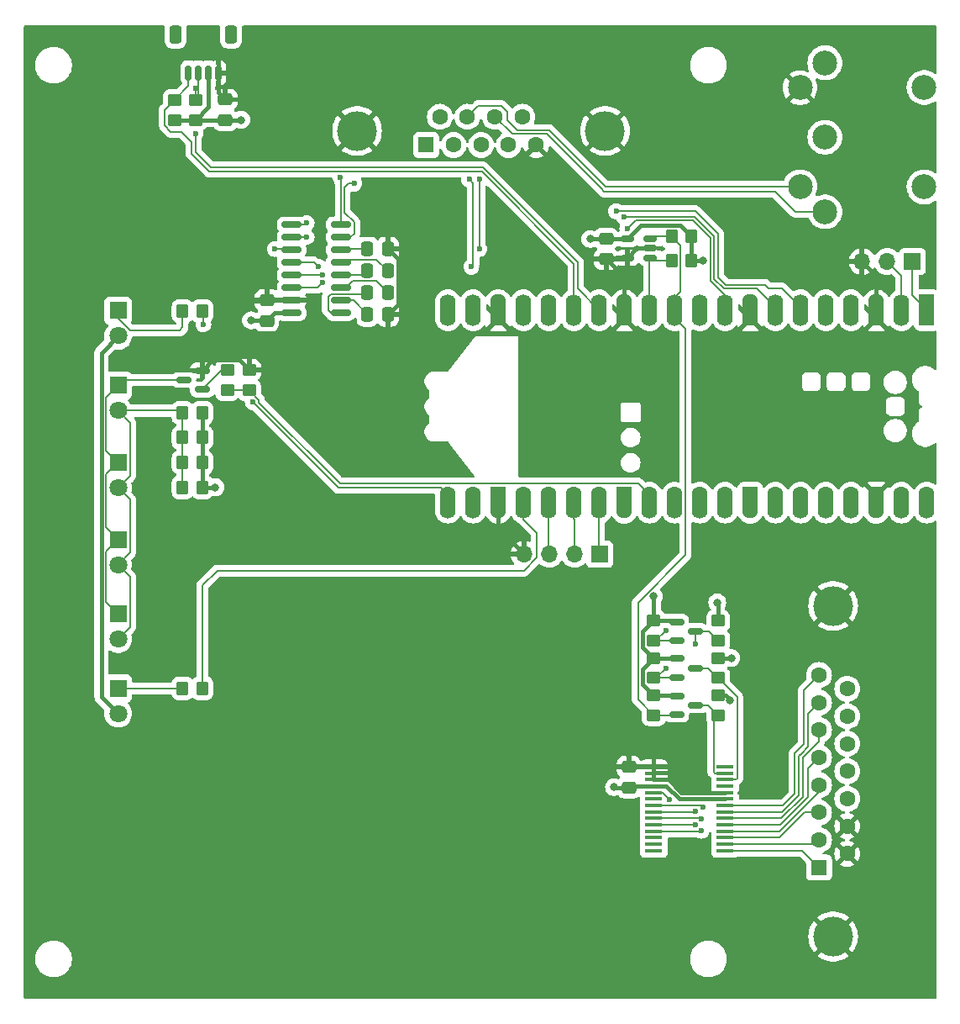
<source format=gtl>
G04 #@! TF.GenerationSoftware,KiCad,Pcbnew,8.0.5*
G04 #@! TF.CreationDate,2024-10-24T17:49:52+02:00*
G04 #@! TF.ProjectId,vt2_communicator,7674325f-636f-46d6-9d75-6e696361746f,rev?*
G04 #@! TF.SameCoordinates,Original*
G04 #@! TF.FileFunction,Copper,L1,Top*
G04 #@! TF.FilePolarity,Positive*
%FSLAX46Y46*%
G04 Gerber Fmt 4.6, Leading zero omitted, Abs format (unit mm)*
G04 Created by KiCad (PCBNEW 8.0.5) date 2024-10-24 17:49:52*
%MOMM*%
%LPD*%
G01*
G04 APERTURE LIST*
G04 Aperture macros list*
%AMRoundRect*
0 Rectangle with rounded corners*
0 $1 Rounding radius*
0 $2 $3 $4 $5 $6 $7 $8 $9 X,Y pos of 4 corners*
0 Add a 4 corners polygon primitive as box body*
4,1,4,$2,$3,$4,$5,$6,$7,$8,$9,$2,$3,0*
0 Add four circle primitives for the rounded corners*
1,1,$1+$1,$2,$3*
1,1,$1+$1,$4,$5*
1,1,$1+$1,$6,$7*
1,1,$1+$1,$8,$9*
0 Add four rect primitives between the rounded corners*
20,1,$1+$1,$2,$3,$4,$5,0*
20,1,$1+$1,$4,$5,$6,$7,0*
20,1,$1+$1,$6,$7,$8,$9,0*
20,1,$1+$1,$8,$9,$2,$3,0*%
%AMFreePoly0*
4,1,28,0.178017,0.779942,0.347107,0.720775,0.498792,0.625465,0.625465,0.498792,0.720775,0.347107,0.779942,0.178017,0.800000,0.000000,0.779942,-0.178017,0.720775,-0.347107,0.625465,-0.498792,0.498792,-0.625465,0.347107,-0.720775,0.178017,-0.779942,0.000000,-0.800000,-2.200000,-0.800000,-2.205014,-0.794986,-2.244504,-0.794986,-2.324698,-0.756366,-2.380194,-0.686777,-2.400000,-0.600000,
-2.400000,0.600000,-2.380194,0.686777,-2.324698,0.756366,-2.244504,0.794986,-2.205014,0.794986,-2.200000,0.800000,0.000000,0.800000,0.178017,0.779942,0.178017,0.779942,$1*%
%AMFreePoly1*
4,1,28,0.605014,0.794986,0.644504,0.794986,0.724698,0.756366,0.780194,0.686777,0.800000,0.600000,0.800000,-0.600000,0.780194,-0.686777,0.724698,-0.756366,0.644504,-0.794986,0.605014,-0.794986,0.600000,-0.800000,0.000000,-0.800000,-0.178017,-0.779942,-0.347107,-0.720775,-0.498792,-0.625465,-0.625465,-0.498792,-0.720775,-0.347107,-0.779942,-0.178017,-0.800000,0.000000,-0.779942,0.178017,
-0.720775,0.347107,-0.625465,0.498792,-0.498792,0.625465,-0.347107,0.720775,-0.178017,0.779942,0.000000,0.800000,0.600000,0.800000,0.605014,0.794986,0.605014,0.794986,$1*%
%AMFreePoly2*
4,1,29,0.605014,0.794986,0.644504,0.794986,0.724698,0.756366,0.780194,0.686777,0.800000,0.600000,0.800000,-0.600000,0.780194,-0.686777,0.724698,-0.756366,0.644504,-0.794986,0.605014,-0.794986,0.600000,-0.800000,0.000000,-0.800000,-1.600000,-0.800000,-1.778017,-0.779942,-1.947107,-0.720775,-2.098792,-0.625465,-2.225465,-0.498792,-2.320775,-0.347107,-2.379942,-0.178017,-2.400000,0.000000,
-2.379942,0.178017,-2.320775,0.347107,-2.225465,0.498792,-2.098792,0.625465,-1.947107,0.720775,-1.778017,0.779942,-1.600000,0.800000,0.600000,0.800000,0.605014,0.794986,0.605014,0.794986,$1*%
%AMFreePoly3*
4,1,28,0.178017,0.779942,0.347107,0.720775,0.498792,0.625465,0.625465,0.498792,0.720775,0.347107,0.779942,0.178017,0.800000,0.000000,0.779942,-0.178017,0.720775,-0.347107,0.625465,-0.498792,0.498792,-0.625465,0.347107,-0.720775,0.178017,-0.779942,0.000000,-0.800000,-0.600000,-0.800000,-0.605014,-0.794986,-0.644504,-0.794986,-0.724698,-0.756366,-0.780194,-0.686777,-0.800000,-0.600000,
-0.800000,0.600000,-0.780194,0.686777,-0.724698,0.756366,-0.644504,0.794986,-0.605014,0.794986,-0.600000,0.800000,0.000000,0.800000,0.178017,0.779942,0.178017,0.779942,$1*%
%AMFreePoly4*
4,1,29,1.778017,0.779942,1.947107,0.720775,2.098792,0.625465,2.225465,0.498792,2.320775,0.347107,2.379942,0.178017,2.400000,0.000000,2.379942,-0.178017,2.320775,-0.347107,2.225465,-0.498792,2.098792,-0.625465,1.947107,-0.720775,1.778017,-0.779942,1.600000,-0.800000,0.000000,-0.800000,-0.600000,-0.800000,-0.605014,-0.794986,-0.644504,-0.794986,-0.724698,-0.756366,-0.780194,-0.686777,
-0.800000,-0.600000,-0.800000,0.600000,-0.780194,0.686777,-0.724698,0.756366,-0.644504,0.794986,-0.605014,0.794986,-0.600000,0.800000,1.600000,0.800000,1.778017,0.779942,1.778017,0.779942,$1*%
G04 Aperture macros list end*
G04 #@! TA.AperFunction,SMDPad,CuDef*
%ADD10RoundRect,0.250000X0.450000X-0.350000X0.450000X0.350000X-0.450000X0.350000X-0.450000X-0.350000X0*%
G04 #@! TD*
G04 #@! TA.AperFunction,SMDPad,CuDef*
%ADD11RoundRect,0.250000X0.350000X0.450000X-0.350000X0.450000X-0.350000X-0.450000X0.350000X-0.450000X0*%
G04 #@! TD*
G04 #@! TA.AperFunction,ComponentPad*
%ADD12R,1.800000X1.800000*%
G04 #@! TD*
G04 #@! TA.AperFunction,ComponentPad*
%ADD13C,1.800000*%
G04 #@! TD*
G04 #@! TA.AperFunction,ComponentPad*
%ADD14C,4.000000*%
G04 #@! TD*
G04 #@! TA.AperFunction,ComponentPad*
%ADD15R,1.600000X1.600000*%
G04 #@! TD*
G04 #@! TA.AperFunction,ComponentPad*
%ADD16C,1.600000*%
G04 #@! TD*
G04 #@! TA.AperFunction,ComponentPad*
%ADD17R,1.700000X1.700000*%
G04 #@! TD*
G04 #@! TA.AperFunction,ComponentPad*
%ADD18O,1.700000X1.700000*%
G04 #@! TD*
G04 #@! TA.AperFunction,SMDPad,CuDef*
%ADD19RoundRect,0.250000X-0.350000X-0.450000X0.350000X-0.450000X0.350000X0.450000X-0.350000X0.450000X0*%
G04 #@! TD*
G04 #@! TA.AperFunction,SMDPad,CuDef*
%ADD20RoundRect,0.150000X0.512500X0.150000X-0.512500X0.150000X-0.512500X-0.150000X0.512500X-0.150000X0*%
G04 #@! TD*
G04 #@! TA.AperFunction,SMDPad,CuDef*
%ADD21R,1.750000X0.450000*%
G04 #@! TD*
G04 #@! TA.AperFunction,SMDPad,CuDef*
%ADD22RoundRect,0.150000X0.825000X0.150000X-0.825000X0.150000X-0.825000X-0.150000X0.825000X-0.150000X0*%
G04 #@! TD*
G04 #@! TA.AperFunction,SMDPad,CuDef*
%ADD23RoundRect,0.250000X-0.450000X0.350000X-0.450000X-0.350000X0.450000X-0.350000X0.450000X0.350000X0*%
G04 #@! TD*
G04 #@! TA.AperFunction,WasherPad*
%ADD24C,2.499360*%
G04 #@! TD*
G04 #@! TA.AperFunction,ComponentPad*
%ADD25C,2.499360*%
G04 #@! TD*
G04 #@! TA.AperFunction,SMDPad,CuDef*
%ADD26RoundRect,0.250000X0.475000X-0.337500X0.475000X0.337500X-0.475000X0.337500X-0.475000X-0.337500X0*%
G04 #@! TD*
G04 #@! TA.AperFunction,SMDPad,CuDef*
%ADD27RoundRect,0.150000X0.587500X0.150000X-0.587500X0.150000X-0.587500X-0.150000X0.587500X-0.150000X0*%
G04 #@! TD*
G04 #@! TA.AperFunction,SMDPad,CuDef*
%ADD28RoundRect,0.150000X-0.587500X-0.150000X0.587500X-0.150000X0.587500X0.150000X-0.587500X0.150000X0*%
G04 #@! TD*
G04 #@! TA.AperFunction,SMDPad,CuDef*
%ADD29RoundRect,0.250000X0.337500X0.475000X-0.337500X0.475000X-0.337500X-0.475000X0.337500X-0.475000X0*%
G04 #@! TD*
G04 #@! TA.AperFunction,SMDPad,CuDef*
%ADD30RoundRect,0.150000X0.150000X0.625000X-0.150000X0.625000X-0.150000X-0.625000X0.150000X-0.625000X0*%
G04 #@! TD*
G04 #@! TA.AperFunction,SMDPad,CuDef*
%ADD31RoundRect,0.250000X0.350000X0.650000X-0.350000X0.650000X-0.350000X-0.650000X0.350000X-0.650000X0*%
G04 #@! TD*
G04 #@! TA.AperFunction,SMDPad,CuDef*
%ADD32RoundRect,0.250000X-0.337500X-0.475000X0.337500X-0.475000X0.337500X0.475000X-0.337500X0.475000X0*%
G04 #@! TD*
G04 #@! TA.AperFunction,ComponentPad*
%ADD33RoundRect,0.200000X-0.600000X0.600000X-0.600000X-0.600000X0.600000X-0.600000X0.600000X0.600000X0*%
G04 #@! TD*
G04 #@! TA.AperFunction,SMDPad,CuDef*
%ADD34FreePoly0,270.000000*%
G04 #@! TD*
G04 #@! TA.AperFunction,SMDPad,CuDef*
%ADD35RoundRect,0.800000X-0.000010X0.800000X-0.000010X-0.800000X0.000010X-0.800000X0.000010X0.800000X0*%
G04 #@! TD*
G04 #@! TA.AperFunction,ComponentPad*
%ADD36FreePoly1,270.000000*%
G04 #@! TD*
G04 #@! TA.AperFunction,SMDPad,CuDef*
%ADD37FreePoly2,270.000000*%
G04 #@! TD*
G04 #@! TA.AperFunction,ComponentPad*
%ADD38FreePoly3,270.000000*%
G04 #@! TD*
G04 #@! TA.AperFunction,SMDPad,CuDef*
%ADD39FreePoly4,270.000000*%
G04 #@! TD*
G04 #@! TA.AperFunction,SMDPad,CuDef*
%ADD40RoundRect,0.250000X-0.475000X0.337500X-0.475000X-0.337500X0.475000X-0.337500X0.475000X0.337500X0*%
G04 #@! TD*
G04 #@! TA.AperFunction,ViaPad*
%ADD41C,0.600000*%
G04 #@! TD*
G04 #@! TA.AperFunction,ViaPad*
%ADD42C,0.800000*%
G04 #@! TD*
G04 #@! TA.AperFunction,Conductor*
%ADD43C,0.200000*%
G04 #@! TD*
G04 #@! TA.AperFunction,Conductor*
%ADD44C,0.400000*%
G04 #@! TD*
G04 APERTURE END LIST*
D10*
X123200000Y-88200000D03*
X123200000Y-86200000D03*
D11*
X167800000Y-72750000D03*
X165800000Y-72750000D03*
D12*
X110000000Y-80210000D03*
D13*
X110000000Y-82750000D03*
D14*
X159090000Y-62110331D03*
X134090000Y-62110331D03*
D15*
X141050000Y-63530331D03*
D16*
X143820000Y-63530331D03*
X146590000Y-63530331D03*
X149360000Y-63530331D03*
X152130000Y-63530331D03*
X142435000Y-60690331D03*
X145205000Y-60690331D03*
X147975000Y-60690331D03*
X150745000Y-60690331D03*
D17*
X158550000Y-104750000D03*
D18*
X156010000Y-104750000D03*
X153470000Y-104750000D03*
X150930000Y-104750000D03*
D19*
X116500000Y-118250000D03*
X118500000Y-118250000D03*
D20*
X163600000Y-74900000D03*
X163600000Y-73950000D03*
X163600000Y-73000000D03*
X161325000Y-73000000D03*
X161325000Y-74900000D03*
D21*
X171200000Y-134600000D03*
X171200000Y-133950000D03*
X171200000Y-133300000D03*
X171200000Y-132650000D03*
X171200000Y-132000000D03*
X171200000Y-131350000D03*
X171200000Y-130700000D03*
X171200000Y-130050000D03*
X171200000Y-129400000D03*
X171200000Y-128750000D03*
X171200000Y-128100000D03*
X171200000Y-127450000D03*
X171200000Y-126800000D03*
X171200000Y-126150000D03*
X164000000Y-126150000D03*
X164000000Y-126800000D03*
X164000000Y-127450000D03*
X164000000Y-128100000D03*
X164000000Y-128750000D03*
X164000000Y-129400000D03*
X164000000Y-130050000D03*
X164000000Y-130700000D03*
X164000000Y-131350000D03*
X164000000Y-132000000D03*
X164000000Y-132650000D03*
X164000000Y-133300000D03*
X164000000Y-133950000D03*
X164000000Y-134600000D03*
D22*
X132437500Y-80445000D03*
X132437500Y-79175000D03*
X132437500Y-77905000D03*
X132437500Y-76635000D03*
X132437500Y-75365000D03*
X132437500Y-74095000D03*
X132437500Y-72825000D03*
X132437500Y-71555000D03*
X127487500Y-71555000D03*
X127487500Y-72825000D03*
X127487500Y-74095000D03*
X127487500Y-75365000D03*
X127487500Y-76635000D03*
X127487500Y-77905000D03*
X127487500Y-79175000D03*
X127487500Y-80445000D03*
D19*
X116500000Y-80250000D03*
X118500000Y-80250000D03*
D12*
X110000000Y-110750000D03*
D13*
X110000000Y-113290000D03*
D23*
X170500000Y-115200000D03*
X170500000Y-117200000D03*
D24*
X191244900Y-67753180D03*
X191244900Y-57750660D03*
D25*
X181250000Y-55253840D03*
X181247460Y-62751920D03*
X181250000Y-70250000D03*
X178748100Y-57755740D03*
X178748100Y-67748100D03*
D26*
X159200000Y-75037500D03*
X159200000Y-72962500D03*
D10*
X115700000Y-61000000D03*
X115700000Y-59000000D03*
D23*
X170500000Y-111450000D03*
X170500000Y-113450000D03*
X170500000Y-118950000D03*
X170500000Y-120950000D03*
D27*
X118500000Y-88150000D03*
X118500000Y-86250000D03*
X116625000Y-87200000D03*
D23*
X121000000Y-86200000D03*
X121000000Y-88200000D03*
D11*
X118500000Y-90500000D03*
X116500000Y-90500000D03*
D28*
X166312500Y-115250000D03*
X166312500Y-117150000D03*
X168187500Y-116200000D03*
D23*
X164000000Y-111450000D03*
X164000000Y-113450000D03*
D12*
X110000000Y-87750000D03*
D13*
X110000000Y-90290000D03*
D29*
X137200000Y-78400000D03*
X135125000Y-78400000D03*
D30*
X120100000Y-56275000D03*
X119100000Y-56275000D03*
X118100000Y-56275000D03*
X117100000Y-56275000D03*
D31*
X121400000Y-52400000D03*
X115800000Y-52400000D03*
D11*
X118500000Y-95500000D03*
X116500000Y-95500000D03*
D32*
X135125000Y-76200000D03*
X137200000Y-76200000D03*
D14*
X182080000Y-143250000D03*
X182080000Y-109950000D03*
D15*
X180660000Y-136295000D03*
D16*
X180660000Y-133525000D03*
X180660000Y-130755000D03*
X180660000Y-127985000D03*
X180660000Y-125215000D03*
X180660000Y-122445000D03*
X180660000Y-119675000D03*
X180660000Y-116905000D03*
X183500000Y-134910000D03*
X183500000Y-132140000D03*
X183500000Y-129370000D03*
X183500000Y-126600000D03*
X183500000Y-123830000D03*
X183500000Y-121060000D03*
X183500000Y-118290000D03*
D32*
X135125000Y-74000000D03*
X137200000Y-74000000D03*
D33*
X191500000Y-80970000D03*
D34*
X191500000Y-80970000D03*
D16*
X188960000Y-80970000D03*
D35*
X188960000Y-80170000D03*
D36*
X186420000Y-80970000D03*
D37*
X186420000Y-80970000D03*
D16*
X183880000Y-80970000D03*
D35*
X183880000Y-80170000D03*
D16*
X181340000Y-80970000D03*
D35*
X181340000Y-80170000D03*
D16*
X178800000Y-80970000D03*
D35*
X178800000Y-80170000D03*
D16*
X176260000Y-80970000D03*
D35*
X176260000Y-80170000D03*
D36*
X173720000Y-80970000D03*
D37*
X173720000Y-80970000D03*
D16*
X171180000Y-80970000D03*
D35*
X171180000Y-80170000D03*
D16*
X168640000Y-80970000D03*
D35*
X168640000Y-80170000D03*
D16*
X166100000Y-80970000D03*
D35*
X166100000Y-80170000D03*
D16*
X163560000Y-80970000D03*
D35*
X163560000Y-80170000D03*
D36*
X161020000Y-80970000D03*
D37*
X161020000Y-80970000D03*
D16*
X158480000Y-80970000D03*
D35*
X158480000Y-80170000D03*
D16*
X155940000Y-80970000D03*
D35*
X155940000Y-80170000D03*
D16*
X153400000Y-80970000D03*
D35*
X153400000Y-80170000D03*
D16*
X150860000Y-80970000D03*
D35*
X150860000Y-80170000D03*
D36*
X148320000Y-80970000D03*
D37*
X148320000Y-80970000D03*
D16*
X145780000Y-80970000D03*
D35*
X145780000Y-80170000D03*
D16*
X143240000Y-80970000D03*
D35*
X143240000Y-80170000D03*
D16*
X143240000Y-98750000D03*
D35*
X143240000Y-99550000D03*
D16*
X145780000Y-98750000D03*
D35*
X145780000Y-99550000D03*
D38*
X148320000Y-98750000D03*
D39*
X148320000Y-98750000D03*
D16*
X150860000Y-98750000D03*
D35*
X150860000Y-99550000D03*
D16*
X153400000Y-98750000D03*
D35*
X153400000Y-99550000D03*
D16*
X155940000Y-98750000D03*
D35*
X155940000Y-99550000D03*
D16*
X158480000Y-98750000D03*
D35*
X158480000Y-99550000D03*
D38*
X161020000Y-98750000D03*
D39*
X161020000Y-98750000D03*
D16*
X163560000Y-98750000D03*
D35*
X163560000Y-99550000D03*
D16*
X166100000Y-98750000D03*
D35*
X166100000Y-99550000D03*
D16*
X168640000Y-98750000D03*
D35*
X168640000Y-99550000D03*
D16*
X171180000Y-98750000D03*
D35*
X171180000Y-99550000D03*
D38*
X173720000Y-98750000D03*
D39*
X173720000Y-98750000D03*
D16*
X176260000Y-98750000D03*
D35*
X176260000Y-99550000D03*
D16*
X178800000Y-98750000D03*
D35*
X178800000Y-99550000D03*
D16*
X181340000Y-98750000D03*
D35*
X181340000Y-99550000D03*
D16*
X183880000Y-98750000D03*
D35*
X183880000Y-99550000D03*
D38*
X186420000Y-98750000D03*
D39*
X186420000Y-98750000D03*
D16*
X188960000Y-98750000D03*
D35*
X188960000Y-99550000D03*
D16*
X191500000Y-98750000D03*
D35*
X191500000Y-99550000D03*
D26*
X125000000Y-81237500D03*
X125000000Y-79162500D03*
D12*
X110000000Y-95500000D03*
D13*
X110000000Y-98040000D03*
D28*
X166312500Y-111550000D03*
X166312500Y-113450000D03*
X168187500Y-112500000D03*
D23*
X164000000Y-118950000D03*
X164000000Y-120950000D03*
D28*
X166312500Y-119000000D03*
X166312500Y-120900000D03*
X168187500Y-119950000D03*
D32*
X135125000Y-80600000D03*
X137200000Y-80600000D03*
D12*
X110000000Y-103250000D03*
D13*
X110000000Y-105790000D03*
D17*
X190080000Y-75250000D03*
D18*
X187540000Y-75250000D03*
X185000000Y-75250000D03*
D10*
X117800000Y-61000000D03*
X117800000Y-59000000D03*
D23*
X164000000Y-115200000D03*
X164000000Y-117200000D03*
D11*
X118500000Y-98000000D03*
X116500000Y-98000000D03*
D40*
X120800000Y-58962500D03*
X120800000Y-61037500D03*
D26*
X161500000Y-128237500D03*
X161500000Y-126162500D03*
D11*
X167800000Y-75200000D03*
X165800000Y-75200000D03*
X118500000Y-93000000D03*
X116500000Y-93000000D03*
D12*
X110000000Y-118250000D03*
D13*
X110000000Y-120790000D03*
D41*
X165200000Y-116200000D03*
X123575735Y-89424265D03*
X118600000Y-81600000D03*
X160200000Y-70200000D03*
X125800000Y-74000000D03*
X129000000Y-72800000D03*
X161335051Y-71999999D03*
D42*
X171700000Y-119444975D03*
X171800000Y-115200000D03*
X119800000Y-98000000D03*
X160000000Y-128200000D03*
X170400000Y-109600000D03*
X161400000Y-124800000D03*
X123200000Y-84600000D03*
X123400000Y-79200000D03*
X138800000Y-74000000D03*
X157600000Y-75000000D03*
X157600000Y-73000000D03*
X123400000Y-81200000D03*
X169000000Y-75200000D03*
X122400000Y-61000000D03*
X164000000Y-109000000D03*
D41*
X165200000Y-112400000D03*
X129000000Y-71400000D03*
X161000000Y-70800000D03*
X130200000Y-75800000D03*
X117800000Y-57800000D03*
X117800000Y-62400000D03*
X146400000Y-74000000D03*
X130600000Y-76600000D03*
X146400000Y-67000000D03*
X133800000Y-67417157D03*
X132400000Y-66817157D03*
X145600000Y-75800000D03*
X130600000Y-77400000D03*
X145400000Y-67000000D03*
X169000000Y-130200000D03*
X168800000Y-131400000D03*
X168200000Y-132000000D03*
X168200000Y-130650000D03*
X168800000Y-132600000D03*
X165580025Y-129419975D03*
X168200000Y-113800000D03*
D43*
X165800000Y-75200000D02*
X163900000Y-75200000D01*
X164000000Y-117200000D02*
X164200000Y-117200000D01*
X163900000Y-75200000D02*
X163600000Y-74900000D01*
X164200000Y-117200000D02*
X165200000Y-116200000D01*
X164050000Y-117150000D02*
X164000000Y-117200000D01*
X166312500Y-117150000D02*
X164050000Y-117150000D01*
X163560000Y-80970000D02*
X163560000Y-74940000D01*
X163560000Y-74940000D02*
X163600000Y-74900000D01*
X117100000Y-57600000D02*
X115700000Y-59000000D01*
X155940000Y-80970000D02*
X155940000Y-75505686D01*
X117400000Y-63200000D02*
X116400000Y-62200000D01*
X146651471Y-66217157D02*
X119217157Y-66217157D01*
X114700000Y-61584744D02*
X114700000Y-60000000D01*
X155940000Y-75505686D02*
X146651471Y-66217157D01*
X119217157Y-66217157D02*
X117400000Y-64400000D01*
X114700000Y-60000000D02*
X115700000Y-59000000D01*
X115315256Y-62200000D02*
X114700000Y-61584744D01*
X117100000Y-56275000D02*
X117100000Y-57600000D01*
X117400000Y-64400000D02*
X117400000Y-63200000D01*
X116400000Y-62200000D02*
X115315256Y-62200000D01*
X142529969Y-98039969D02*
X132191439Y-98039969D01*
X118600000Y-81600000D02*
X118600000Y-80350000D01*
X132191439Y-98039969D02*
X123575735Y-89424265D01*
X143240000Y-98750000D02*
X142529969Y-98039969D01*
X118600000Y-80350000D02*
X118500000Y-80250000D01*
X176961370Y-78000000D02*
X175600000Y-78000000D01*
X170500000Y-72500000D02*
X168200000Y-70200000D01*
X127392500Y-74000000D02*
X127487500Y-74095000D01*
X175200000Y-77600000D02*
X171231372Y-77600000D01*
X171231372Y-77600000D02*
X170500000Y-76868628D01*
X178800000Y-79838630D02*
X176961370Y-78000000D01*
X125800000Y-74000000D02*
X127392500Y-74000000D01*
X178800000Y-80970000D02*
X178800000Y-79838630D01*
X168200000Y-70200000D02*
X160200000Y-70200000D01*
X175600000Y-78000000D02*
X175200000Y-77600000D01*
X170500000Y-76868628D02*
X170500000Y-72500000D01*
X167950000Y-71150000D02*
X162185050Y-71150000D01*
X127487500Y-72825000D02*
X128975000Y-72825000D01*
X128975000Y-72825000D02*
X129000000Y-72800000D01*
X169700000Y-72900000D02*
X167950000Y-71150000D01*
X171180000Y-80970000D02*
X171180000Y-78680000D01*
X169700000Y-77200000D02*
X169700000Y-72900000D01*
X162185050Y-71150000D02*
X161335051Y-71999999D01*
X171180000Y-78680000D02*
X169700000Y-77200000D01*
D44*
X170500000Y-111450000D02*
X170500000Y-109700000D01*
X160037500Y-128237500D02*
X160000000Y-128200000D01*
X118500000Y-90500000D02*
X118500000Y-93000000D01*
X171200000Y-129400000D02*
X166550000Y-129400000D01*
X170500000Y-118950000D02*
X171205025Y-118950000D01*
X166550000Y-129400000D02*
X165250000Y-128100000D01*
X161637500Y-128100000D02*
X161500000Y-128237500D01*
X118500000Y-98000000D02*
X119800000Y-98000000D01*
X118500000Y-98000000D02*
X118500000Y-95500000D01*
X171205025Y-118950000D02*
X171700000Y-119444975D01*
X164000000Y-128100000D02*
X161637500Y-128100000D01*
X170500000Y-109700000D02*
X170400000Y-109600000D01*
X118500000Y-95500000D02*
X118500000Y-93000000D01*
X170500000Y-115200000D02*
X171800000Y-115200000D01*
X161500000Y-128237500D02*
X160037500Y-128237500D01*
X165250000Y-128100000D02*
X164000000Y-128100000D01*
X171200000Y-128750000D02*
X166748528Y-128750000D01*
X148320000Y-102140000D02*
X150930000Y-104750000D01*
X161512500Y-126150000D02*
X161500000Y-126162500D01*
X137200000Y-74000000D02*
X138800000Y-74000000D01*
X122200000Y-85200000D02*
X123200000Y-86200000D01*
X161500000Y-124900000D02*
X161400000Y-124800000D01*
X118500000Y-86250000D02*
X119550000Y-85200000D01*
X157637500Y-75037500D02*
X157600000Y-75000000D01*
X123200000Y-86200000D02*
X123200000Y-84600000D01*
X138187500Y-74987500D02*
X137200000Y-74000000D01*
X137200000Y-80600000D02*
X138187500Y-79612500D01*
X148320000Y-98750000D02*
X148320000Y-102140000D01*
X186420000Y-76670000D02*
X185000000Y-75250000D01*
X138187500Y-79612500D02*
X138187500Y-74987500D01*
X127487500Y-79175000D02*
X125012500Y-79175000D01*
X161500000Y-126162500D02*
X161500000Y-124900000D01*
X159200000Y-75037500D02*
X161187500Y-75037500D01*
X124962500Y-79200000D02*
X125000000Y-79162500D01*
X186420000Y-80970000D02*
X186420000Y-76670000D01*
X164000000Y-126150000D02*
X161512500Y-126150000D01*
X164000000Y-126150000D02*
X164000000Y-127450000D01*
X123400000Y-79200000D02*
X124962500Y-79200000D01*
X120100000Y-58262500D02*
X120800000Y-58962500D01*
X120800000Y-58962500D02*
X130942169Y-58962500D01*
X159200000Y-75037500D02*
X161020000Y-76857500D01*
X125012500Y-79175000D02*
X125000000Y-79162500D01*
X130942169Y-58962500D02*
X134090000Y-62110331D01*
X163600000Y-73950000D02*
X162275000Y-73950000D01*
X119550000Y-85200000D02*
X122200000Y-85200000D01*
X159200000Y-75037500D02*
X157637500Y-75037500D01*
X161020000Y-76857500D02*
X161020000Y-80970000D01*
X162275000Y-73950000D02*
X161325000Y-74900000D01*
X165448528Y-127450000D02*
X164000000Y-127450000D01*
X166748528Y-128750000D02*
X165448528Y-127450000D01*
X120100000Y-56275000D02*
X120100000Y-58262500D01*
X161187500Y-75037500D02*
X161325000Y-74900000D01*
X162900000Y-114100000D02*
X162900000Y-112550000D01*
X167800000Y-72750000D02*
X166700000Y-71650000D01*
X119100000Y-56275000D02*
X119100000Y-59700000D01*
X125792500Y-80445000D02*
X125000000Y-81237500D01*
X124962500Y-81200000D02*
X125000000Y-81237500D01*
X166262500Y-118950000D02*
X166312500Y-119000000D01*
X122362500Y-61037500D02*
X122400000Y-61000000D01*
X120800000Y-61037500D02*
X122362500Y-61037500D01*
X162900000Y-112550000D02*
X164000000Y-111450000D01*
X162900000Y-117850000D02*
X162900000Y-116300000D01*
X166212500Y-111450000D02*
X166312500Y-111550000D01*
X161325000Y-73000000D02*
X159237500Y-73000000D01*
X108300000Y-119090000D02*
X108300000Y-84450000D01*
X162900000Y-116300000D02*
X164000000Y-115200000D01*
X164000000Y-111450000D02*
X164000000Y-109000000D01*
X164000000Y-118950000D02*
X166262500Y-118950000D01*
X164000000Y-115200000D02*
X162900000Y-114100000D01*
X127487500Y-80445000D02*
X125792500Y-80445000D01*
X123400000Y-81200000D02*
X124962500Y-81200000D01*
X167800000Y-75200000D02*
X167800000Y-72750000D01*
X108300000Y-84450000D02*
X110000000Y-82750000D01*
X119100000Y-59700000D02*
X117800000Y-61000000D01*
X164000000Y-111450000D02*
X166212500Y-111450000D01*
X157637500Y-72962500D02*
X157600000Y-73000000D01*
X120800000Y-61037500D02*
X117837500Y-61037500D01*
X162675000Y-71650000D02*
X161325000Y-73000000D01*
X167800000Y-75200000D02*
X169000000Y-75200000D01*
X159200000Y-72962500D02*
X157637500Y-72962500D01*
X159237500Y-73000000D02*
X159200000Y-72962500D01*
X166700000Y-71650000D02*
X162675000Y-71650000D01*
X166262500Y-115200000D02*
X166312500Y-115250000D01*
X110000000Y-120790000D02*
X108300000Y-119090000D01*
X164000000Y-118950000D02*
X162900000Y-117850000D01*
X117800000Y-61000000D02*
X115700000Y-61000000D01*
X164000000Y-115200000D02*
X166262500Y-115200000D01*
X117837500Y-61037500D02*
X117800000Y-61000000D01*
D43*
X164000000Y-113450000D02*
X164150000Y-113450000D01*
X164150000Y-113450000D02*
X165200000Y-112400000D01*
X164000000Y-113450000D02*
X166312500Y-113450000D01*
X155940000Y-98750000D02*
X155940000Y-101140000D01*
X155940000Y-101140000D02*
X156010000Y-101210000D01*
X156010000Y-101210000D02*
X156010000Y-104750000D01*
X188960000Y-76670000D02*
X187540000Y-75250000D01*
X188960000Y-80970000D02*
X188960000Y-76670000D01*
X127487500Y-71555000D02*
X128845000Y-71555000D01*
X128845000Y-71555000D02*
X129000000Y-71400000D01*
X166100000Y-80970000D02*
X166100000Y-78900000D01*
X164050000Y-72750000D02*
X165800000Y-72750000D01*
X166700000Y-73650000D02*
X165800000Y-72750000D01*
X163600000Y-73000000D02*
X163800000Y-73000000D01*
X163800000Y-73000000D02*
X164050000Y-72750000D01*
X164000000Y-120950000D02*
X166262500Y-120950000D01*
X166262500Y-120950000D02*
X166312500Y-120900000D01*
X162400000Y-119350000D02*
X164000000Y-120950000D01*
X166100000Y-78900000D02*
X166700000Y-78300000D01*
X166700000Y-78300000D02*
X166700000Y-73650000D01*
X167200000Y-104810050D02*
X162400000Y-109610050D01*
X162400000Y-109610050D02*
X162400000Y-119350000D01*
X166100000Y-80970000D02*
X167200000Y-82070000D01*
X167200000Y-82070000D02*
X167200000Y-104810050D01*
X161050000Y-70750000D02*
X161000000Y-70800000D01*
X170100000Y-77034314D02*
X170100000Y-72734314D01*
X176260000Y-79838630D02*
X174421370Y-78000000D01*
X129765000Y-75365000D02*
X127487500Y-75365000D01*
X176260000Y-80970000D02*
X176260000Y-79838630D01*
X171065686Y-78000000D02*
X170100000Y-77034314D01*
X174421370Y-78000000D02*
X171065686Y-78000000D01*
X168115686Y-70750000D02*
X161050000Y-70750000D01*
X170100000Y-72734314D02*
X168115686Y-70750000D01*
X130200000Y-75800000D02*
X129765000Y-75365000D01*
X118100000Y-58700000D02*
X117800000Y-59000000D01*
X158480000Y-80970000D02*
X158480000Y-80140000D01*
X118100000Y-56275000D02*
X118100000Y-58700000D01*
X146817157Y-65817157D02*
X119382843Y-65817157D01*
X158480000Y-80140000D02*
X156340000Y-78000000D01*
X117800000Y-64234314D02*
X117800000Y-62600000D01*
X117800000Y-62600000D02*
X117800000Y-62400000D01*
X156340000Y-75340000D02*
X146817157Y-65817157D01*
X117657086Y-58857086D02*
X117800000Y-59000000D01*
X118100000Y-55859448D02*
X118100000Y-56275000D01*
X117800000Y-57800000D02*
X117800000Y-59000000D01*
X156340000Y-78000000D02*
X156340000Y-75340000D01*
X119382843Y-65817157D02*
X117800000Y-64234314D01*
X118500000Y-118250000D02*
X118500000Y-107900000D01*
X150860000Y-101260000D02*
X150860000Y-98750000D01*
X150906346Y-106400000D02*
X152200000Y-105106346D01*
X152200000Y-102600000D02*
X150860000Y-101260000D01*
X152200000Y-105106346D02*
X152200000Y-102600000D01*
X120000000Y-106400000D02*
X150906346Y-106400000D01*
X118500000Y-107900000D02*
X120000000Y-106400000D01*
X153400000Y-104680000D02*
X153470000Y-104750000D01*
X153400000Y-98750000D02*
X153400000Y-104680000D01*
X191500000Y-80100000D02*
X190080000Y-78680000D01*
X190080000Y-78680000D02*
X190080000Y-75250000D01*
X191500000Y-80970000D02*
X191500000Y-80100000D01*
X158480000Y-104680000D02*
X158550000Y-104750000D01*
X158480000Y-98750000D02*
X158480000Y-104680000D01*
X124200000Y-89200000D02*
X123200000Y-88200000D01*
X162449969Y-97639969D02*
X132357125Y-97639969D01*
X163560000Y-98750000D02*
X162449969Y-97639969D01*
X124200000Y-89482844D02*
X124200000Y-89200000D01*
X132357125Y-97639969D02*
X124200000Y-89482844D01*
X123200000Y-88200000D02*
X121000000Y-88200000D01*
X132945000Y-77905000D02*
X132437500Y-77905000D01*
X137200000Y-78400000D02*
X136025000Y-77225000D01*
X136025000Y-77225000D02*
X133625000Y-77225000D01*
X133625000Y-77225000D02*
X132945000Y-77905000D01*
X131162500Y-80144999D02*
X131162500Y-78834448D01*
X131162500Y-78834448D02*
X131421948Y-78575000D01*
X134950000Y-78575000D02*
X135125000Y-78400000D01*
X132437500Y-80445000D02*
X131462501Y-80445000D01*
X131421948Y-78575000D02*
X134950000Y-78575000D01*
X131462501Y-80445000D02*
X131162500Y-80144999D01*
X133700000Y-79175000D02*
X132437500Y-79175000D01*
X135125000Y-80600000D02*
X133700000Y-79175000D01*
X135125000Y-74000000D02*
X132532500Y-74000000D01*
X132532500Y-74000000D02*
X132437500Y-74095000D01*
X134690000Y-76635000D02*
X135125000Y-76200000D01*
X132437500Y-76635000D02*
X134690000Y-76635000D01*
X132437500Y-75365000D02*
X132737500Y-75065000D01*
X136065000Y-75065000D02*
X137200000Y-76200000D01*
X132737500Y-75065000D02*
X136065000Y-75065000D01*
X116200000Y-82200000D02*
X111200000Y-82200000D01*
X111200000Y-82200000D02*
X110000000Y-81000000D01*
X110000000Y-81000000D02*
X110000000Y-80210000D01*
X116500000Y-80250000D02*
X116500000Y-81900000D01*
X116500000Y-81900000D02*
X116200000Y-82200000D01*
X116500000Y-118250000D02*
X110000000Y-118250000D01*
X111200000Y-104590000D02*
X111200000Y-99240000D01*
X116290000Y-90290000D02*
X116500000Y-90500000D01*
X116460000Y-98040000D02*
X116500000Y-98000000D01*
X111200000Y-96840000D02*
X111200000Y-91490000D01*
X111200000Y-106990000D02*
X110000000Y-105790000D01*
X111200000Y-99240000D02*
X110000000Y-98040000D01*
X116500000Y-93000000D02*
X116500000Y-95500000D01*
X110000000Y-90290000D02*
X116290000Y-90290000D01*
X116500000Y-98000000D02*
X116500000Y-95500000D01*
X110000000Y-105790000D02*
X111200000Y-104590000D01*
X111200000Y-91490000D02*
X110000000Y-90290000D01*
X116500000Y-90500000D02*
X116500000Y-93000000D01*
X110000000Y-98040000D02*
X111200000Y-96840000D01*
X110000000Y-113290000D02*
X111200000Y-112090000D01*
X111200000Y-112090000D02*
X111200000Y-106990000D01*
X108800000Y-109550000D02*
X108800000Y-104450000D01*
X108800000Y-104450000D02*
X110000000Y-103250000D01*
X108800000Y-94300000D02*
X108800000Y-88950000D01*
X110000000Y-95500000D02*
X108800000Y-94300000D01*
X110550000Y-87200000D02*
X110000000Y-87750000D01*
X110000000Y-103250000D02*
X108800000Y-102050000D01*
X108800000Y-102050000D02*
X108800000Y-96700000D01*
X110000000Y-110750000D02*
X108800000Y-109550000D01*
X108800000Y-88950000D02*
X110000000Y-87750000D01*
X108800000Y-96700000D02*
X110000000Y-95500000D01*
X116625000Y-87200000D02*
X110550000Y-87200000D01*
X146400000Y-74000000D02*
X146400000Y-67000000D01*
X129235000Y-76635000D02*
X129270000Y-76600000D01*
X127487500Y-76635000D02*
X129235000Y-76635000D01*
X129270000Y-76600000D02*
X130600000Y-76600000D01*
X178250000Y-70250000D02*
X176200000Y-68200000D01*
X147975000Y-60690331D02*
X149715000Y-62430331D01*
X153200000Y-62430331D02*
X158684835Y-67915165D01*
X133220343Y-67417157D02*
X132837500Y-67800000D01*
X149715000Y-62430331D02*
X153200000Y-62430331D01*
X133412499Y-72825000D02*
X133800000Y-72437499D01*
X133800000Y-72437499D02*
X133800000Y-71301948D01*
X132437500Y-72825000D02*
X133412499Y-72825000D01*
X132837500Y-70339448D02*
X132837500Y-67800000D01*
X133800000Y-71301948D02*
X132837500Y-70339448D01*
X176200000Y-68200000D02*
X158969670Y-68200000D01*
X181250000Y-70250000D02*
X178250000Y-70250000D01*
X158969670Y-68200000D02*
X158684835Y-67915165D01*
X133800000Y-67417157D02*
X133220343Y-67417157D01*
X149200000Y-60190331D02*
X148600000Y-59590331D01*
X146305000Y-59590331D02*
X145205000Y-60690331D01*
X159148100Y-67748100D02*
X153430331Y-62030331D01*
X148600000Y-59590331D02*
X146305000Y-59590331D01*
X150230331Y-62030331D02*
X149200000Y-61000000D01*
X178748100Y-67748100D02*
X159148100Y-67748100D01*
X153430331Y-62030331D02*
X150230331Y-62030331D01*
X132437500Y-71555000D02*
X132437500Y-66854657D01*
X149200000Y-61000000D02*
X149200000Y-60190331D01*
X132437500Y-66854657D02*
X132400000Y-66817157D01*
X145800000Y-75600000D02*
X145800000Y-67400000D01*
X145800000Y-67400000D02*
X145400000Y-67000000D01*
X127487500Y-77905000D02*
X130095000Y-77905000D01*
X145600000Y-75800000D02*
X145800000Y-75600000D01*
X130095000Y-77905000D02*
X130600000Y-77400000D01*
X179000000Y-129200000D02*
X179000000Y-125236370D01*
X180660000Y-123576370D02*
X180660000Y-122445000D01*
X176850000Y-131350000D02*
X179000000Y-129200000D01*
X171200000Y-131350000D02*
X176850000Y-131350000D01*
X179000000Y-125236370D02*
X180660000Y-123576370D01*
X164000000Y-130050000D02*
X168850000Y-130050000D01*
X168850000Y-130050000D02*
X169000000Y-130200000D01*
X179560000Y-126315000D02*
X180660000Y-125215000D01*
X171200000Y-132000000D02*
X176765686Y-132000000D01*
X179560000Y-129205686D02*
X179560000Y-126315000D01*
X176765686Y-132000000D02*
X179560000Y-129205686D01*
X176934314Y-130700000D02*
X178600000Y-129034314D01*
X179560000Y-120775000D02*
X180660000Y-119675000D01*
X178600000Y-125070684D02*
X178835342Y-124835342D01*
X178835342Y-124835342D02*
X179560000Y-124110685D01*
X171200000Y-130700000D02*
X176934314Y-130700000D01*
X179560000Y-124110685D02*
X179560000Y-120775000D01*
X178600000Y-129034314D02*
X178600000Y-125070684D01*
X178200000Y-124800000D02*
X179160000Y-123840000D01*
X179160000Y-118405000D02*
X180660000Y-116905000D01*
X171200000Y-130050000D02*
X177018628Y-130050000D01*
X179160000Y-123840000D02*
X179160000Y-118405000D01*
X178200000Y-128868628D02*
X178200000Y-124800000D01*
X177018628Y-130050000D02*
X178200000Y-128868628D01*
X168750000Y-131350000D02*
X168800000Y-131400000D01*
X164000000Y-131350000D02*
X168750000Y-131350000D01*
X180660000Y-128671372D02*
X180660000Y-127985000D01*
X171200000Y-132650000D02*
X176681372Y-132650000D01*
X176681372Y-132650000D02*
X180660000Y-128671372D01*
X180235000Y-133950000D02*
X180660000Y-133525000D01*
X171200000Y-133950000D02*
X180235000Y-133950000D01*
X176700000Y-133300000D02*
X179245000Y-130755000D01*
X171200000Y-133300000D02*
X176700000Y-133300000D01*
X179245000Y-130755000D02*
X180660000Y-130755000D01*
X164000000Y-132000000D02*
X168200000Y-132000000D01*
X178965000Y-134600000D02*
X180660000Y-136295000D01*
X171200000Y-134600000D02*
X178965000Y-134600000D01*
X164000000Y-130700000D02*
X168150000Y-130700000D01*
X168150000Y-130700000D02*
X168200000Y-130650000D01*
X168750000Y-132650000D02*
X168800000Y-132600000D01*
X164000000Y-132650000D02*
X168750000Y-132650000D01*
X120450000Y-86200000D02*
X118500000Y-88150000D01*
X121000000Y-86200000D02*
X120450000Y-86200000D01*
X168187500Y-119950000D02*
X169500000Y-119950000D01*
X170150000Y-126800000D02*
X170025000Y-126675000D01*
X170025000Y-126675000D02*
X170025000Y-121425000D01*
X169500000Y-119950000D02*
X170500000Y-120950000D01*
X170025000Y-121425000D02*
X170500000Y-120950000D01*
X171200000Y-126800000D02*
X170150000Y-126800000D01*
X168187500Y-116200000D02*
X169500000Y-116200000D01*
X172400000Y-119100000D02*
X170500000Y-117200000D01*
X169500000Y-116200000D02*
X170500000Y-117200000D01*
X172275000Y-127450000D02*
X172400000Y-127325000D01*
X171200000Y-127450000D02*
X172275000Y-127450000D01*
X172400000Y-127325000D02*
X172400000Y-119100000D01*
X169550000Y-112500000D02*
X170500000Y-113450000D01*
X168187500Y-112500000D02*
X169550000Y-112500000D01*
X168200000Y-112512500D02*
X168187500Y-112500000D01*
X164000000Y-128750000D02*
X164910050Y-128750000D01*
X164910050Y-128750000D02*
X165580025Y-129419975D01*
X168200000Y-113800000D02*
X168200000Y-112512500D01*
G04 #@! TA.AperFunction,Conductor*
G36*
X114649606Y-51520185D02*
G01*
X114695361Y-51572989D01*
X114705925Y-51637103D01*
X114699500Y-51699983D01*
X114699500Y-53100001D01*
X114699501Y-53100018D01*
X114710000Y-53202796D01*
X114710001Y-53202799D01*
X114765185Y-53369331D01*
X114765186Y-53369334D01*
X114857288Y-53518656D01*
X114981344Y-53642712D01*
X115130666Y-53734814D01*
X115297203Y-53789999D01*
X115399991Y-53800500D01*
X116200008Y-53800499D01*
X116200016Y-53800498D01*
X116200019Y-53800498D01*
X116256302Y-53794748D01*
X116302797Y-53789999D01*
X116469334Y-53734814D01*
X116618656Y-53642712D01*
X116742712Y-53518656D01*
X116834814Y-53369334D01*
X116889999Y-53202797D01*
X116900500Y-53100009D01*
X116900499Y-51699992D01*
X116894075Y-51637101D01*
X116906845Y-51568408D01*
X116954726Y-51517524D01*
X117017433Y-51500500D01*
X120182567Y-51500500D01*
X120249606Y-51520185D01*
X120295361Y-51572989D01*
X120305925Y-51637103D01*
X120299500Y-51699983D01*
X120299500Y-53100001D01*
X120299501Y-53100018D01*
X120310000Y-53202796D01*
X120310001Y-53202799D01*
X120365185Y-53369331D01*
X120365186Y-53369334D01*
X120457288Y-53518656D01*
X120581344Y-53642712D01*
X120730666Y-53734814D01*
X120897203Y-53789999D01*
X120999991Y-53800500D01*
X121800008Y-53800499D01*
X121800016Y-53800498D01*
X121800019Y-53800498D01*
X121856302Y-53794748D01*
X121902797Y-53789999D01*
X122069334Y-53734814D01*
X122218656Y-53642712D01*
X122342712Y-53518656D01*
X122434814Y-53369334D01*
X122489999Y-53202797D01*
X122500500Y-53100009D01*
X122500499Y-51699992D01*
X122494075Y-51637101D01*
X122506845Y-51568408D01*
X122554726Y-51517524D01*
X122617433Y-51500500D01*
X192375500Y-51500500D01*
X192442539Y-51520185D01*
X192488294Y-51572989D01*
X192499500Y-51624500D01*
X192499500Y-56253162D01*
X192479815Y-56320201D01*
X192427011Y-56365956D01*
X192357853Y-56375900D01*
X192305648Y-56355616D01*
X192122444Y-56230709D01*
X192122440Y-56230707D01*
X192122437Y-56230705D01*
X192122436Y-56230704D01*
X191886108Y-56116896D01*
X191886110Y-56116896D01*
X191635445Y-56039576D01*
X191635439Y-56039574D01*
X191376065Y-56000480D01*
X191376058Y-56000480D01*
X191113742Y-56000480D01*
X191113734Y-56000480D01*
X190854360Y-56039574D01*
X190854354Y-56039576D01*
X190603690Y-56116896D01*
X190367363Y-56230704D01*
X190367362Y-56230705D01*
X190367356Y-56230708D01*
X190367356Y-56230709D01*
X190359261Y-56236228D01*
X190150620Y-56378477D01*
X189958331Y-56556895D01*
X189958329Y-56556897D01*
X189794778Y-56761984D01*
X189663620Y-56989155D01*
X189567785Y-57233336D01*
X189509414Y-57489082D01*
X189509413Y-57489087D01*
X189489812Y-57750655D01*
X189489812Y-57750664D01*
X189509413Y-58012232D01*
X189509414Y-58012237D01*
X189567785Y-58267983D01*
X189663620Y-58512164D01*
X189663619Y-58512164D01*
X189714322Y-58599983D01*
X189794778Y-58739336D01*
X189958329Y-58944423D01*
X190150621Y-59122843D01*
X190367356Y-59270611D01*
X190367361Y-59270613D01*
X190367362Y-59270614D01*
X190367363Y-59270615D01*
X190428175Y-59299900D01*
X190603690Y-59384423D01*
X190603691Y-59384423D01*
X190603694Y-59384425D01*
X190854356Y-59461744D01*
X190854357Y-59461744D01*
X190854360Y-59461745D01*
X191113734Y-59500839D01*
X191113739Y-59500839D01*
X191113742Y-59500840D01*
X191113743Y-59500840D01*
X191376057Y-59500840D01*
X191376058Y-59500840D01*
X191376065Y-59500839D01*
X191635439Y-59461745D01*
X191635440Y-59461744D01*
X191635444Y-59461744D01*
X191886106Y-59384425D01*
X192112790Y-59275260D01*
X192122436Y-59270615D01*
X192122436Y-59270614D01*
X192122444Y-59270611D01*
X192305648Y-59145703D01*
X192372127Y-59124203D01*
X192439677Y-59142057D01*
X192486852Y-59193597D01*
X192499500Y-59248157D01*
X192499500Y-66255682D01*
X192479815Y-66322721D01*
X192427011Y-66368476D01*
X192357853Y-66378420D01*
X192305648Y-66358136D01*
X192253704Y-66322721D01*
X192122444Y-66233229D01*
X192122440Y-66233227D01*
X192122437Y-66233225D01*
X192122436Y-66233224D01*
X191886108Y-66119416D01*
X191886110Y-66119416D01*
X191635445Y-66042096D01*
X191635439Y-66042094D01*
X191376065Y-66003000D01*
X191376058Y-66003000D01*
X191113742Y-66003000D01*
X191113734Y-66003000D01*
X190854360Y-66042094D01*
X190854354Y-66042096D01*
X190603690Y-66119416D01*
X190367363Y-66233224D01*
X190367362Y-66233225D01*
X190150620Y-66380997D01*
X189958331Y-66559415D01*
X189958329Y-66559417D01*
X189794778Y-66764504D01*
X189663620Y-66991675D01*
X189567785Y-67235856D01*
X189509414Y-67491602D01*
X189509413Y-67491607D01*
X189489812Y-67753175D01*
X189489812Y-67753184D01*
X189509413Y-68014752D01*
X189509414Y-68014757D01*
X189567785Y-68270503D01*
X189663620Y-68514684D01*
X189663619Y-68514684D01*
X189722251Y-68616236D01*
X189794778Y-68741856D01*
X189958329Y-68946943D01*
X190150621Y-69125363D01*
X190367356Y-69273131D01*
X190367361Y-69273133D01*
X190367362Y-69273134D01*
X190367363Y-69273135D01*
X190492881Y-69333580D01*
X190603690Y-69386943D01*
X190603691Y-69386943D01*
X190603694Y-69386945D01*
X190854356Y-69464264D01*
X190854357Y-69464264D01*
X190854360Y-69464265D01*
X191113734Y-69503359D01*
X191113739Y-69503359D01*
X191113742Y-69503360D01*
X191113743Y-69503360D01*
X191376057Y-69503360D01*
X191376058Y-69503360D01*
X191474675Y-69488496D01*
X191635439Y-69464265D01*
X191635440Y-69464264D01*
X191635444Y-69464264D01*
X191886106Y-69386945D01*
X192122444Y-69273131D01*
X192305648Y-69148223D01*
X192372127Y-69126723D01*
X192439677Y-69144577D01*
X192486852Y-69196117D01*
X192499500Y-69250677D01*
X192499500Y-77987957D01*
X192479815Y-78054996D01*
X192427011Y-78100751D01*
X192357853Y-78110695D01*
X192330984Y-78103691D01*
X192316282Y-78098036D01*
X192301496Y-78092348D01*
X192212483Y-78072031D01*
X192130914Y-78060302D01*
X192084644Y-78064087D01*
X192074537Y-78064500D01*
X190968974Y-78064500D01*
X190951328Y-78063238D01*
X190948914Y-78062891D01*
X190930911Y-78060302D01*
X190814608Y-78069815D01*
X190746187Y-78055661D01*
X190696280Y-78006763D01*
X190680500Y-77946228D01*
X190680500Y-76724499D01*
X190700185Y-76657460D01*
X190752989Y-76611705D01*
X190804500Y-76600499D01*
X190977871Y-76600499D01*
X190977872Y-76600499D01*
X191037483Y-76594091D01*
X191172331Y-76543796D01*
X191287546Y-76457546D01*
X191373796Y-76342331D01*
X191424091Y-76207483D01*
X191430500Y-76147873D01*
X191430499Y-74352128D01*
X191425299Y-74303757D01*
X191424091Y-74292516D01*
X191373797Y-74157671D01*
X191373793Y-74157664D01*
X191287547Y-74042455D01*
X191287544Y-74042452D01*
X191172335Y-73956206D01*
X191172328Y-73956202D01*
X191037482Y-73905908D01*
X191037483Y-73905908D01*
X190977883Y-73899501D01*
X190977881Y-73899500D01*
X190977873Y-73899500D01*
X190977864Y-73899500D01*
X189182129Y-73899500D01*
X189182123Y-73899501D01*
X189122516Y-73905908D01*
X188987671Y-73956202D01*
X188987664Y-73956206D01*
X188872455Y-74042452D01*
X188872452Y-74042455D01*
X188786206Y-74157664D01*
X188786203Y-74157669D01*
X188737189Y-74289083D01*
X188695317Y-74345016D01*
X188629853Y-74369433D01*
X188561580Y-74354581D01*
X188533326Y-74333430D01*
X188411402Y-74211506D01*
X188411395Y-74211501D01*
X188217834Y-74075967D01*
X188217830Y-74075965D01*
X188194714Y-74065186D01*
X188003663Y-73976097D01*
X188003659Y-73976096D01*
X188003655Y-73976094D01*
X187775413Y-73914938D01*
X187775403Y-73914936D01*
X187540001Y-73894341D01*
X187539999Y-73894341D01*
X187304596Y-73914936D01*
X187304586Y-73914938D01*
X187076344Y-73976094D01*
X187076335Y-73976098D01*
X186862171Y-74075964D01*
X186862169Y-74075965D01*
X186668597Y-74211505D01*
X186501508Y-74378594D01*
X186371269Y-74564595D01*
X186316692Y-74608219D01*
X186247193Y-74615412D01*
X186184839Y-74583890D01*
X186168119Y-74564594D01*
X186038113Y-74378926D01*
X186038108Y-74378920D01*
X185871082Y-74211894D01*
X185677578Y-74076399D01*
X185463492Y-73976570D01*
X185463486Y-73976567D01*
X185250000Y-73919364D01*
X185250000Y-74816988D01*
X185192993Y-74784075D01*
X185065826Y-74750000D01*
X184934174Y-74750000D01*
X184807007Y-74784075D01*
X184750000Y-74816988D01*
X184750000Y-73919364D01*
X184749999Y-73919364D01*
X184536513Y-73976567D01*
X184536507Y-73976570D01*
X184322422Y-74076399D01*
X184322420Y-74076400D01*
X184128926Y-74211886D01*
X184128920Y-74211891D01*
X183961891Y-74378920D01*
X183961886Y-74378926D01*
X183826400Y-74572420D01*
X183826399Y-74572422D01*
X183726570Y-74786507D01*
X183726567Y-74786513D01*
X183669364Y-74999999D01*
X183669364Y-75000000D01*
X184566988Y-75000000D01*
X184534075Y-75057007D01*
X184500000Y-75184174D01*
X184500000Y-75315826D01*
X184534075Y-75442993D01*
X184566988Y-75500000D01*
X183669364Y-75500000D01*
X183726567Y-75713486D01*
X183726570Y-75713492D01*
X183826399Y-75927578D01*
X183961894Y-76121082D01*
X184128917Y-76288105D01*
X184322421Y-76423600D01*
X184536507Y-76523429D01*
X184536516Y-76523433D01*
X184750000Y-76580634D01*
X184750000Y-75683012D01*
X184807007Y-75715925D01*
X184934174Y-75750000D01*
X185065826Y-75750000D01*
X185192993Y-75715925D01*
X185250000Y-75683012D01*
X185250000Y-76580633D01*
X185463483Y-76523433D01*
X185463492Y-76523429D01*
X185677578Y-76423600D01*
X185871082Y-76288105D01*
X186038105Y-76121082D01*
X186168119Y-75935405D01*
X186222696Y-75891781D01*
X186292195Y-75884588D01*
X186354549Y-75916110D01*
X186371269Y-75935405D01*
X186501505Y-76121401D01*
X186668599Y-76288495D01*
X186765384Y-76356265D01*
X186862165Y-76424032D01*
X186862167Y-76424033D01*
X186862170Y-76424035D01*
X187076337Y-76523903D01*
X187076343Y-76523904D01*
X187076344Y-76523905D01*
X187107089Y-76532143D01*
X187304592Y-76585063D01*
X187492918Y-76601539D01*
X187539999Y-76605659D01*
X187540000Y-76605659D01*
X187540001Y-76605659D01*
X187579234Y-76602226D01*
X187775408Y-76585063D01*
X187903757Y-76550672D01*
X187973606Y-76552335D01*
X188023531Y-76582766D01*
X188323181Y-76882416D01*
X188356666Y-76943739D01*
X188359500Y-76970097D01*
X188359500Y-78138306D01*
X188339815Y-78205345D01*
X188306623Y-78239881D01*
X188120859Y-78369953D01*
X187959954Y-78530858D01*
X187829433Y-78717264D01*
X187829432Y-78717266D01*
X187813225Y-78752023D01*
X187805591Y-78768393D01*
X187759417Y-78820832D01*
X187692224Y-78839983D01*
X187625343Y-78819766D01*
X187581489Y-78769789D01*
X187572933Y-78752023D01*
X187477019Y-78599377D01*
X187406512Y-78510963D01*
X187279036Y-78383487D01*
X187190622Y-78312980D01*
X187037976Y-78217066D01*
X186936094Y-78168002D01*
X186765933Y-78108461D01*
X186765927Y-78108459D01*
X186655689Y-78083298D01*
X186655673Y-78083296D01*
X186476547Y-78063113D01*
X186363453Y-78063113D01*
X186184326Y-78083296D01*
X186184310Y-78083298D01*
X186074072Y-78108459D01*
X186074066Y-78108461D01*
X185903905Y-78168002D01*
X185802023Y-78217066D01*
X185649377Y-78312980D01*
X185560963Y-78383487D01*
X185433487Y-78510963D01*
X185362980Y-78599377D01*
X185267065Y-78752024D01*
X185258508Y-78769793D01*
X185211683Y-78821651D01*
X185144255Y-78839961D01*
X185077632Y-78818910D01*
X185034408Y-78768391D01*
X185026776Y-78752024D01*
X185010568Y-78717266D01*
X184912839Y-78577693D01*
X184880045Y-78530858D01*
X184719141Y-78369954D01*
X184532734Y-78239432D01*
X184532732Y-78239431D01*
X184326497Y-78143261D01*
X184326488Y-78143258D01*
X184106697Y-78084366D01*
X184106687Y-78084364D01*
X183936785Y-78069500D01*
X183936784Y-78069500D01*
X183823216Y-78069500D01*
X183823215Y-78069500D01*
X183653312Y-78084364D01*
X183653302Y-78084366D01*
X183433511Y-78143258D01*
X183433502Y-78143261D01*
X183227267Y-78239431D01*
X183227265Y-78239432D01*
X183040858Y-78369954D01*
X182879954Y-78530858D01*
X182749432Y-78717265D01*
X182749431Y-78717267D01*
X182722382Y-78775275D01*
X182676209Y-78827714D01*
X182609016Y-78846866D01*
X182542135Y-78826650D01*
X182497618Y-78775275D01*
X182486776Y-78752024D01*
X182470568Y-78717266D01*
X182372839Y-78577693D01*
X182340045Y-78530858D01*
X182179141Y-78369954D01*
X181992734Y-78239432D01*
X181992732Y-78239431D01*
X181786497Y-78143261D01*
X181786488Y-78143258D01*
X181566697Y-78084366D01*
X181566687Y-78084364D01*
X181396785Y-78069500D01*
X181396784Y-78069500D01*
X181283216Y-78069500D01*
X181283215Y-78069500D01*
X181113312Y-78084364D01*
X181113302Y-78084366D01*
X180893511Y-78143258D01*
X180893502Y-78143261D01*
X180687267Y-78239431D01*
X180687265Y-78239432D01*
X180500858Y-78369954D01*
X180339954Y-78530858D01*
X180209432Y-78717265D01*
X180209431Y-78717267D01*
X180182382Y-78775275D01*
X180136209Y-78827714D01*
X180069016Y-78846866D01*
X180002135Y-78826650D01*
X179957618Y-78775275D01*
X179946776Y-78752024D01*
X179930568Y-78717266D01*
X179832839Y-78577693D01*
X179800045Y-78530858D01*
X179639141Y-78369954D01*
X179452734Y-78239432D01*
X179452732Y-78239431D01*
X179246497Y-78143261D01*
X179246488Y-78143258D01*
X179026697Y-78084366D01*
X179026687Y-78084364D01*
X178856785Y-78069500D01*
X178856784Y-78069500D01*
X178743216Y-78069500D01*
X178743215Y-78069500D01*
X178573312Y-78084364D01*
X178573302Y-78084366D01*
X178353511Y-78143258D01*
X178353502Y-78143262D01*
X178159648Y-78233658D01*
X178090570Y-78244150D01*
X178026786Y-78215630D01*
X178019562Y-78208957D01*
X177448960Y-77638355D01*
X177448958Y-77638352D01*
X177330087Y-77519481D01*
X177330086Y-77519480D01*
X177242873Y-77469128D01*
X177242872Y-77469127D01*
X177193160Y-77440425D01*
X177193157Y-77440423D01*
X177132063Y-77424053D01*
X177040427Y-77399499D01*
X176882313Y-77399499D01*
X176874717Y-77399499D01*
X176874701Y-77399500D01*
X175900097Y-77399500D01*
X175833058Y-77379815D01*
X175812416Y-77363181D01*
X175687590Y-77238355D01*
X175687588Y-77238352D01*
X175568717Y-77119481D01*
X175568716Y-77119480D01*
X175481904Y-77069360D01*
X175481904Y-77069359D01*
X175481900Y-77069358D01*
X175431785Y-77040423D01*
X175279057Y-76999499D01*
X175120943Y-76999499D01*
X175113347Y-76999499D01*
X175113331Y-76999500D01*
X171531469Y-76999500D01*
X171464430Y-76979815D01*
X171443788Y-76963181D01*
X171136819Y-76656212D01*
X171103334Y-76594889D01*
X171100500Y-76568531D01*
X171100500Y-72420944D01*
X171100499Y-72420938D01*
X171097288Y-72408954D01*
X171094755Y-72399500D01*
X171059577Y-72268215D01*
X171023406Y-72205565D01*
X171023406Y-72205564D01*
X170980524Y-72131290D01*
X170980521Y-72131286D01*
X170980520Y-72131284D01*
X170868716Y-72019480D01*
X170868715Y-72019479D01*
X170864385Y-72015149D01*
X170864374Y-72015139D01*
X168687590Y-69838355D01*
X168687588Y-69838352D01*
X168568717Y-69719481D01*
X168568709Y-69719475D01*
X168466936Y-69660717D01*
X168466934Y-69660716D01*
X168431790Y-69640425D01*
X168431789Y-69640424D01*
X168419263Y-69637067D01*
X168279057Y-69599499D01*
X168120943Y-69599499D01*
X168113347Y-69599499D01*
X168113331Y-69599500D01*
X160782412Y-69599500D01*
X160715373Y-69579815D01*
X160705097Y-69572445D01*
X160702263Y-69570185D01*
X160702262Y-69570184D01*
X160645496Y-69534515D01*
X160549523Y-69474211D01*
X160379254Y-69414631D01*
X160379249Y-69414630D01*
X160200004Y-69394435D01*
X160199996Y-69394435D01*
X160020750Y-69414630D01*
X160020745Y-69414631D01*
X159850476Y-69474211D01*
X159697737Y-69570184D01*
X159570184Y-69697737D01*
X159474211Y-69850476D01*
X159414631Y-70020745D01*
X159414630Y-70020750D01*
X159394435Y-70199996D01*
X159394435Y-70200003D01*
X159414630Y-70379249D01*
X159414631Y-70379254D01*
X159474211Y-70549523D01*
X159515122Y-70614632D01*
X159570184Y-70702262D01*
X159697738Y-70829816D01*
X159730658Y-70850501D01*
X159846021Y-70922989D01*
X159850478Y-70925789D01*
X160020745Y-70985368D01*
X160020750Y-70985369D01*
X160092712Y-70993476D01*
X160147391Y-70999637D01*
X160211805Y-71026703D01*
X160250549Y-71081902D01*
X160274209Y-71149518D01*
X160274210Y-71149522D01*
X160330230Y-71238676D01*
X160370184Y-71302262D01*
X160497738Y-71429816D01*
X160572104Y-71476543D01*
X160618395Y-71528878D01*
X160629043Y-71597931D01*
X160611132Y-71647498D01*
X160609264Y-71650471D01*
X160609261Y-71650477D01*
X160549684Y-71820736D01*
X160549681Y-71820749D01*
X160529486Y-71999995D01*
X160529486Y-72000002D01*
X160547529Y-72160142D01*
X160535474Y-72228964D01*
X160488125Y-72280343D01*
X160420515Y-72297967D01*
X160354109Y-72276240D01*
X160318771Y-72239122D01*
X160267714Y-72156347D01*
X160267711Y-72156343D01*
X160143657Y-72032289D01*
X160143656Y-72032288D01*
X160050888Y-71975069D01*
X159994336Y-71940187D01*
X159994331Y-71940185D01*
X159992862Y-71939698D01*
X159827797Y-71885001D01*
X159827795Y-71885000D01*
X159725010Y-71874500D01*
X158674998Y-71874500D01*
X158674980Y-71874501D01*
X158572203Y-71885000D01*
X158572200Y-71885001D01*
X158405668Y-71940185D01*
X158405663Y-71940187D01*
X158256342Y-72032289D01*
X158127181Y-72161451D01*
X158124965Y-72159235D01*
X158079240Y-72191474D01*
X158009435Y-72194471D01*
X157988798Y-72187384D01*
X157879807Y-72138857D01*
X157879802Y-72138855D01*
X157729282Y-72106862D01*
X157694646Y-72099500D01*
X157505354Y-72099500D01*
X157472897Y-72106398D01*
X157320197Y-72138855D01*
X157320192Y-72138857D01*
X157147270Y-72215848D01*
X157147265Y-72215851D01*
X156994129Y-72327111D01*
X156867466Y-72467785D01*
X156772821Y-72631715D01*
X156772818Y-72631722D01*
X156718143Y-72799996D01*
X156714326Y-72811744D01*
X156694540Y-73000000D01*
X156714326Y-73188256D01*
X156714327Y-73188259D01*
X156772818Y-73368277D01*
X156772821Y-73368284D01*
X156867467Y-73532216D01*
X156990319Y-73668657D01*
X156994129Y-73672888D01*
X157147265Y-73784148D01*
X157147270Y-73784151D01*
X157320192Y-73861142D01*
X157320197Y-73861144D01*
X157505354Y-73900500D01*
X157505355Y-73900500D01*
X157694644Y-73900500D01*
X157694646Y-73900500D01*
X157879803Y-73861144D01*
X158040647Y-73789530D01*
X158109893Y-73780245D01*
X158173170Y-73809873D01*
X158178761Y-73815129D01*
X158256344Y-73892712D01*
X158258985Y-73894341D01*
X158259653Y-73894753D01*
X158261445Y-73896746D01*
X158262011Y-73897193D01*
X158261934Y-73897289D01*
X158306379Y-73946699D01*
X158317603Y-74015661D01*
X158289761Y-74079744D01*
X158259665Y-74105826D01*
X158256660Y-74107679D01*
X158256655Y-74107683D01*
X158132684Y-74231654D01*
X158040643Y-74380875D01*
X158040641Y-74380880D01*
X157985494Y-74547302D01*
X157985493Y-74547309D01*
X157975000Y-74650013D01*
X157975000Y-74787500D01*
X160119500Y-74787500D01*
X160119500Y-74774000D01*
X160139185Y-74706961D01*
X160191989Y-74661206D01*
X160243500Y-74650000D01*
X161075000Y-74650000D01*
X161075000Y-74100000D01*
X160746850Y-74100000D01*
X160710010Y-74102899D01*
X160710004Y-74102900D01*
X160552306Y-74148716D01*
X160552303Y-74148717D01*
X160404229Y-74236288D01*
X160402513Y-74233386D01*
X160351735Y-74253305D01*
X160283222Y-74239603D01*
X160253129Y-74217468D01*
X160143344Y-74107683D01*
X160143341Y-74107681D01*
X160140339Y-74105829D01*
X160138713Y-74104021D01*
X160137677Y-74103202D01*
X160137817Y-74103024D01*
X160093617Y-74053880D01*
X160082397Y-73984917D01*
X160110243Y-73920836D01*
X160140344Y-73894754D01*
X160143656Y-73892712D01*
X160267712Y-73768656D01*
X160273420Y-73759402D01*
X160325368Y-73712678D01*
X160378958Y-73700500D01*
X160431531Y-73700500D01*
X160494651Y-73717767D01*
X160552102Y-73751744D01*
X160576258Y-73758762D01*
X160709926Y-73797597D01*
X160709929Y-73797597D01*
X160709931Y-73797598D01*
X160746806Y-73800500D01*
X160746814Y-73800500D01*
X161903186Y-73800500D01*
X161903194Y-73800500D01*
X161940069Y-73797598D01*
X161940071Y-73797597D01*
X161940073Y-73797597D01*
X161999798Y-73780245D01*
X162097898Y-73751744D01*
X162239365Y-73668081D01*
X162239370Y-73668075D01*
X162245531Y-73663298D01*
X162246839Y-73664984D01*
X162298509Y-73636761D01*
X162368201Y-73641735D01*
X162415941Y-73673752D01*
X162440204Y-73700000D01*
X162705685Y-73700000D01*
X162768806Y-73717268D01*
X162827102Y-73751744D01*
X162851258Y-73758762D01*
X162984926Y-73797597D01*
X162984929Y-73797597D01*
X162984931Y-73797598D01*
X163021806Y-73800500D01*
X163021814Y-73800500D01*
X164178186Y-73800500D01*
X164178194Y-73800500D01*
X164215069Y-73797598D01*
X164215071Y-73797597D01*
X164215073Y-73797597D01*
X164274798Y-73780245D01*
X164372898Y-73751744D01*
X164431194Y-73717268D01*
X164494315Y-73700000D01*
X164780535Y-73700000D01*
X164794095Y-73691888D01*
X164863929Y-73694130D01*
X164912876Y-73724244D01*
X164981344Y-73792712D01*
X165092291Y-73861144D01*
X165105775Y-73869461D01*
X165152499Y-73921409D01*
X165163722Y-73990372D01*
X165135878Y-74054454D01*
X165105775Y-74080538D01*
X165061770Y-74107681D01*
X164981342Y-74157289D01*
X164936893Y-74201738D01*
X164875570Y-74235222D01*
X164805878Y-74230237D01*
X164760799Y-74200000D01*
X164494315Y-74200000D01*
X164431194Y-74182732D01*
X164388818Y-74157671D01*
X164372898Y-74148256D01*
X164372897Y-74148255D01*
X164372896Y-74148255D01*
X164372893Y-74148254D01*
X164215073Y-74102402D01*
X164215067Y-74102401D01*
X164178201Y-74099500D01*
X164178194Y-74099500D01*
X163021806Y-74099500D01*
X163021798Y-74099500D01*
X162984932Y-74102401D01*
X162984926Y-74102402D01*
X162827106Y-74148254D01*
X162827103Y-74148255D01*
X162768806Y-74182732D01*
X162705685Y-74200000D01*
X162440204Y-74200000D01*
X162415600Y-74226616D01*
X162355638Y-74262481D01*
X162285804Y-74260236D01*
X162246184Y-74235858D01*
X162245222Y-74237100D01*
X162239052Y-74232314D01*
X162097696Y-74148717D01*
X162097693Y-74148716D01*
X161939995Y-74102900D01*
X161939989Y-74102899D01*
X161903149Y-74100000D01*
X161575000Y-74100000D01*
X161575000Y-75700000D01*
X161903134Y-75700000D01*
X161903149Y-75699999D01*
X161939989Y-75697100D01*
X161939995Y-75697099D01*
X162097693Y-75651283D01*
X162097696Y-75651282D01*
X162239052Y-75567685D01*
X162239061Y-75567678D01*
X162355178Y-75451561D01*
X162355180Y-75451558D01*
X162355472Y-75451066D01*
X162355801Y-75450758D01*
X162359963Y-75445393D01*
X162360828Y-75446064D01*
X162406538Y-75403379D01*
X162475278Y-75390870D01*
X162539870Y-75417510D01*
X162564436Y-75445858D01*
X162564639Y-75445702D01*
X162567522Y-75449420D01*
X162568938Y-75451053D01*
X162569414Y-75451859D01*
X162569423Y-75451870D01*
X162685629Y-75568076D01*
X162685633Y-75568079D01*
X162685635Y-75568081D01*
X162756368Y-75609912D01*
X162826320Y-75651282D01*
X162827102Y-75651744D01*
X162870095Y-75664234D01*
X162928979Y-75701838D01*
X162958187Y-75765310D01*
X162959500Y-75783310D01*
X162959500Y-78138306D01*
X162939815Y-78205345D01*
X162906623Y-78239881D01*
X162720859Y-78369953D01*
X162559954Y-78530858D01*
X162429433Y-78717264D01*
X162429432Y-78717266D01*
X162413225Y-78752023D01*
X162405591Y-78768393D01*
X162359417Y-78820832D01*
X162292224Y-78839983D01*
X162225343Y-78819766D01*
X162181489Y-78769789D01*
X162172933Y-78752023D01*
X162077019Y-78599377D01*
X162006512Y-78510963D01*
X161879036Y-78383487D01*
X161790622Y-78312980D01*
X161637976Y-78217066D01*
X161536094Y-78168002D01*
X161365933Y-78108461D01*
X161365927Y-78108459D01*
X161255689Y-78083298D01*
X161255673Y-78083296D01*
X161076547Y-78063113D01*
X160963453Y-78063113D01*
X160784326Y-78083296D01*
X160784310Y-78083298D01*
X160674072Y-78108459D01*
X160674066Y-78108461D01*
X160503905Y-78168002D01*
X160402023Y-78217066D01*
X160249377Y-78312980D01*
X160160963Y-78383487D01*
X160033487Y-78510963D01*
X159962980Y-78599377D01*
X159867065Y-78752024D01*
X159858508Y-78769793D01*
X159811683Y-78821651D01*
X159744255Y-78839961D01*
X159677632Y-78818910D01*
X159634408Y-78768391D01*
X159626776Y-78752024D01*
X159610568Y-78717266D01*
X159512839Y-78577693D01*
X159480045Y-78530858D01*
X159319141Y-78369954D01*
X159132734Y-78239432D01*
X159132732Y-78239431D01*
X158926497Y-78143261D01*
X158926488Y-78143258D01*
X158706697Y-78084366D01*
X158706687Y-78084364D01*
X158536785Y-78069500D01*
X158536784Y-78069500D01*
X158423216Y-78069500D01*
X158423215Y-78069500D01*
X158253312Y-78084364D01*
X158253302Y-78084366D01*
X158033511Y-78143258D01*
X158033502Y-78143261D01*
X157827267Y-78239431D01*
X157678053Y-78343910D01*
X157611847Y-78366237D01*
X157544080Y-78349225D01*
X157519250Y-78330015D01*
X156976819Y-77787584D01*
X156943334Y-77726261D01*
X156940500Y-77699903D01*
X156940500Y-75429060D01*
X156940501Y-75429047D01*
X156940501Y-75424986D01*
X157975001Y-75424986D01*
X157985494Y-75527697D01*
X158040641Y-75694119D01*
X158040643Y-75694124D01*
X158132684Y-75843345D01*
X158256654Y-75967315D01*
X158405875Y-76059356D01*
X158405880Y-76059358D01*
X158572302Y-76114505D01*
X158572309Y-76114506D01*
X158675019Y-76124999D01*
X158949999Y-76124999D01*
X158950000Y-76124998D01*
X158950000Y-75287500D01*
X159450000Y-75287500D01*
X159450000Y-76124999D01*
X159724972Y-76124999D01*
X159724986Y-76124998D01*
X159827697Y-76114505D01*
X159994119Y-76059358D01*
X159994124Y-76059356D01*
X160143345Y-75967315D01*
X160267315Y-75843345D01*
X160363149Y-75687975D01*
X160364448Y-75688776D01*
X160405087Y-75642610D01*
X160472278Y-75623449D01*
X160534434Y-75640714D01*
X160552305Y-75651283D01*
X160710004Y-75697099D01*
X160710010Y-75697100D01*
X160746850Y-75699999D01*
X160746866Y-75700000D01*
X161075000Y-75700000D01*
X161075000Y-75150000D01*
X160468000Y-75150000D01*
X160468000Y-75163500D01*
X160448315Y-75230539D01*
X160395511Y-75276294D01*
X160344000Y-75287500D01*
X159450000Y-75287500D01*
X158950000Y-75287500D01*
X157975001Y-75287500D01*
X157975001Y-75424986D01*
X156940501Y-75424986D01*
X156940501Y-75260944D01*
X156940501Y-75260943D01*
X156899577Y-75108216D01*
X156897575Y-75104749D01*
X156820524Y-74971290D01*
X156820518Y-74971282D01*
X147304747Y-65455512D01*
X147304745Y-65455509D01*
X147185874Y-65336638D01*
X147185873Y-65336637D01*
X147099061Y-65286517D01*
X147099061Y-65286516D01*
X147099057Y-65286515D01*
X147048942Y-65257580D01*
X146896214Y-65216656D01*
X146738100Y-65216656D01*
X146730504Y-65216656D01*
X146730488Y-65216657D01*
X119682940Y-65216657D01*
X119615901Y-65196972D01*
X119595259Y-65180338D01*
X118436819Y-64021898D01*
X118403334Y-63960575D01*
X118400500Y-63934217D01*
X118400500Y-62982412D01*
X118420185Y-62915373D01*
X118427555Y-62905097D01*
X118429810Y-62902267D01*
X118429816Y-62902262D01*
X118525789Y-62749522D01*
X118585368Y-62579255D01*
X118585369Y-62579249D01*
X118605565Y-62400003D01*
X118605565Y-62399996D01*
X118585369Y-62220750D01*
X118585366Y-62220737D01*
X118561951Y-62153821D01*
X118558389Y-62084042D01*
X118593117Y-62023415D01*
X118613889Y-62007332D01*
X118718656Y-61942712D01*
X118842712Y-61818656D01*
X118850869Y-61805431D01*
X118856130Y-61796903D01*
X118908078Y-61750178D01*
X118961668Y-61738000D01*
X119597912Y-61738000D01*
X119664951Y-61757685D01*
X119703449Y-61796901D01*
X119732288Y-61843656D01*
X119856344Y-61967712D01*
X120005666Y-62059814D01*
X120172203Y-62114999D01*
X120274991Y-62125500D01*
X121325008Y-62125499D01*
X121325016Y-62125498D01*
X121325019Y-62125498D01*
X121381302Y-62119748D01*
X121427797Y-62114999D01*
X121441902Y-62110325D01*
X131585057Y-62110325D01*
X131585057Y-62110336D01*
X131604807Y-62424273D01*
X131604808Y-62424280D01*
X131663755Y-62733289D01*
X131760963Y-63032463D01*
X131760965Y-63032468D01*
X131894900Y-63317092D01*
X131894903Y-63317098D01*
X132063457Y-63582698D01*
X132063460Y-63582702D01*
X132154286Y-63692491D01*
X132795748Y-63051029D01*
X132869588Y-63152661D01*
X133047670Y-63330743D01*
X133149300Y-63404581D01*
X132504971Y-64048910D01*
X132504972Y-64048912D01*
X132747772Y-64225316D01*
X132747790Y-64225327D01*
X133023447Y-64376871D01*
X133023455Y-64376875D01*
X133315926Y-64492671D01*
X133620620Y-64570904D01*
X133620629Y-64570906D01*
X133932701Y-64610330D01*
X133932715Y-64610331D01*
X134247285Y-64610331D01*
X134247298Y-64610330D01*
X134559370Y-64570906D01*
X134559379Y-64570904D01*
X134864073Y-64492671D01*
X135156544Y-64376875D01*
X135156552Y-64376871D01*
X135432209Y-64225327D01*
X135432219Y-64225321D01*
X135675026Y-64048910D01*
X135675027Y-64048910D01*
X135030698Y-63404582D01*
X135132330Y-63330743D01*
X135310412Y-63152661D01*
X135384251Y-63051029D01*
X136025712Y-63692491D01*
X136116544Y-63582695D01*
X136285096Y-63317098D01*
X136285099Y-63317092D01*
X136419034Y-63032468D01*
X136419036Y-63032463D01*
X136516244Y-62733289D01*
X136525939Y-62682466D01*
X139749500Y-62682466D01*
X139749500Y-64378201D01*
X139749501Y-64378207D01*
X139755908Y-64437814D01*
X139806202Y-64572659D01*
X139806206Y-64572666D01*
X139892452Y-64687875D01*
X139892455Y-64687878D01*
X140007664Y-64774124D01*
X140007671Y-64774128D01*
X140142517Y-64824422D01*
X140142516Y-64824422D01*
X140149444Y-64825166D01*
X140202127Y-64830831D01*
X141897872Y-64830830D01*
X141957483Y-64824422D01*
X142092331Y-64774127D01*
X142207546Y-64687877D01*
X142293796Y-64572662D01*
X142344091Y-64437814D01*
X142350500Y-64378204D01*
X142350499Y-64012701D01*
X142370183Y-63945665D01*
X142422987Y-63899910D01*
X142492146Y-63889966D01*
X142555701Y-63918991D01*
X142589940Y-63972267D01*
X142591407Y-63971733D01*
X142593261Y-63976828D01*
X142689431Y-64183063D01*
X142689432Y-64183065D01*
X142819954Y-64369472D01*
X142980858Y-64530376D01*
X142980861Y-64530378D01*
X143167266Y-64660899D01*
X143373504Y-64757070D01*
X143593308Y-64815966D01*
X143755230Y-64830132D01*
X143819998Y-64835799D01*
X143820000Y-64835799D01*
X143820002Y-64835799D01*
X143876807Y-64830829D01*
X144046692Y-64815966D01*
X144266496Y-64757070D01*
X144472734Y-64660899D01*
X144659139Y-64530378D01*
X144820047Y-64369470D01*
X144950568Y-64183065D01*
X145046739Y-63976827D01*
X145085225Y-63833193D01*
X145121590Y-63773533D01*
X145184437Y-63743004D01*
X145253812Y-63751299D01*
X145307690Y-63795784D01*
X145324775Y-63833194D01*
X145363258Y-63976819D01*
X145363261Y-63976828D01*
X145459431Y-64183063D01*
X145459432Y-64183065D01*
X145589954Y-64369472D01*
X145750858Y-64530376D01*
X145750861Y-64530378D01*
X145937266Y-64660899D01*
X146143504Y-64757070D01*
X146363308Y-64815966D01*
X146525230Y-64830132D01*
X146589998Y-64835799D01*
X146590000Y-64835799D01*
X146590002Y-64835799D01*
X146646807Y-64830829D01*
X146816692Y-64815966D01*
X147036496Y-64757070D01*
X147242734Y-64660899D01*
X147429139Y-64530378D01*
X147590047Y-64369470D01*
X147720568Y-64183065D01*
X147816739Y-63976827D01*
X147855225Y-63833193D01*
X147891590Y-63773533D01*
X147954437Y-63743004D01*
X148023812Y-63751299D01*
X148077690Y-63795784D01*
X148094775Y-63833194D01*
X148133258Y-63976819D01*
X148133261Y-63976828D01*
X148229431Y-64183063D01*
X148229432Y-64183065D01*
X148359954Y-64369472D01*
X148520858Y-64530376D01*
X148520861Y-64530378D01*
X148707266Y-64660899D01*
X148913504Y-64757070D01*
X149133308Y-64815966D01*
X149295230Y-64830132D01*
X149359998Y-64835799D01*
X149360000Y-64835799D01*
X149360002Y-64835799D01*
X149416807Y-64830829D01*
X149586692Y-64815966D01*
X149806496Y-64757070D01*
X150012734Y-64660899D01*
X150199139Y-64530378D01*
X150360047Y-64369470D01*
X150490568Y-64183065D01*
X150586739Y-63976827D01*
X150625484Y-63832226D01*
X150661847Y-63772569D01*
X150724694Y-63742039D01*
X150794070Y-63750333D01*
X150847948Y-63794818D01*
X150865033Y-63832228D01*
X150903731Y-63976650D01*
X150903735Y-63976662D01*
X150999863Y-64182809D01*
X151050974Y-64255803D01*
X151647037Y-63659740D01*
X151664075Y-63723324D01*
X151729901Y-63837338D01*
X151822993Y-63930430D01*
X151937007Y-63996256D01*
X152000590Y-64013293D01*
X151404526Y-64609356D01*
X151477513Y-64660463D01*
X151477521Y-64660467D01*
X151683668Y-64756595D01*
X151683682Y-64756600D01*
X151903389Y-64815470D01*
X151903400Y-64815472D01*
X152129998Y-64835297D01*
X152130002Y-64835297D01*
X152356599Y-64815472D01*
X152356610Y-64815470D01*
X152576317Y-64756600D01*
X152576331Y-64756595D01*
X152782478Y-64660467D01*
X152855471Y-64609355D01*
X152259409Y-64013293D01*
X152322993Y-63996256D01*
X152437007Y-63930430D01*
X152530099Y-63837338D01*
X152595925Y-63723324D01*
X152612962Y-63659740D01*
X153209024Y-64255802D01*
X153260136Y-64182809D01*
X153356264Y-63976662D01*
X153356269Y-63976648D01*
X153414968Y-63757578D01*
X153451333Y-63697917D01*
X153514179Y-63667388D01*
X153583555Y-63675682D01*
X153622424Y-63701990D01*
X158204316Y-68283881D01*
X158600954Y-68680520D01*
X158600956Y-68680521D01*
X158600960Y-68680524D01*
X158698393Y-68736776D01*
X158737886Y-68759577D01*
X158890613Y-68800501D01*
X158890615Y-68800501D01*
X159056324Y-68800501D01*
X159056340Y-68800500D01*
X175899903Y-68800500D01*
X175966942Y-68820185D01*
X175987583Y-68836818D01*
X177881284Y-70730520D01*
X178018215Y-70809577D01*
X178170943Y-70850501D01*
X178170946Y-70850501D01*
X178336654Y-70850501D01*
X178336670Y-70850500D01*
X179520989Y-70850500D01*
X179588028Y-70870185D01*
X179633783Y-70922989D01*
X179636417Y-70929197D01*
X179665435Y-71003135D01*
X179668721Y-71011506D01*
X179691222Y-71050478D01*
X179799878Y-71238676D01*
X179963429Y-71443763D01*
X180155721Y-71622183D01*
X180372456Y-71769951D01*
X180372461Y-71769953D01*
X180372462Y-71769954D01*
X180372463Y-71769955D01*
X180450579Y-71807573D01*
X180608790Y-71883763D01*
X180608791Y-71883763D01*
X180608794Y-71883765D01*
X180859456Y-71961084D01*
X180859457Y-71961084D01*
X180859460Y-71961085D01*
X181118834Y-72000179D01*
X181118839Y-72000179D01*
X181118842Y-72000180D01*
X181118843Y-72000180D01*
X181381157Y-72000180D01*
X181381158Y-72000180D01*
X181382359Y-71999999D01*
X181640539Y-71961085D01*
X181640540Y-71961084D01*
X181640544Y-71961084D01*
X181891206Y-71883765D01*
X182127544Y-71769951D01*
X182344279Y-71622183D01*
X182536571Y-71443763D01*
X182700122Y-71238676D01*
X182831280Y-71011504D01*
X182913011Y-70803256D01*
X182927114Y-70767323D01*
X182948366Y-70674211D01*
X182985485Y-70511582D01*
X183005088Y-70250000D01*
X183001341Y-70200003D01*
X182985486Y-69988427D01*
X182985485Y-69988422D01*
X182985485Y-69988418D01*
X182951233Y-69838352D01*
X182927114Y-69732676D01*
X182863340Y-69570184D01*
X182831280Y-69488496D01*
X182831279Y-69488495D01*
X182831280Y-69488495D01*
X182769716Y-69381865D01*
X182700122Y-69261324D01*
X182536571Y-69056237D01*
X182344279Y-68877817D01*
X182127544Y-68730049D01*
X182127540Y-68730047D01*
X182127537Y-68730045D01*
X182127536Y-68730044D01*
X181891208Y-68616236D01*
X181891210Y-68616236D01*
X181640545Y-68538916D01*
X181640539Y-68538914D01*
X181381165Y-68499820D01*
X181381158Y-68499820D01*
X181118842Y-68499820D01*
X181118834Y-68499820D01*
X180859460Y-68538914D01*
X180859454Y-68538916D01*
X180608796Y-68616234D01*
X180608794Y-68616235D01*
X180531313Y-68653548D01*
X180497316Y-68669920D01*
X180428374Y-68681271D01*
X180364240Y-68653548D01*
X180325275Y-68595553D01*
X180323850Y-68525698D01*
X180328087Y-68512896D01*
X180329376Y-68509609D01*
X180329380Y-68509604D01*
X180425214Y-68265421D01*
X180483585Y-68009682D01*
X180483586Y-68009672D01*
X180503188Y-67748104D01*
X180503188Y-67748095D01*
X180483586Y-67486527D01*
X180483585Y-67486522D01*
X180483585Y-67486518D01*
X180445446Y-67319419D01*
X180425214Y-67230776D01*
X180361184Y-67067633D01*
X180329380Y-66986596D01*
X180329379Y-66986595D01*
X180329380Y-66986595D01*
X180238012Y-66828343D01*
X180198222Y-66759424D01*
X180034671Y-66554337D01*
X179842379Y-66375917D01*
X179625644Y-66228149D01*
X179625640Y-66228147D01*
X179625637Y-66228145D01*
X179625636Y-66228144D01*
X179389308Y-66114336D01*
X179389310Y-66114336D01*
X179138645Y-66037016D01*
X179138639Y-66037014D01*
X178879265Y-65997920D01*
X178879258Y-65997920D01*
X178616942Y-65997920D01*
X178616934Y-65997920D01*
X178357560Y-66037014D01*
X178357554Y-66037016D01*
X178106890Y-66114336D01*
X177870563Y-66228144D01*
X177870562Y-66228145D01*
X177653820Y-66375917D01*
X177461531Y-66554335D01*
X177461529Y-66554337D01*
X177297978Y-66759424D01*
X177166821Y-66986593D01*
X177134517Y-67068903D01*
X177091701Y-67124116D01*
X177025831Y-67147417D01*
X177019089Y-67147600D01*
X159448197Y-67147600D01*
X159381158Y-67127915D01*
X159360516Y-67111281D01*
X154359560Y-62110325D01*
X156585057Y-62110325D01*
X156585057Y-62110336D01*
X156604807Y-62424273D01*
X156604808Y-62424280D01*
X156663755Y-62733289D01*
X156760963Y-63032463D01*
X156760965Y-63032468D01*
X156894900Y-63317092D01*
X156894903Y-63317098D01*
X157063457Y-63582698D01*
X157063460Y-63582702D01*
X157154286Y-63692491D01*
X157795748Y-63051029D01*
X157869588Y-63152661D01*
X158047670Y-63330743D01*
X158149300Y-63404581D01*
X157504971Y-64048910D01*
X157504972Y-64048912D01*
X157747772Y-64225316D01*
X157747790Y-64225327D01*
X158023447Y-64376871D01*
X158023455Y-64376875D01*
X158315926Y-64492671D01*
X158620620Y-64570904D01*
X158620629Y-64570906D01*
X158932701Y-64610330D01*
X158932715Y-64610331D01*
X159247285Y-64610331D01*
X159247298Y-64610330D01*
X159559370Y-64570906D01*
X159559379Y-64570904D01*
X159864073Y-64492671D01*
X160156544Y-64376875D01*
X160156552Y-64376871D01*
X160432209Y-64225327D01*
X160432219Y-64225321D01*
X160675026Y-64048910D01*
X160675027Y-64048910D01*
X160030698Y-63404582D01*
X160132330Y-63330743D01*
X160310412Y-63152661D01*
X160384251Y-63051030D01*
X161025712Y-63692491D01*
X161116544Y-63582695D01*
X161285096Y-63317098D01*
X161285099Y-63317092D01*
X161419034Y-63032468D01*
X161419036Y-63032463D01*
X161510192Y-62751915D01*
X179492372Y-62751915D01*
X179492372Y-62751924D01*
X179511973Y-63013492D01*
X179511974Y-63013497D01*
X179570345Y-63269243D01*
X179666180Y-63513424D01*
X179666179Y-63513424D01*
X179713946Y-63596157D01*
X179797338Y-63740596D01*
X179960889Y-63945683D01*
X180153181Y-64124103D01*
X180369916Y-64271871D01*
X180369921Y-64271873D01*
X180369922Y-64271874D01*
X180369923Y-64271875D01*
X180456044Y-64313348D01*
X180606250Y-64385683D01*
X180606251Y-64385683D01*
X180606254Y-64385685D01*
X180856916Y-64463004D01*
X180856917Y-64463004D01*
X180856920Y-64463005D01*
X181116294Y-64502099D01*
X181116299Y-64502099D01*
X181116302Y-64502100D01*
X181116303Y-64502100D01*
X181378617Y-64502100D01*
X181378618Y-64502100D01*
X181441176Y-64492671D01*
X181637999Y-64463005D01*
X181638000Y-64463004D01*
X181638004Y-64463004D01*
X181888666Y-64385685D01*
X182125004Y-64271871D01*
X182341739Y-64124103D01*
X182534031Y-63945683D01*
X182697582Y-63740596D01*
X182828740Y-63513424D01*
X182897848Y-63337338D01*
X182924574Y-63269243D01*
X182949065Y-63161939D01*
X182982945Y-63013502D01*
X182987785Y-62948914D01*
X183002548Y-62751924D01*
X183002548Y-62751915D01*
X182982946Y-62490347D01*
X182982945Y-62490342D01*
X182982945Y-62490338D01*
X182940393Y-62303905D01*
X182924574Y-62234596D01*
X182835377Y-62007327D01*
X182828740Y-61990416D01*
X182828739Y-61990415D01*
X182828740Y-61990415D01*
X182776827Y-61900500D01*
X182697582Y-61763244D01*
X182534031Y-61558157D01*
X182341739Y-61379737D01*
X182125004Y-61231969D01*
X182125000Y-61231967D01*
X182124997Y-61231965D01*
X182124996Y-61231964D01*
X181888668Y-61118156D01*
X181888670Y-61118156D01*
X181638005Y-61040836D01*
X181637999Y-61040834D01*
X181378625Y-61001740D01*
X181378618Y-61001740D01*
X181116302Y-61001740D01*
X181116294Y-61001740D01*
X180856920Y-61040834D01*
X180856914Y-61040836D01*
X180606250Y-61118156D01*
X180369923Y-61231964D01*
X180369922Y-61231965D01*
X180153180Y-61379737D01*
X179960891Y-61558155D01*
X179960889Y-61558157D01*
X179797338Y-61763244D01*
X179666180Y-61990415D01*
X179570345Y-62234596D01*
X179511974Y-62490342D01*
X179511973Y-62490347D01*
X179492372Y-62751915D01*
X161510192Y-62751915D01*
X161516244Y-62733289D01*
X161575191Y-62424280D01*
X161575192Y-62424273D01*
X161594943Y-62110336D01*
X161594943Y-62110325D01*
X161575192Y-61796388D01*
X161575191Y-61796381D01*
X161516244Y-61487372D01*
X161419036Y-61188198D01*
X161419034Y-61188193D01*
X161285099Y-60903569D01*
X161285096Y-60903563D01*
X161116542Y-60637963D01*
X161116539Y-60637959D01*
X161025712Y-60528169D01*
X160384250Y-61169630D01*
X160310412Y-61068001D01*
X160132330Y-60889919D01*
X160030698Y-60816079D01*
X160675027Y-60171750D01*
X160675026Y-60171748D01*
X160432227Y-59995345D01*
X160432209Y-59995334D01*
X160156552Y-59843790D01*
X160156544Y-59843786D01*
X159864073Y-59727990D01*
X159559379Y-59649757D01*
X159559370Y-59649755D01*
X159247298Y-59610331D01*
X158932701Y-59610331D01*
X158620629Y-59649755D01*
X158620620Y-59649757D01*
X158315926Y-59727990D01*
X158023455Y-59843786D01*
X158023447Y-59843790D01*
X157747787Y-59995335D01*
X157747782Y-59995338D01*
X157504972Y-60171749D01*
X157504971Y-60171750D01*
X158149301Y-60816079D01*
X158047670Y-60889919D01*
X157869588Y-61068001D01*
X157795748Y-61169631D01*
X157154286Y-60528169D01*
X157154285Y-60528169D01*
X157063459Y-60637960D01*
X157063457Y-60637963D01*
X156894903Y-60903563D01*
X156894900Y-60903569D01*
X156760965Y-61188193D01*
X156760963Y-61188198D01*
X156663755Y-61487372D01*
X156604808Y-61796381D01*
X156604807Y-61796388D01*
X156585057Y-62110325D01*
X154359560Y-62110325D01*
X153917921Y-61668686D01*
X153917919Y-61668683D01*
X153799048Y-61549812D01*
X153799047Y-61549811D01*
X153712235Y-61499691D01*
X153712235Y-61499690D01*
X153712231Y-61499689D01*
X153662116Y-61470754D01*
X153509388Y-61429830D01*
X153351274Y-61429830D01*
X153343678Y-61429830D01*
X153343662Y-61429831D01*
X152029750Y-61429831D01*
X151962711Y-61410146D01*
X151916956Y-61357342D01*
X151907012Y-61288184D01*
X151917368Y-61253426D01*
X151927915Y-61230806D01*
X151971739Y-61136827D01*
X152030635Y-60917023D01*
X152050468Y-60690331D01*
X152030635Y-60463639D01*
X151971739Y-60243835D01*
X151875568Y-60037597D01*
X151745047Y-59851192D01*
X151745045Y-59851189D01*
X151584140Y-59690284D01*
X151397734Y-59559763D01*
X151397732Y-59559762D01*
X151191497Y-59463592D01*
X151191488Y-59463589D01*
X150971697Y-59404697D01*
X150971693Y-59404696D01*
X150971692Y-59404696D01*
X150971691Y-59404695D01*
X150971686Y-59404695D01*
X150745002Y-59384863D01*
X150744998Y-59384863D01*
X150518313Y-59404695D01*
X150518302Y-59404697D01*
X150298511Y-59463589D01*
X150298502Y-59463592D01*
X150092267Y-59559762D01*
X150092265Y-59559763D01*
X149905862Y-59690282D01*
X149815205Y-59780939D01*
X149753881Y-59814423D01*
X149684190Y-59809439D01*
X149639844Y-59780939D01*
X149568716Y-59709811D01*
X149568715Y-59709810D01*
X149564385Y-59705480D01*
X149564374Y-59705470D01*
X149087590Y-59228686D01*
X149087588Y-59228683D01*
X148968717Y-59109812D01*
X148968716Y-59109811D01*
X148881904Y-59059691D01*
X148881904Y-59059690D01*
X148881900Y-59059689D01*
X148831785Y-59030754D01*
X148679057Y-58989830D01*
X148520943Y-58989830D01*
X148513347Y-58989830D01*
X148513331Y-58989831D01*
X146391669Y-58989831D01*
X146391653Y-58989830D01*
X146384057Y-58989830D01*
X146225943Y-58989830D01*
X146118587Y-59018596D01*
X146073210Y-59030755D01*
X146073209Y-59030756D01*
X146023096Y-59059690D01*
X146023095Y-59059691D01*
X145979689Y-59084751D01*
X145936285Y-59109810D01*
X145936282Y-59109812D01*
X145824478Y-59221617D01*
X145647705Y-59398389D01*
X145586382Y-59431874D01*
X145527931Y-59430483D01*
X145431697Y-59404697D01*
X145431693Y-59404696D01*
X145431692Y-59404696D01*
X145431691Y-59404695D01*
X145431686Y-59404695D01*
X145205002Y-59384863D01*
X145204998Y-59384863D01*
X144978313Y-59404695D01*
X144978302Y-59404697D01*
X144758511Y-59463589D01*
X144758502Y-59463592D01*
X144552267Y-59559762D01*
X144552265Y-59559763D01*
X144365860Y-59690284D01*
X144204954Y-59851189D01*
X144074432Y-60037596D01*
X144074431Y-60037598D01*
X143978261Y-60243833D01*
X143978258Y-60243842D01*
X143939775Y-60387467D01*
X143903410Y-60447128D01*
X143840563Y-60477657D01*
X143771188Y-60469362D01*
X143717310Y-60424877D01*
X143700225Y-60387467D01*
X143661741Y-60243842D01*
X143661738Y-60243833D01*
X143648688Y-60215848D01*
X143565568Y-60037597D01*
X143435047Y-59851192D01*
X143435045Y-59851189D01*
X143274140Y-59690284D01*
X143087734Y-59559763D01*
X143087732Y-59559762D01*
X142881497Y-59463592D01*
X142881488Y-59463589D01*
X142661697Y-59404697D01*
X142661693Y-59404696D01*
X142661692Y-59404696D01*
X142661691Y-59404695D01*
X142661686Y-59404695D01*
X142435002Y-59384863D01*
X142434998Y-59384863D01*
X142208313Y-59404695D01*
X142208302Y-59404697D01*
X141988511Y-59463589D01*
X141988502Y-59463592D01*
X141782267Y-59559762D01*
X141782265Y-59559763D01*
X141595860Y-59690284D01*
X141434954Y-59851189D01*
X141304432Y-60037596D01*
X141304431Y-60037598D01*
X141208261Y-60243833D01*
X141208258Y-60243842D01*
X141149366Y-60463633D01*
X141149364Y-60463644D01*
X141129532Y-60690329D01*
X141129532Y-60690332D01*
X141149364Y-60917017D01*
X141149366Y-60917028D01*
X141208258Y-61136819D01*
X141208261Y-61136828D01*
X141304431Y-61343063D01*
X141304432Y-61343065D01*
X141434954Y-61529472D01*
X141595858Y-61690376D01*
X141595861Y-61690378D01*
X141782266Y-61820899D01*
X141988504Y-61917070D01*
X142208308Y-61975966D01*
X142370230Y-61990132D01*
X142434998Y-61995799D01*
X142435000Y-61995799D01*
X142435002Y-61995799D01*
X142496539Y-61990415D01*
X142661692Y-61975966D01*
X142881496Y-61917070D01*
X143087734Y-61820899D01*
X143274139Y-61690378D01*
X143435047Y-61529470D01*
X143565568Y-61343065D01*
X143661739Y-61136827D01*
X143700225Y-60993193D01*
X143736590Y-60933533D01*
X143799437Y-60903004D01*
X143868812Y-60911299D01*
X143922690Y-60955784D01*
X143939775Y-60993194D01*
X143978258Y-61136819D01*
X143978261Y-61136828D01*
X144074431Y-61343063D01*
X144074432Y-61343065D01*
X144204954Y-61529472D01*
X144365858Y-61690376D01*
X144365861Y-61690378D01*
X144552266Y-61820899D01*
X144758504Y-61917070D01*
X144978308Y-61975966D01*
X145140230Y-61990132D01*
X145204998Y-61995799D01*
X145205000Y-61995799D01*
X145205002Y-61995799D01*
X145266539Y-61990415D01*
X145431692Y-61975966D01*
X145651496Y-61917070D01*
X145857734Y-61820899D01*
X146044139Y-61690378D01*
X146205047Y-61529470D01*
X146335568Y-61343065D01*
X146431739Y-61136827D01*
X146470225Y-60993193D01*
X146506590Y-60933533D01*
X146569437Y-60903004D01*
X146638812Y-60911299D01*
X146692690Y-60955784D01*
X146709775Y-60993194D01*
X146748258Y-61136819D01*
X146748261Y-61136828D01*
X146844431Y-61343063D01*
X146844432Y-61343065D01*
X146974954Y-61529472D01*
X147135858Y-61690376D01*
X147135861Y-61690378D01*
X147322266Y-61820899D01*
X147528504Y-61917070D01*
X147748308Y-61975966D01*
X147910230Y-61990132D01*
X147974998Y-61995799D01*
X147975000Y-61995799D01*
X147975002Y-61995799D01*
X148036539Y-61990415D01*
X148201692Y-61975966D01*
X148297932Y-61950178D01*
X148367781Y-61951841D01*
X148417706Y-61982272D01*
X148678015Y-62242582D01*
X148711500Y-62303905D01*
X148706516Y-62373597D01*
X148664644Y-62429530D01*
X148661457Y-62431838D01*
X148520858Y-62530285D01*
X148359954Y-62691189D01*
X148229432Y-62877596D01*
X148229431Y-62877598D01*
X148133261Y-63083833D01*
X148133258Y-63083842D01*
X148094775Y-63227467D01*
X148058410Y-63287128D01*
X147995563Y-63317657D01*
X147926188Y-63309362D01*
X147872310Y-63264877D01*
X147855225Y-63227467D01*
X147816741Y-63083842D01*
X147816738Y-63083833D01*
X147801375Y-63050888D01*
X147720568Y-62877597D01*
X147590047Y-62691192D01*
X147590045Y-62691189D01*
X147429141Y-62530285D01*
X147242734Y-62399763D01*
X147242732Y-62399762D01*
X147036497Y-62303592D01*
X147036488Y-62303589D01*
X146816697Y-62244697D01*
X146816693Y-62244696D01*
X146816692Y-62244696D01*
X146816691Y-62244695D01*
X146816686Y-62244695D01*
X146590002Y-62224863D01*
X146589998Y-62224863D01*
X146363313Y-62244695D01*
X146363302Y-62244697D01*
X146143511Y-62303589D01*
X146143502Y-62303592D01*
X145937267Y-62399762D01*
X145937265Y-62399763D01*
X145750858Y-62530285D01*
X145589954Y-62691189D01*
X145459432Y-62877596D01*
X145459431Y-62877598D01*
X145363261Y-63083833D01*
X145363258Y-63083842D01*
X145324775Y-63227467D01*
X145288410Y-63287128D01*
X145225563Y-63317657D01*
X145156188Y-63309362D01*
X145102310Y-63264877D01*
X145085225Y-63227467D01*
X145046741Y-63083842D01*
X145046738Y-63083833D01*
X145031375Y-63050888D01*
X144950568Y-62877597D01*
X144820047Y-62691192D01*
X144820045Y-62691189D01*
X144659141Y-62530285D01*
X144472734Y-62399763D01*
X144472732Y-62399762D01*
X144266497Y-62303592D01*
X144266488Y-62303589D01*
X144046697Y-62244697D01*
X144046693Y-62244696D01*
X144046692Y-62244696D01*
X144046691Y-62244695D01*
X144046686Y-62244695D01*
X143820002Y-62224863D01*
X143819998Y-62224863D01*
X143593313Y-62244695D01*
X143593302Y-62244697D01*
X143373511Y-62303589D01*
X143373502Y-62303592D01*
X143167267Y-62399762D01*
X143167265Y-62399763D01*
X142980858Y-62530285D01*
X142819954Y-62691189D01*
X142689432Y-62877596D01*
X142689431Y-62877598D01*
X142593261Y-63083833D01*
X142591407Y-63088929D01*
X142589329Y-63088172D01*
X142557892Y-63139728D01*
X142495040Y-63170246D01*
X142425666Y-63161939D01*
X142371796Y-63117444D01*
X142350534Y-63050888D01*
X142350499Y-63047959D01*
X142350499Y-62682460D01*
X142350498Y-62682454D01*
X142350497Y-62682447D01*
X142344091Y-62622848D01*
X142309567Y-62530285D01*
X142293797Y-62488002D01*
X142293793Y-62487995D01*
X142207547Y-62372786D01*
X142207544Y-62372783D01*
X142092335Y-62286537D01*
X142092328Y-62286533D01*
X141957482Y-62236239D01*
X141957483Y-62236239D01*
X141897883Y-62229832D01*
X141897881Y-62229831D01*
X141897873Y-62229831D01*
X141897864Y-62229831D01*
X140202129Y-62229831D01*
X140202123Y-62229832D01*
X140142516Y-62236239D01*
X140007671Y-62286533D01*
X140007664Y-62286537D01*
X139892455Y-62372783D01*
X139892452Y-62372786D01*
X139806206Y-62487995D01*
X139806202Y-62488002D01*
X139755908Y-62622848D01*
X139749708Y-62680520D01*
X139749501Y-62682454D01*
X139749500Y-62682466D01*
X136525939Y-62682466D01*
X136575191Y-62424280D01*
X136575192Y-62424273D01*
X136594943Y-62110336D01*
X136594943Y-62110325D01*
X136575192Y-61796388D01*
X136575191Y-61796381D01*
X136516244Y-61487372D01*
X136419036Y-61188198D01*
X136419034Y-61188193D01*
X136285099Y-60903569D01*
X136285096Y-60903563D01*
X136116542Y-60637963D01*
X136116539Y-60637959D01*
X136025712Y-60528169D01*
X135384250Y-61169631D01*
X135310412Y-61068001D01*
X135132330Y-60889919D01*
X135030698Y-60816079D01*
X135675027Y-60171750D01*
X135675026Y-60171748D01*
X135432227Y-59995345D01*
X135432209Y-59995334D01*
X135156552Y-59843790D01*
X135156544Y-59843786D01*
X134864073Y-59727990D01*
X134559379Y-59649757D01*
X134559370Y-59649755D01*
X134247298Y-59610331D01*
X133932701Y-59610331D01*
X133620629Y-59649755D01*
X133620620Y-59649757D01*
X133315926Y-59727990D01*
X133023455Y-59843786D01*
X133023447Y-59843790D01*
X132747787Y-59995335D01*
X132747782Y-59995338D01*
X132504972Y-60171749D01*
X132504971Y-60171750D01*
X133149301Y-60816079D01*
X133047670Y-60889919D01*
X132869588Y-61068001D01*
X132795748Y-61169631D01*
X132154286Y-60528169D01*
X132154285Y-60528169D01*
X132063459Y-60637960D01*
X132063457Y-60637963D01*
X131894903Y-60903563D01*
X131894900Y-60903569D01*
X131760965Y-61188193D01*
X131760963Y-61188198D01*
X131663755Y-61487372D01*
X131604808Y-61796381D01*
X131604807Y-61796388D01*
X131585057Y-62110325D01*
X121441902Y-62110325D01*
X121594334Y-62059814D01*
X121743656Y-61967712D01*
X121867712Y-61843656D01*
X121867712Y-61843655D01*
X121872819Y-61838549D01*
X121875082Y-61840812D01*
X121920374Y-61808657D01*
X121990169Y-61805431D01*
X122011195Y-61812612D01*
X122120197Y-61861144D01*
X122305354Y-61900500D01*
X122305355Y-61900500D01*
X122494644Y-61900500D01*
X122494646Y-61900500D01*
X122679803Y-61861144D01*
X122852730Y-61784151D01*
X123005871Y-61672888D01*
X123132533Y-61532216D01*
X123227179Y-61368284D01*
X123285674Y-61188256D01*
X123305460Y-61000000D01*
X123285674Y-60811744D01*
X123229208Y-60637960D01*
X123227181Y-60631722D01*
X123227180Y-60631721D01*
X123227179Y-60631716D01*
X123132533Y-60467784D01*
X123005871Y-60327112D01*
X122966142Y-60298247D01*
X122852734Y-60215851D01*
X122852729Y-60215848D01*
X122679807Y-60138857D01*
X122679802Y-60138855D01*
X122510204Y-60102807D01*
X122494646Y-60099500D01*
X122305354Y-60099500D01*
X122289796Y-60102807D01*
X122120197Y-60138855D01*
X122120192Y-60138857D01*
X121959355Y-60210468D01*
X121890105Y-60219753D01*
X121826828Y-60190125D01*
X121821238Y-60184870D01*
X121743657Y-60107289D01*
X121743656Y-60107288D01*
X121740342Y-60105243D01*
X121738546Y-60103248D01*
X121737989Y-60102807D01*
X121738064Y-60102711D01*
X121693618Y-60053297D01*
X121682397Y-59984334D01*
X121710240Y-59920252D01*
X121740348Y-59894165D01*
X121743342Y-59892318D01*
X121867315Y-59768345D01*
X121959356Y-59619124D01*
X121959358Y-59619119D01*
X122014505Y-59452697D01*
X122014506Y-59452690D01*
X122024999Y-59349986D01*
X122025000Y-59349973D01*
X122025000Y-59212500D01*
X120674000Y-59212500D01*
X120606961Y-59192815D01*
X120561206Y-59140011D01*
X120550000Y-59088500D01*
X120550000Y-58712500D01*
X121050000Y-58712500D01*
X122024999Y-58712500D01*
X122024999Y-58575028D01*
X122024998Y-58575008D01*
X122014505Y-58472302D01*
X121959358Y-58305880D01*
X121959356Y-58305875D01*
X121867315Y-58156654D01*
X121743345Y-58032684D01*
X121594124Y-57940643D01*
X121594119Y-57940641D01*
X121427697Y-57885494D01*
X121427690Y-57885493D01*
X121324986Y-57875000D01*
X121050000Y-57875000D01*
X121050000Y-58712500D01*
X120550000Y-58712500D01*
X120550000Y-57875000D01*
X120275029Y-57875000D01*
X120275012Y-57875001D01*
X120172302Y-57885494D01*
X120005880Y-57940641D01*
X120005868Y-57940647D01*
X119989594Y-57950685D01*
X119922202Y-57969124D01*
X119855538Y-57948200D01*
X119810770Y-57894557D01*
X119800500Y-57845145D01*
X119800500Y-57755735D01*
X176993514Y-57755735D01*
X176993514Y-57755744D01*
X177013110Y-58017244D01*
X177071462Y-58272901D01*
X177071465Y-58272913D01*
X177167274Y-58517028D01*
X177298395Y-58744136D01*
X177346201Y-58804084D01*
X178109937Y-58040348D01*
X178129097Y-58086604D01*
X178205539Y-58201008D01*
X178302832Y-58298301D01*
X178417236Y-58374743D01*
X178463490Y-58393902D01*
X177699161Y-59158230D01*
X177870806Y-59275255D01*
X177870814Y-59275260D01*
X178107075Y-59389036D01*
X178107073Y-59389036D01*
X178357659Y-59466332D01*
X178357665Y-59466333D01*
X178616974Y-59505419D01*
X178616981Y-59505420D01*
X178879219Y-59505420D01*
X178879225Y-59505419D01*
X179138534Y-59466333D01*
X179138540Y-59466332D01*
X179389125Y-59389036D01*
X179625385Y-59275260D01*
X179625386Y-59275259D01*
X179797037Y-59158230D01*
X179032709Y-58393901D01*
X179078964Y-58374743D01*
X179193368Y-58298301D01*
X179290661Y-58201008D01*
X179367103Y-58086604D01*
X179386262Y-58040349D01*
X180149996Y-58804084D01*
X180149997Y-58804083D01*
X180197800Y-58744142D01*
X180197807Y-58744131D01*
X180328925Y-58517028D01*
X180424734Y-58272913D01*
X180424737Y-58272901D01*
X180483089Y-58017244D01*
X180502686Y-57755744D01*
X180502686Y-57755735D01*
X180483089Y-57494235D01*
X180424737Y-57238578D01*
X180424734Y-57238566D01*
X180327423Y-56990623D01*
X180321254Y-56921026D01*
X180353692Y-56859142D01*
X180414437Y-56824619D01*
X180484203Y-56828418D01*
X180496638Y-56833594D01*
X180608794Y-56887605D01*
X180859456Y-56964924D01*
X180859457Y-56964924D01*
X180859460Y-56964925D01*
X181118834Y-57004019D01*
X181118839Y-57004019D01*
X181118842Y-57004020D01*
X181118843Y-57004020D01*
X181381157Y-57004020D01*
X181381158Y-57004020D01*
X181381165Y-57004019D01*
X181640539Y-56964925D01*
X181640540Y-56964924D01*
X181640544Y-56964924D01*
X181891206Y-56887605D01*
X182127544Y-56773791D01*
X182344279Y-56626023D01*
X182536571Y-56447603D01*
X182700122Y-56242516D01*
X182831280Y-56015344D01*
X182884970Y-55878543D01*
X182927114Y-55771163D01*
X182943791Y-55698092D01*
X182985485Y-55515422D01*
X182995730Y-55378711D01*
X183005088Y-55253844D01*
X183005088Y-55253835D01*
X182985486Y-54992267D01*
X182985485Y-54992262D01*
X182985485Y-54992258D01*
X182952130Y-54846121D01*
X182927114Y-54736516D01*
X182863898Y-54575445D01*
X182831280Y-54492336D01*
X182831279Y-54492335D01*
X182831280Y-54492335D01*
X182783272Y-54409184D01*
X182700122Y-54265164D01*
X182536571Y-54060077D01*
X182344279Y-53881657D01*
X182127544Y-53733889D01*
X182127540Y-53733887D01*
X182127537Y-53733885D01*
X182127536Y-53733884D01*
X181891208Y-53620076D01*
X181891210Y-53620076D01*
X181640545Y-53542756D01*
X181640539Y-53542754D01*
X181381165Y-53503660D01*
X181381158Y-53503660D01*
X181118842Y-53503660D01*
X181118834Y-53503660D01*
X180859460Y-53542754D01*
X180859454Y-53542756D01*
X180608790Y-53620076D01*
X180372463Y-53733884D01*
X180372462Y-53733885D01*
X180155720Y-53881657D01*
X179963431Y-54060075D01*
X179963429Y-54060077D01*
X179799878Y-54265164D01*
X179668720Y-54492335D01*
X179572885Y-54736516D01*
X179514514Y-54992262D01*
X179514513Y-54992267D01*
X179494912Y-55253835D01*
X179494912Y-55253844D01*
X179514513Y-55515412D01*
X179514514Y-55515417D01*
X179572885Y-55771163D01*
X179670281Y-56019322D01*
X179676450Y-56088919D01*
X179644012Y-56150802D01*
X179583267Y-56185325D01*
X179513501Y-56181526D01*
X179501052Y-56176344D01*
X179389124Y-56122443D01*
X179389126Y-56122443D01*
X179138540Y-56045147D01*
X179138534Y-56045146D01*
X178879225Y-56006060D01*
X178616974Y-56006060D01*
X178357665Y-56045146D01*
X178357659Y-56045147D01*
X178107074Y-56122443D01*
X177870812Y-56236221D01*
X177870799Y-56236228D01*
X177699161Y-56353247D01*
X178463490Y-57117577D01*
X178417236Y-57136737D01*
X178302832Y-57213179D01*
X178205539Y-57310472D01*
X178129097Y-57424876D01*
X178109937Y-57471130D01*
X177346202Y-56707395D01*
X177298393Y-56767346D01*
X177167274Y-56994451D01*
X177071465Y-57238566D01*
X177071462Y-57238578D01*
X177013110Y-57494235D01*
X176993514Y-57755735D01*
X119800500Y-57755735D01*
X119800500Y-57647291D01*
X119820185Y-57580252D01*
X119840329Y-57556235D01*
X119850000Y-57547295D01*
X120350000Y-57547295D01*
X120350001Y-57547295D01*
X120352486Y-57547100D01*
X120510198Y-57501281D01*
X120651552Y-57417685D01*
X120651561Y-57417678D01*
X120767678Y-57301561D01*
X120767685Y-57301552D01*
X120851282Y-57160196D01*
X120851283Y-57160193D01*
X120897099Y-57002495D01*
X120897100Y-57002489D01*
X120899999Y-56965649D01*
X120900000Y-56965634D01*
X120900000Y-56525000D01*
X120350000Y-56525000D01*
X120350000Y-57547295D01*
X119850000Y-57547295D01*
X119850000Y-57184050D01*
X119854924Y-57149455D01*
X119897597Y-57002573D01*
X119897598Y-57002567D01*
X119898538Y-56990623D01*
X119900500Y-56965694D01*
X119900500Y-56025000D01*
X120350000Y-56025000D01*
X120900000Y-56025000D01*
X120900000Y-55584365D01*
X120899999Y-55584350D01*
X120897100Y-55547510D01*
X120897099Y-55547504D01*
X120851283Y-55389806D01*
X120851282Y-55389803D01*
X120844722Y-55378711D01*
X167649500Y-55378711D01*
X167649500Y-55621288D01*
X167681161Y-55861785D01*
X167743947Y-56096104D01*
X167836771Y-56320201D01*
X167836777Y-56320214D01*
X167858974Y-56358661D01*
X167958064Y-56530289D01*
X167958066Y-56530292D01*
X167958067Y-56530293D01*
X168105733Y-56722736D01*
X168105739Y-56722743D01*
X168277256Y-56894260D01*
X168277263Y-56894266D01*
X168369345Y-56964923D01*
X168469711Y-57041936D01*
X168679788Y-57163224D01*
X168903900Y-57256054D01*
X169138211Y-57318838D01*
X169318586Y-57342584D01*
X169378711Y-57350500D01*
X169378712Y-57350500D01*
X169621289Y-57350500D01*
X169669388Y-57344167D01*
X169861789Y-57318838D01*
X170096100Y-57256054D01*
X170320212Y-57163224D01*
X170530289Y-57041936D01*
X170722738Y-56894265D01*
X170894265Y-56722738D01*
X171041936Y-56530289D01*
X171163224Y-56320212D01*
X171256054Y-56096100D01*
X171318838Y-55861789D01*
X171350500Y-55621288D01*
X171350500Y-55378712D01*
X171318838Y-55138211D01*
X171256054Y-54903900D01*
X171163224Y-54679788D01*
X171041936Y-54469711D01*
X170894265Y-54277262D01*
X170894260Y-54277256D01*
X170722743Y-54105739D01*
X170722736Y-54105733D01*
X170530293Y-53958067D01*
X170530292Y-53958066D01*
X170530289Y-53958064D01*
X170320212Y-53836776D01*
X170320205Y-53836773D01*
X170096104Y-53743947D01*
X169861785Y-53681161D01*
X169621289Y-53649500D01*
X169621288Y-53649500D01*
X169378712Y-53649500D01*
X169378711Y-53649500D01*
X169138214Y-53681161D01*
X168903895Y-53743947D01*
X168679794Y-53836773D01*
X168679785Y-53836777D01*
X168469706Y-53958067D01*
X168277263Y-54105733D01*
X168277256Y-54105739D01*
X168105739Y-54277256D01*
X168105733Y-54277263D01*
X167958067Y-54469706D01*
X167836777Y-54679785D01*
X167836773Y-54679794D01*
X167743947Y-54903895D01*
X167681161Y-55138214D01*
X167649500Y-55378711D01*
X120844722Y-55378711D01*
X120767685Y-55248447D01*
X120767678Y-55248438D01*
X120651561Y-55132321D01*
X120651552Y-55132314D01*
X120510196Y-55048717D01*
X120510193Y-55048716D01*
X120352494Y-55002900D01*
X120352497Y-55002900D01*
X120350000Y-55002703D01*
X120350000Y-56025000D01*
X119900500Y-56025000D01*
X119900500Y-55584306D01*
X119897598Y-55547431D01*
X119897597Y-55547426D01*
X119854924Y-55400545D01*
X119850000Y-55365950D01*
X119850000Y-55002703D01*
X119847504Y-55002900D01*
X119689806Y-55048716D01*
X119689798Y-55048719D01*
X119663608Y-55064208D01*
X119595884Y-55081388D01*
X119537371Y-55064207D01*
X119510398Y-55048256D01*
X119510393Y-55048254D01*
X119352573Y-55002402D01*
X119352567Y-55002401D01*
X119315701Y-54999500D01*
X119315694Y-54999500D01*
X118884306Y-54999500D01*
X118884298Y-54999500D01*
X118847432Y-55002401D01*
X118847426Y-55002402D01*
X118689606Y-55048253D01*
X118663119Y-55063918D01*
X118595394Y-55081098D01*
X118536881Y-55063918D01*
X118510393Y-55048253D01*
X118352573Y-55002402D01*
X118352567Y-55002401D01*
X118315701Y-54999500D01*
X118315694Y-54999500D01*
X117884306Y-54999500D01*
X117884298Y-54999500D01*
X117847432Y-55002401D01*
X117847426Y-55002402D01*
X117689606Y-55048253D01*
X117663119Y-55063918D01*
X117595394Y-55081098D01*
X117536881Y-55063918D01*
X117510393Y-55048253D01*
X117352573Y-55002402D01*
X117352567Y-55002401D01*
X117315701Y-54999500D01*
X117315694Y-54999500D01*
X116884306Y-54999500D01*
X116884298Y-54999500D01*
X116847432Y-55002401D01*
X116847426Y-55002402D01*
X116689606Y-55048254D01*
X116689603Y-55048255D01*
X116548137Y-55131917D01*
X116548129Y-55131923D01*
X116431923Y-55248129D01*
X116431917Y-55248137D01*
X116348255Y-55389603D01*
X116348254Y-55389606D01*
X116302402Y-55547426D01*
X116302401Y-55547432D01*
X116299500Y-55584298D01*
X116299500Y-56965701D01*
X116302401Y-57002567D01*
X116302402Y-57002573D01*
X116348254Y-57160393D01*
X116348257Y-57160400D01*
X116426429Y-57292584D01*
X116443612Y-57360308D01*
X116421452Y-57426570D01*
X116407378Y-57443385D01*
X115987582Y-57863181D01*
X115926259Y-57896666D01*
X115899901Y-57899500D01*
X115199998Y-57899500D01*
X115199980Y-57899501D01*
X115097203Y-57910000D01*
X115097200Y-57910001D01*
X114930668Y-57965185D01*
X114930663Y-57965187D01*
X114781342Y-58057289D01*
X114657289Y-58181342D01*
X114565187Y-58330663D01*
X114565186Y-58330666D01*
X114510001Y-58497203D01*
X114510001Y-58497204D01*
X114510000Y-58497204D01*
X114499500Y-58599983D01*
X114499500Y-59299900D01*
X114479815Y-59366939D01*
X114463182Y-59387581D01*
X114331286Y-59519478D01*
X114331285Y-59519477D01*
X114331284Y-59519480D01*
X114219481Y-59631282D01*
X114219475Y-59631290D01*
X114185417Y-59690282D01*
X114185417Y-59690284D01*
X114140423Y-59768214D01*
X114130073Y-59806840D01*
X114099499Y-59920943D01*
X114099499Y-59920945D01*
X114099499Y-60089046D01*
X114099500Y-60089059D01*
X114099500Y-61498074D01*
X114099499Y-61498092D01*
X114099499Y-61663798D01*
X114099498Y-61663798D01*
X114140423Y-61816529D01*
X114156085Y-61843656D01*
X114156084Y-61843656D01*
X114156085Y-61843657D01*
X114219475Y-61953453D01*
X114219481Y-61953461D01*
X114338349Y-62072329D01*
X114338355Y-62072334D01*
X114830395Y-62564374D01*
X114830405Y-62564385D01*
X114834735Y-62568715D01*
X114834736Y-62568716D01*
X114946540Y-62680520D01*
X114946542Y-62680521D01*
X114946546Y-62680524D01*
X115070216Y-62751924D01*
X115083472Y-62759577D01*
X115195275Y-62789534D01*
X115236198Y-62800500D01*
X115236199Y-62800500D01*
X116099903Y-62800500D01*
X116166942Y-62820185D01*
X116187584Y-62836819D01*
X116763181Y-63412416D01*
X116796666Y-63473739D01*
X116799500Y-63500097D01*
X116799500Y-64313330D01*
X116799499Y-64313348D01*
X116799499Y-64479054D01*
X116799498Y-64479054D01*
X116840424Y-64631789D01*
X116840425Y-64631790D01*
X116857231Y-64660898D01*
X116857232Y-64660899D01*
X116919477Y-64768712D01*
X116919481Y-64768717D01*
X117038349Y-64887585D01*
X117038355Y-64887590D01*
X118732296Y-66581531D01*
X118732306Y-66581542D01*
X118736636Y-66585872D01*
X118736637Y-66585873D01*
X118848441Y-66697677D01*
X118935252Y-66747796D01*
X118935254Y-66747798D01*
X118955391Y-66759424D01*
X118985372Y-66776734D01*
X119138100Y-66817657D01*
X119296214Y-66817657D01*
X131483678Y-66817657D01*
X131550717Y-66837342D01*
X131596472Y-66890146D01*
X131606898Y-66927774D01*
X131614630Y-66996406D01*
X131614631Y-66996411D01*
X131614632Y-66996412D01*
X131615889Y-67000003D01*
X131674210Y-67166678D01*
X131770184Y-67319419D01*
X131800681Y-67349916D01*
X131834166Y-67411239D01*
X131837000Y-67437597D01*
X131837000Y-70630500D01*
X131817315Y-70697539D01*
X131764511Y-70743294D01*
X131713000Y-70754500D01*
X131546798Y-70754500D01*
X131509932Y-70757401D01*
X131509926Y-70757402D01*
X131352106Y-70803254D01*
X131352103Y-70803255D01*
X131210637Y-70886917D01*
X131210629Y-70886923D01*
X131094423Y-71003129D01*
X131094417Y-71003137D01*
X131010755Y-71144603D01*
X131010754Y-71144606D01*
X130964902Y-71302426D01*
X130964901Y-71302432D01*
X130962000Y-71339298D01*
X130962000Y-71770701D01*
X130964901Y-71807567D01*
X130964902Y-71807573D01*
X131010754Y-71965393D01*
X131010755Y-71965396D01*
X131094417Y-72106862D01*
X131099202Y-72113031D01*
X131096756Y-72114927D01*
X131123357Y-72163642D01*
X131118373Y-72233334D01*
X131097569Y-72265703D01*
X131099202Y-72266969D01*
X131094417Y-72273137D01*
X131010755Y-72414603D01*
X131010754Y-72414606D01*
X130964902Y-72572426D01*
X130964901Y-72572432D01*
X130962000Y-72609298D01*
X130962000Y-73040701D01*
X130964901Y-73077567D01*
X130964902Y-73077573D01*
X131010754Y-73235393D01*
X131010755Y-73235396D01*
X131094417Y-73376862D01*
X131099202Y-73383031D01*
X131096756Y-73384927D01*
X131123357Y-73433642D01*
X131118373Y-73503334D01*
X131097569Y-73535703D01*
X131099202Y-73536969D01*
X131094417Y-73543137D01*
X131010755Y-73684603D01*
X131010754Y-73684606D01*
X130964902Y-73842426D01*
X130964901Y-73842432D01*
X130962000Y-73879298D01*
X130962000Y-74310701D01*
X130964901Y-74347567D01*
X130964902Y-74347573D01*
X131010754Y-74505393D01*
X131010755Y-74505396D01*
X131094417Y-74646862D01*
X131099202Y-74653031D01*
X131096756Y-74654927D01*
X131123357Y-74703642D01*
X131118373Y-74773334D01*
X131097569Y-74805703D01*
X131099202Y-74806969D01*
X131094419Y-74813135D01*
X131010755Y-74954603D01*
X131010754Y-74954606D01*
X130964902Y-75112426D01*
X130964901Y-75112432D01*
X130962630Y-75141300D01*
X130937746Y-75206589D01*
X130881516Y-75248060D01*
X130811790Y-75252547D01*
X130751331Y-75219253D01*
X130702262Y-75170184D01*
X130549521Y-75074210D01*
X130379249Y-75014630D01*
X130292331Y-75004837D01*
X130227917Y-74977770D01*
X130218534Y-74969298D01*
X130133717Y-74884481D01*
X130133709Y-74884475D01*
X130010143Y-74813135D01*
X130010140Y-74813134D01*
X129996785Y-74805423D01*
X129987854Y-74803030D01*
X129844057Y-74764499D01*
X129685943Y-74764499D01*
X129678347Y-74764499D01*
X129678331Y-74764500D01*
X128978407Y-74764500D01*
X128911368Y-74744815D01*
X128865613Y-74692011D01*
X128855669Y-74622853D01*
X128871675Y-74577380D01*
X128893714Y-74540112D01*
X128914244Y-74505398D01*
X128958773Y-74352129D01*
X128960097Y-74347573D01*
X128960098Y-74347567D01*
X128960299Y-74345016D01*
X128963000Y-74310694D01*
X128963000Y-73879306D01*
X128960098Y-73842431D01*
X128947072Y-73797597D01*
X128935790Y-73758762D01*
X128935989Y-73688893D01*
X128973931Y-73630223D01*
X129037569Y-73601379D01*
X129040956Y-73600950D01*
X129104205Y-73593824D01*
X129179250Y-73585369D01*
X129179253Y-73585368D01*
X129179255Y-73585368D01*
X129349522Y-73525789D01*
X129502262Y-73429816D01*
X129629816Y-73302262D01*
X129725789Y-73149522D01*
X129785368Y-72979255D01*
X129788694Y-72949735D01*
X129805565Y-72800003D01*
X129805565Y-72799996D01*
X129785369Y-72620750D01*
X129785368Y-72620745D01*
X129781363Y-72609298D01*
X129725789Y-72450478D01*
X129629816Y-72297738D01*
X129519759Y-72187681D01*
X129486274Y-72126358D01*
X129491258Y-72056666D01*
X129519759Y-72012319D01*
X129570995Y-71961083D01*
X129629816Y-71902262D01*
X129725789Y-71749522D01*
X129785368Y-71579255D01*
X129800634Y-71443763D01*
X129805565Y-71400003D01*
X129805565Y-71399996D01*
X129785369Y-71220750D01*
X129785368Y-71220745D01*
X129760446Y-71149522D01*
X129725789Y-71050478D01*
X129629816Y-70897738D01*
X129502262Y-70770184D01*
X129477301Y-70754500D01*
X129349523Y-70674211D01*
X129179254Y-70614631D01*
X129179249Y-70614630D01*
X129000004Y-70594435D01*
X128999996Y-70594435D01*
X128820750Y-70614630D01*
X128820745Y-70614631D01*
X128650476Y-70674211D01*
X128532633Y-70748257D01*
X128465396Y-70767257D01*
X128432069Y-70762340D01*
X128415073Y-70757402D01*
X128415067Y-70757401D01*
X128378201Y-70754500D01*
X128378194Y-70754500D01*
X126596806Y-70754500D01*
X126596798Y-70754500D01*
X126559932Y-70757401D01*
X126559926Y-70757402D01*
X126402106Y-70803254D01*
X126402103Y-70803255D01*
X126260637Y-70886917D01*
X126260629Y-70886923D01*
X126144423Y-71003129D01*
X126144417Y-71003137D01*
X126060755Y-71144603D01*
X126060754Y-71144606D01*
X126014902Y-71302426D01*
X126014901Y-71302432D01*
X126012000Y-71339298D01*
X126012000Y-71770701D01*
X126014901Y-71807567D01*
X126014902Y-71807573D01*
X126060754Y-71965393D01*
X126060755Y-71965396D01*
X126144417Y-72106862D01*
X126149202Y-72113031D01*
X126146756Y-72114927D01*
X126173357Y-72163642D01*
X126168373Y-72233334D01*
X126147569Y-72265703D01*
X126149202Y-72266969D01*
X126144417Y-72273137D01*
X126060755Y-72414603D01*
X126060754Y-72414606D01*
X126014902Y-72572426D01*
X126014901Y-72572432D01*
X126012000Y-72609298D01*
X126012000Y-73040704D01*
X126014317Y-73070142D01*
X125999952Y-73138519D01*
X125950900Y-73188275D01*
X125882734Y-73203613D01*
X125876816Y-73203089D01*
X125800004Y-73194435D01*
X125799996Y-73194435D01*
X125620750Y-73214630D01*
X125620745Y-73214631D01*
X125450476Y-73274211D01*
X125297737Y-73370184D01*
X125170184Y-73497737D01*
X125074211Y-73650476D01*
X125014631Y-73820745D01*
X125014630Y-73820750D01*
X124994435Y-73999996D01*
X124994435Y-74000003D01*
X125014630Y-74179249D01*
X125014631Y-74179254D01*
X125074211Y-74349523D01*
X125125197Y-74430666D01*
X125170184Y-74502262D01*
X125297738Y-74629816D01*
X125450478Y-74725789D01*
X125561105Y-74764499D01*
X125620745Y-74785368D01*
X125620750Y-74785369D01*
X125799996Y-74805565D01*
X125800000Y-74805565D01*
X125800003Y-74805565D01*
X125929483Y-74790976D01*
X125998305Y-74803030D01*
X126049685Y-74850379D01*
X126067309Y-74917990D01*
X126062443Y-74948791D01*
X126014902Y-75112426D01*
X126014901Y-75112432D01*
X126012000Y-75149298D01*
X126012000Y-75580701D01*
X126014901Y-75617567D01*
X126014902Y-75617573D01*
X126060754Y-75775393D01*
X126060755Y-75775396D01*
X126144417Y-75916862D01*
X126149202Y-75923031D01*
X126146756Y-75924927D01*
X126173357Y-75973642D01*
X126168373Y-76043334D01*
X126147569Y-76075703D01*
X126149202Y-76076969D01*
X126144417Y-76083137D01*
X126060755Y-76224603D01*
X126060754Y-76224606D01*
X126014902Y-76382426D01*
X126014901Y-76382432D01*
X126012000Y-76419298D01*
X126012000Y-76850701D01*
X126014901Y-76887567D01*
X126014902Y-76887573D01*
X126060754Y-77045393D01*
X126060755Y-77045396D01*
X126060756Y-77045398D01*
X126074927Y-77069360D01*
X126144417Y-77186862D01*
X126149202Y-77193031D01*
X126146756Y-77194927D01*
X126173357Y-77243642D01*
X126168373Y-77313334D01*
X126147569Y-77345703D01*
X126149202Y-77346969D01*
X126144417Y-77353137D01*
X126060755Y-77494603D01*
X126060754Y-77494606D01*
X126014902Y-77652426D01*
X126014901Y-77652432D01*
X126012000Y-77689298D01*
X126012000Y-78052855D01*
X125992315Y-78119894D01*
X125939511Y-78165649D01*
X125870353Y-78175593D01*
X125822905Y-78158395D01*
X125794126Y-78140645D01*
X125794119Y-78140641D01*
X125627697Y-78085494D01*
X125627690Y-78085493D01*
X125524986Y-78075000D01*
X125250000Y-78075000D01*
X125250000Y-78912500D01*
X126204138Y-78912500D01*
X126246708Y-78925000D01*
X128959795Y-78925000D01*
X128959795Y-78924998D01*
X128959600Y-78922513D01*
X128913781Y-78764801D01*
X128871094Y-78692621D01*
X128853911Y-78624897D01*
X128876071Y-78558635D01*
X128930537Y-78514871D01*
X128977826Y-78505500D01*
X130008331Y-78505500D01*
X130008347Y-78505501D01*
X130015943Y-78505501D01*
X130174054Y-78505501D01*
X130174057Y-78505501D01*
X130326785Y-78464577D01*
X130376904Y-78435639D01*
X130459807Y-78387776D01*
X130527706Y-78371306D01*
X130593732Y-78394159D01*
X130636922Y-78449080D01*
X130643563Y-78518634D01*
X130629191Y-78557165D01*
X130602923Y-78602663D01*
X130561999Y-78755391D01*
X130561999Y-78755393D01*
X130561999Y-78923494D01*
X130562000Y-78923507D01*
X130562000Y-80058329D01*
X130561999Y-80058347D01*
X130561999Y-80224053D01*
X130561998Y-80224053D01*
X130602923Y-80376784D01*
X130631858Y-80426899D01*
X130631859Y-80426903D01*
X130631860Y-80426903D01*
X130676414Y-80504075D01*
X130681979Y-80513713D01*
X130681981Y-80513716D01*
X130800849Y-80632584D01*
X130800855Y-80632589D01*
X130977640Y-80809374D01*
X130977661Y-80809397D01*
X130984183Y-80815919D01*
X131006547Y-80848824D01*
X131006785Y-80848684D01*
X131009017Y-80852459D01*
X131010302Y-80854349D01*
X131010756Y-80855400D01*
X131094416Y-80996861D01*
X131094423Y-80996870D01*
X131210629Y-81113076D01*
X131210633Y-81113079D01*
X131210635Y-81113081D01*
X131352102Y-81196744D01*
X131393724Y-81208836D01*
X131509926Y-81242597D01*
X131509929Y-81242597D01*
X131509931Y-81242598D01*
X131546806Y-81245500D01*
X131546814Y-81245500D01*
X133328186Y-81245500D01*
X133328194Y-81245500D01*
X133365069Y-81242598D01*
X133365071Y-81242597D01*
X133365073Y-81242597D01*
X133438080Y-81221386D01*
X133522898Y-81196744D01*
X133664365Y-81113081D01*
X133780581Y-80996865D01*
X133806268Y-80953429D01*
X133857335Y-80905746D01*
X133926077Y-80893241D01*
X133990666Y-80919886D01*
X134030598Y-80977221D01*
X134037000Y-81016549D01*
X134037000Y-81125000D01*
X134037001Y-81125019D01*
X134047500Y-81227796D01*
X134047501Y-81227799D01*
X134102685Y-81394331D01*
X134102687Y-81394336D01*
X134116356Y-81416497D01*
X134194788Y-81543656D01*
X134318844Y-81667712D01*
X134468166Y-81759814D01*
X134634703Y-81814999D01*
X134737491Y-81825500D01*
X135512508Y-81825499D01*
X135512516Y-81825498D01*
X135512519Y-81825498D01*
X135568802Y-81819748D01*
X135615297Y-81814999D01*
X135781834Y-81759814D01*
X135931156Y-81667712D01*
X136055212Y-81543656D01*
X136057252Y-81540347D01*
X136059245Y-81538555D01*
X136059693Y-81537989D01*
X136059789Y-81538065D01*
X136109194Y-81493623D01*
X136178156Y-81482395D01*
X136242240Y-81510234D01*
X136268329Y-81540339D01*
X136270181Y-81543341D01*
X136270183Y-81543344D01*
X136394154Y-81667315D01*
X136543375Y-81759356D01*
X136543380Y-81759358D01*
X136709802Y-81814505D01*
X136709809Y-81814506D01*
X136812519Y-81824999D01*
X136949999Y-81824999D01*
X137450000Y-81824999D01*
X137587472Y-81824999D01*
X137587486Y-81824998D01*
X137690197Y-81814505D01*
X137856619Y-81759358D01*
X137856624Y-81759356D01*
X138005845Y-81667315D01*
X138129815Y-81543345D01*
X138221856Y-81394124D01*
X138221858Y-81394119D01*
X138277005Y-81227697D01*
X138277006Y-81227690D01*
X138287499Y-81124986D01*
X138287500Y-81124973D01*
X138287500Y-80850000D01*
X137450000Y-80850000D01*
X137450000Y-81824999D01*
X136949999Y-81824999D01*
X136950000Y-81824998D01*
X136950000Y-80474000D01*
X136969685Y-80406961D01*
X137022489Y-80361206D01*
X137074000Y-80350000D01*
X138287499Y-80350000D01*
X138287499Y-80075028D01*
X138287498Y-80075013D01*
X138277005Y-79972302D01*
X138221858Y-79805880D01*
X138221856Y-79805875D01*
X138129815Y-79656654D01*
X138061195Y-79588034D01*
X138027710Y-79526711D01*
X138032694Y-79457019D01*
X138061191Y-79412676D01*
X138130212Y-79343656D01*
X138222314Y-79194334D01*
X138277499Y-79027797D01*
X138288000Y-78925009D01*
X138287999Y-77874992D01*
X138277499Y-77772203D01*
X138222314Y-77605666D01*
X138130212Y-77456344D01*
X138061549Y-77387681D01*
X138028064Y-77326358D01*
X138033048Y-77256666D01*
X138061549Y-77212319D01*
X138087006Y-77186862D01*
X138130212Y-77143656D01*
X138222314Y-76994334D01*
X138277499Y-76827797D01*
X138288000Y-76725009D01*
X138287999Y-75674992D01*
X138287029Y-75665500D01*
X138277499Y-75572203D01*
X138277498Y-75572200D01*
X138276000Y-75567678D01*
X138222314Y-75405666D01*
X138130212Y-75256344D01*
X138061195Y-75187327D01*
X138027710Y-75126004D01*
X138032694Y-75056312D01*
X138061195Y-75011964D01*
X138129817Y-74943342D01*
X138221856Y-74794124D01*
X138221858Y-74794119D01*
X138277005Y-74627697D01*
X138277006Y-74627690D01*
X138287499Y-74524986D01*
X138287500Y-74524973D01*
X138287500Y-74250000D01*
X137074000Y-74250000D01*
X137006961Y-74230315D01*
X136961206Y-74177511D01*
X136950000Y-74126000D01*
X136950000Y-73750000D01*
X137450000Y-73750000D01*
X138287499Y-73750000D01*
X138287499Y-73475028D01*
X138287498Y-73475013D01*
X138277005Y-73372302D01*
X138221858Y-73205880D01*
X138221856Y-73205875D01*
X138129815Y-73056654D01*
X138005845Y-72932684D01*
X137856624Y-72840643D01*
X137856619Y-72840641D01*
X137690197Y-72785494D01*
X137690190Y-72785493D01*
X137587486Y-72775000D01*
X137450000Y-72775000D01*
X137450000Y-73750000D01*
X136950000Y-73750000D01*
X136950000Y-72775000D01*
X136812527Y-72775000D01*
X136812512Y-72775001D01*
X136709802Y-72785494D01*
X136543380Y-72840641D01*
X136543375Y-72840643D01*
X136394154Y-72932684D01*
X136270183Y-73056655D01*
X136270179Y-73056660D01*
X136268326Y-73059665D01*
X136266518Y-73061290D01*
X136265702Y-73062323D01*
X136265525Y-73062183D01*
X136216374Y-73106385D01*
X136147411Y-73117601D01*
X136083331Y-73089752D01*
X136057253Y-73059653D01*
X136057237Y-73059628D01*
X136055212Y-73056344D01*
X135931156Y-72932288D01*
X135781834Y-72840186D01*
X135615297Y-72785001D01*
X135615295Y-72785000D01*
X135512510Y-72774500D01*
X134737498Y-72774500D01*
X134737480Y-72774501D01*
X134634703Y-72785000D01*
X134634699Y-72785001D01*
X134517040Y-72823990D01*
X134447211Y-72826392D01*
X134387169Y-72790660D01*
X134355977Y-72728139D01*
X134358261Y-72674190D01*
X134359574Y-72669288D01*
X134359577Y-72669284D01*
X134400500Y-72516556D01*
X134400500Y-72358442D01*
X134400500Y-71391008D01*
X134400501Y-71390995D01*
X134400501Y-71222892D01*
X134359576Y-71070162D01*
X134359573Y-71070157D01*
X134280524Y-70933238D01*
X134280518Y-70933230D01*
X133474319Y-70127031D01*
X133440834Y-70065708D01*
X133438000Y-70039350D01*
X133438000Y-68313341D01*
X133457685Y-68246302D01*
X133510489Y-68200547D01*
X133579647Y-68190603D01*
X133602955Y-68196300D01*
X133620745Y-68202525D01*
X133620746Y-68202525D01*
X133620750Y-68202526D01*
X133799996Y-68222722D01*
X133800000Y-68222722D01*
X133800004Y-68222722D01*
X133979249Y-68202526D01*
X133979252Y-68202525D01*
X133979255Y-68202525D01*
X134149522Y-68142946D01*
X134302262Y-68046973D01*
X134429816Y-67919419D01*
X134525789Y-67766679D01*
X134585368Y-67596412D01*
X134605565Y-67417157D01*
X134604898Y-67411239D01*
X134585369Y-67237907D01*
X134585368Y-67237902D01*
X134582876Y-67230779D01*
X134525789Y-67067635D01*
X134488085Y-67007629D01*
X134469085Y-66940392D01*
X134489453Y-66873557D01*
X134542721Y-66828343D01*
X134593079Y-66817657D01*
X144476224Y-66817657D01*
X144543263Y-66837342D01*
X144589018Y-66890146D01*
X144599444Y-66955541D01*
X144594435Y-66999997D01*
X144594435Y-67000003D01*
X144614630Y-67179249D01*
X144614631Y-67179254D01*
X144674211Y-67349523D01*
X144729552Y-67437597D01*
X144770184Y-67502262D01*
X144897738Y-67629816D01*
X145032962Y-67714783D01*
X145050478Y-67725789D01*
X145116454Y-67748875D01*
X145173230Y-67789597D01*
X145198978Y-67854549D01*
X145199500Y-67865917D01*
X145199500Y-75037710D01*
X145179815Y-75104749D01*
X145141472Y-75142704D01*
X145097738Y-75170183D01*
X144970184Y-75297737D01*
X144874211Y-75450476D01*
X144814631Y-75620745D01*
X144814630Y-75620750D01*
X144794435Y-75799996D01*
X144794435Y-75800003D01*
X144814630Y-75979249D01*
X144814631Y-75979254D01*
X144874211Y-76149523D01*
X144921389Y-76224606D01*
X144970184Y-76302262D01*
X145097738Y-76429816D01*
X145141733Y-76457460D01*
X145247479Y-76523905D01*
X145250478Y-76525789D01*
X145372628Y-76568531D01*
X145420745Y-76585368D01*
X145420750Y-76585369D01*
X145599996Y-76605565D01*
X145600000Y-76605565D01*
X145600004Y-76605565D01*
X145779249Y-76585369D01*
X145779252Y-76585368D01*
X145779255Y-76585368D01*
X145949522Y-76525789D01*
X146102262Y-76429816D01*
X146229816Y-76302262D01*
X146325789Y-76149522D01*
X146385368Y-75979255D01*
X146386001Y-75973642D01*
X146405565Y-75800002D01*
X146405565Y-75800000D01*
X146403684Y-75783310D01*
X146397099Y-75724869D01*
X146399925Y-75687184D01*
X146399440Y-75687121D01*
X146400501Y-75679061D01*
X146400501Y-75513347D01*
X146400500Y-75513329D01*
X146400500Y-74916321D01*
X146420185Y-74849282D01*
X146472989Y-74803527D01*
X146510612Y-74793101D01*
X146579255Y-74785368D01*
X146749522Y-74725789D01*
X146902262Y-74629816D01*
X147029816Y-74502262D01*
X147125789Y-74349522D01*
X147185368Y-74179255D01*
X147185369Y-74179249D01*
X147205565Y-74000003D01*
X147205565Y-73999996D01*
X147185369Y-73820750D01*
X147185368Y-73820745D01*
X147178284Y-73800499D01*
X147125789Y-73650478D01*
X147120295Y-73641735D01*
X147051480Y-73532216D01*
X147029816Y-73497738D01*
X147029814Y-73497736D01*
X147029813Y-73497734D01*
X147027550Y-73494896D01*
X147026659Y-73492715D01*
X147026111Y-73491842D01*
X147026264Y-73491745D01*
X147001144Y-73430209D01*
X147000500Y-73417587D01*
X147000500Y-67714783D01*
X147020185Y-67647744D01*
X147072989Y-67601989D01*
X147142147Y-67592045D01*
X147205703Y-67621070D01*
X147212181Y-67627102D01*
X155303181Y-75718102D01*
X155336666Y-75779425D01*
X155339500Y-75805783D01*
X155339500Y-78138306D01*
X155319815Y-78205345D01*
X155286623Y-78239881D01*
X155100859Y-78369953D01*
X154939954Y-78530858D01*
X154809432Y-78717265D01*
X154809431Y-78717267D01*
X154782382Y-78775275D01*
X154736209Y-78827714D01*
X154669016Y-78846866D01*
X154602135Y-78826650D01*
X154557618Y-78775275D01*
X154546776Y-78752024D01*
X154530568Y-78717266D01*
X154432839Y-78577693D01*
X154400045Y-78530858D01*
X154239141Y-78369954D01*
X154052734Y-78239432D01*
X154052732Y-78239431D01*
X153846497Y-78143261D01*
X153846488Y-78143258D01*
X153626697Y-78084366D01*
X153626687Y-78084364D01*
X153456785Y-78069500D01*
X153456784Y-78069500D01*
X153343216Y-78069500D01*
X153343215Y-78069500D01*
X153173312Y-78084364D01*
X153173302Y-78084366D01*
X152953511Y-78143258D01*
X152953502Y-78143261D01*
X152747267Y-78239431D01*
X152747265Y-78239432D01*
X152560858Y-78369954D01*
X152399954Y-78530858D01*
X152269432Y-78717265D01*
X152269431Y-78717267D01*
X152242382Y-78775275D01*
X152196209Y-78827714D01*
X152129016Y-78846866D01*
X152062135Y-78826650D01*
X152017618Y-78775275D01*
X152006776Y-78752024D01*
X151990568Y-78717266D01*
X151892839Y-78577693D01*
X151860045Y-78530858D01*
X151699141Y-78369954D01*
X151512734Y-78239432D01*
X151512732Y-78239431D01*
X151306497Y-78143261D01*
X151306488Y-78143258D01*
X151086697Y-78084366D01*
X151086687Y-78084364D01*
X150916785Y-78069500D01*
X150916784Y-78069500D01*
X150803216Y-78069500D01*
X150803215Y-78069500D01*
X150633312Y-78084364D01*
X150633302Y-78084366D01*
X150413511Y-78143258D01*
X150413502Y-78143261D01*
X150207267Y-78239431D01*
X150207265Y-78239432D01*
X150020858Y-78369954D01*
X149859954Y-78530858D01*
X149729433Y-78717264D01*
X149729432Y-78717266D01*
X149713225Y-78752023D01*
X149705591Y-78768393D01*
X149659417Y-78820832D01*
X149592224Y-78839983D01*
X149525343Y-78819766D01*
X149481489Y-78769789D01*
X149472933Y-78752023D01*
X149377019Y-78599377D01*
X149306512Y-78510963D01*
X149179036Y-78383487D01*
X149090622Y-78312980D01*
X148937976Y-78217066D01*
X148836094Y-78168002D01*
X148665933Y-78108461D01*
X148665927Y-78108459D01*
X148555689Y-78083298D01*
X148555673Y-78083296D01*
X148376547Y-78063113D01*
X148263453Y-78063113D01*
X148084326Y-78083296D01*
X148084310Y-78083298D01*
X147974072Y-78108459D01*
X147974066Y-78108461D01*
X147803905Y-78168002D01*
X147702023Y-78217066D01*
X147549377Y-78312980D01*
X147460963Y-78383487D01*
X147333487Y-78510963D01*
X147262980Y-78599377D01*
X147167065Y-78752024D01*
X147158508Y-78769793D01*
X147111683Y-78821651D01*
X147044255Y-78839961D01*
X146977632Y-78818910D01*
X146934408Y-78768391D01*
X146926776Y-78752024D01*
X146910568Y-78717266D01*
X146812839Y-78577693D01*
X146780045Y-78530858D01*
X146619141Y-78369954D01*
X146432734Y-78239432D01*
X146432732Y-78239431D01*
X146226497Y-78143261D01*
X146226488Y-78143258D01*
X146006697Y-78084366D01*
X146006687Y-78084364D01*
X145836785Y-78069500D01*
X145836784Y-78069500D01*
X145723216Y-78069500D01*
X145723215Y-78069500D01*
X145553312Y-78084364D01*
X145553302Y-78084366D01*
X145333511Y-78143258D01*
X145333502Y-78143261D01*
X145127267Y-78239431D01*
X145127265Y-78239432D01*
X144940858Y-78369954D01*
X144779954Y-78530858D01*
X144649432Y-78717265D01*
X144649431Y-78717267D01*
X144622382Y-78775275D01*
X144576209Y-78827714D01*
X144509016Y-78846866D01*
X144442135Y-78826650D01*
X144397618Y-78775275D01*
X144386776Y-78752024D01*
X144370568Y-78717266D01*
X144272839Y-78577693D01*
X144240045Y-78530858D01*
X144079141Y-78369954D01*
X143892734Y-78239432D01*
X143892732Y-78239431D01*
X143686497Y-78143261D01*
X143686488Y-78143258D01*
X143466697Y-78084366D01*
X143466687Y-78084364D01*
X143296785Y-78069500D01*
X143296784Y-78069500D01*
X143183216Y-78069500D01*
X143183215Y-78069500D01*
X143013312Y-78084364D01*
X143013302Y-78084366D01*
X142793511Y-78143258D01*
X142793502Y-78143261D01*
X142587267Y-78239431D01*
X142587265Y-78239432D01*
X142400858Y-78369954D01*
X142239954Y-78530858D01*
X142109432Y-78717265D01*
X142109431Y-78717267D01*
X142013261Y-78923502D01*
X142013260Y-78923507D01*
X141954366Y-79143302D01*
X141954364Y-79143312D01*
X141939500Y-79313214D01*
X141939500Y-80907802D01*
X141939028Y-80918609D01*
X141934532Y-80969998D01*
X141934532Y-80970001D01*
X141954364Y-81196686D01*
X141954366Y-81196697D01*
X142013258Y-81416488D01*
X142013261Y-81416497D01*
X142109431Y-81622732D01*
X142109432Y-81622734D01*
X142239954Y-81809141D01*
X142400858Y-81970045D01*
X142400861Y-81970047D01*
X142587266Y-82100568D01*
X142793504Y-82196739D01*
X142793509Y-82196740D01*
X142793511Y-82196741D01*
X142846415Y-82210916D01*
X143013308Y-82255635D01*
X143162836Y-82268717D01*
X143239998Y-82275468D01*
X143240000Y-82275468D01*
X143240002Y-82275468D01*
X143296784Y-82270500D01*
X143466692Y-82255635D01*
X143686496Y-82196739D01*
X143892734Y-82100568D01*
X144079139Y-81970047D01*
X144240047Y-81809139D01*
X144370568Y-81622734D01*
X144397618Y-81564724D01*
X144443790Y-81512285D01*
X144510983Y-81493133D01*
X144577865Y-81513348D01*
X144622381Y-81564724D01*
X144631240Y-81583722D01*
X144649429Y-81622728D01*
X144649432Y-81622734D01*
X144779954Y-81809141D01*
X144940858Y-81970045D01*
X144940861Y-81970047D01*
X145127266Y-82100568D01*
X145333504Y-82196739D01*
X145333509Y-82196740D01*
X145333511Y-82196741D01*
X145386415Y-82210916D01*
X145553308Y-82255635D01*
X145702836Y-82268717D01*
X145779998Y-82275468D01*
X145780000Y-82275468D01*
X145780002Y-82275468D01*
X145836784Y-82270500D01*
X146006692Y-82255635D01*
X146226496Y-82196739D01*
X146432734Y-82100568D01*
X146619139Y-81970047D01*
X146780047Y-81809139D01*
X146826715Y-81742489D01*
X146881289Y-81698865D01*
X146950788Y-81691671D01*
X147013143Y-81723193D01*
X147046528Y-81776257D01*
X147065012Y-81834763D01*
X147076932Y-81859514D01*
X147837037Y-81099409D01*
X147854075Y-81162993D01*
X147919901Y-81277007D01*
X148012993Y-81370099D01*
X148127007Y-81435925D01*
X148190590Y-81452962D01*
X147430342Y-82213209D01*
X147518611Y-82247163D01*
X147518614Y-82247164D01*
X147607625Y-82267481D01*
X147689114Y-82279198D01*
X147689115Y-82279198D01*
X147735393Y-82275413D01*
X147745501Y-82275000D01*
X148239755Y-82275000D01*
X148253642Y-82275780D01*
X148263456Y-82276886D01*
X148376544Y-82276886D01*
X148386358Y-82275780D01*
X148400245Y-82275000D01*
X148851049Y-82275000D01*
X148868695Y-82276262D01*
X148889117Y-82279198D01*
X149032373Y-82267481D01*
X149121375Y-82247166D01*
X149121390Y-82247163D01*
X149199874Y-82222368D01*
X149211813Y-82215366D01*
X148449410Y-81452962D01*
X148512993Y-81435925D01*
X148627007Y-81370099D01*
X148720099Y-81277007D01*
X148785925Y-81162993D01*
X148802962Y-81099409D01*
X149563066Y-81859513D01*
X149563068Y-81859513D01*
X149574981Y-81834778D01*
X149574986Y-81834766D01*
X149598732Y-81773033D01*
X149641172Y-81717529D01*
X149706882Y-81693781D01*
X149775000Y-81709329D01*
X149816041Y-81746426D01*
X149859954Y-81809141D01*
X150020858Y-81970045D01*
X150020861Y-81970047D01*
X150207266Y-82100568D01*
X150413504Y-82196739D01*
X150413509Y-82196740D01*
X150413511Y-82196741D01*
X150466415Y-82210916D01*
X150633308Y-82255635D01*
X150782836Y-82268717D01*
X150859998Y-82275468D01*
X150860000Y-82275468D01*
X150860002Y-82275468D01*
X150916784Y-82270500D01*
X151086692Y-82255635D01*
X151306496Y-82196739D01*
X151512734Y-82100568D01*
X151699139Y-81970047D01*
X151860047Y-81809139D01*
X151990568Y-81622734D01*
X152017618Y-81564724D01*
X152063790Y-81512285D01*
X152130983Y-81493133D01*
X152197865Y-81513348D01*
X152242381Y-81564724D01*
X152251240Y-81583722D01*
X152269429Y-81622728D01*
X152269432Y-81622734D01*
X152399954Y-81809141D01*
X152560858Y-81970045D01*
X152560861Y-81970047D01*
X152747266Y-82100568D01*
X152953504Y-82196739D01*
X152953509Y-82196740D01*
X152953511Y-82196741D01*
X153006415Y-82210916D01*
X153173308Y-82255635D01*
X153322836Y-82268717D01*
X153399998Y-82275468D01*
X153400000Y-82275468D01*
X153400002Y-82275468D01*
X153456784Y-82270500D01*
X153626692Y-82255635D01*
X153846496Y-82196739D01*
X154052734Y-82100568D01*
X154239139Y-81970047D01*
X154400047Y-81809139D01*
X154530568Y-81622734D01*
X154557618Y-81564724D01*
X154603790Y-81512285D01*
X154670983Y-81493133D01*
X154737865Y-81513348D01*
X154782381Y-81564724D01*
X154791240Y-81583722D01*
X154809429Y-81622728D01*
X154809432Y-81622734D01*
X154939954Y-81809141D01*
X155100858Y-81970045D01*
X155100861Y-81970047D01*
X155287266Y-82100568D01*
X155493504Y-82196739D01*
X155493509Y-82196740D01*
X155493511Y-82196741D01*
X155546415Y-82210916D01*
X155713308Y-82255635D01*
X155862836Y-82268717D01*
X155939998Y-82275468D01*
X155940000Y-82275468D01*
X155940002Y-82275468D01*
X155996784Y-82270500D01*
X156166692Y-82255635D01*
X156386496Y-82196739D01*
X156592734Y-82100568D01*
X156779139Y-81970047D01*
X156940047Y-81809139D01*
X157070568Y-81622734D01*
X157097618Y-81564724D01*
X157143790Y-81512285D01*
X157210983Y-81493133D01*
X157277865Y-81513348D01*
X157322381Y-81564724D01*
X157331240Y-81583722D01*
X157349429Y-81622728D01*
X157349432Y-81622734D01*
X157479954Y-81809141D01*
X157640858Y-81970045D01*
X157640861Y-81970047D01*
X157827266Y-82100568D01*
X158033504Y-82196739D01*
X158033509Y-82196740D01*
X158033511Y-82196741D01*
X158086415Y-82210916D01*
X158253308Y-82255635D01*
X158402836Y-82268717D01*
X158479998Y-82275468D01*
X158480000Y-82275468D01*
X158480002Y-82275468D01*
X158536784Y-82270500D01*
X158706692Y-82255635D01*
X158926496Y-82196739D01*
X159132734Y-82100568D01*
X159319139Y-81970047D01*
X159480047Y-81809139D01*
X159526715Y-81742489D01*
X159581289Y-81698865D01*
X159650788Y-81691671D01*
X159713143Y-81723193D01*
X159746528Y-81776257D01*
X159765012Y-81834763D01*
X159776932Y-81859514D01*
X160537037Y-81099409D01*
X160554075Y-81162993D01*
X160619901Y-81277007D01*
X160712993Y-81370099D01*
X160827007Y-81435925D01*
X160890590Y-81452962D01*
X160130342Y-82213209D01*
X160218611Y-82247163D01*
X160218614Y-82247164D01*
X160307625Y-82267481D01*
X160389114Y-82279198D01*
X160389115Y-82279198D01*
X160435393Y-82275413D01*
X160445501Y-82275000D01*
X160939755Y-82275000D01*
X160953642Y-82275780D01*
X160963456Y-82276886D01*
X161076544Y-82276886D01*
X161086358Y-82275780D01*
X161100245Y-82275000D01*
X161551049Y-82275000D01*
X161568695Y-82276262D01*
X161589117Y-82279198D01*
X161732373Y-82267481D01*
X161821375Y-82247166D01*
X161821390Y-82247163D01*
X161899874Y-82222368D01*
X161911813Y-82215366D01*
X161149410Y-81452962D01*
X161212993Y-81435925D01*
X161327007Y-81370099D01*
X161420099Y-81277007D01*
X161485925Y-81162993D01*
X161502962Y-81099409D01*
X162263066Y-81859513D01*
X162263068Y-81859513D01*
X162274981Y-81834778D01*
X162274986Y-81834766D01*
X162298732Y-81773033D01*
X162341172Y-81717529D01*
X162406882Y-81693781D01*
X162475000Y-81709329D01*
X162516041Y-81746426D01*
X162559954Y-81809141D01*
X162720858Y-81970045D01*
X162720861Y-81970047D01*
X162907266Y-82100568D01*
X163113504Y-82196739D01*
X163113509Y-82196740D01*
X163113511Y-82196741D01*
X163166415Y-82210916D01*
X163333308Y-82255635D01*
X163482836Y-82268717D01*
X163559998Y-82275468D01*
X163560000Y-82275468D01*
X163560002Y-82275468D01*
X163616784Y-82270500D01*
X163786692Y-82255635D01*
X164006496Y-82196739D01*
X164212734Y-82100568D01*
X164399139Y-81970047D01*
X164560047Y-81809139D01*
X164690568Y-81622734D01*
X164717618Y-81564724D01*
X164763790Y-81512285D01*
X164830983Y-81493133D01*
X164897865Y-81513348D01*
X164942381Y-81564724D01*
X164951240Y-81583722D01*
X164969429Y-81622728D01*
X164969432Y-81622734D01*
X165099954Y-81809141D01*
X165260858Y-81970045D01*
X165260861Y-81970047D01*
X165447266Y-82100568D01*
X165653504Y-82196739D01*
X165653509Y-82196740D01*
X165653511Y-82196741D01*
X165706415Y-82210916D01*
X165873308Y-82255635D01*
X166022836Y-82268717D01*
X166099998Y-82275468D01*
X166100000Y-82275468D01*
X166100002Y-82275468D01*
X166156784Y-82270500D01*
X166326692Y-82255635D01*
X166422932Y-82229847D01*
X166492781Y-82231510D01*
X166542706Y-82261941D01*
X166563181Y-82282416D01*
X166596666Y-82343739D01*
X166599500Y-82370097D01*
X166599500Y-97375863D01*
X166579815Y-97442902D01*
X166527011Y-97488657D01*
X166457853Y-97498601D01*
X166443407Y-97495638D01*
X166326697Y-97464366D01*
X166326693Y-97464365D01*
X166326692Y-97464365D01*
X166326691Y-97464364D01*
X166326686Y-97464364D01*
X166100002Y-97444532D01*
X166099998Y-97444532D01*
X165873313Y-97464364D01*
X165873302Y-97464366D01*
X165653511Y-97523258D01*
X165653502Y-97523261D01*
X165447267Y-97619431D01*
X165447265Y-97619432D01*
X165260858Y-97749954D01*
X165099954Y-97910858D01*
X164969432Y-98097265D01*
X164969432Y-98097266D01*
X164942382Y-98155275D01*
X164896209Y-98207714D01*
X164829016Y-98226866D01*
X164762135Y-98206650D01*
X164717618Y-98155275D01*
X164690568Y-98097266D01*
X164690567Y-98097265D01*
X164640475Y-98025726D01*
X164560047Y-97910861D01*
X164560045Y-97910858D01*
X164399141Y-97749954D01*
X164212734Y-97619432D01*
X164212732Y-97619431D01*
X164006497Y-97523261D01*
X164006488Y-97523258D01*
X163786697Y-97464366D01*
X163786693Y-97464365D01*
X163786692Y-97464365D01*
X163786691Y-97464364D01*
X163786686Y-97464364D01*
X163560002Y-97444532D01*
X163559998Y-97444532D01*
X163333313Y-97464364D01*
X163333302Y-97464366D01*
X163237067Y-97490152D01*
X163167217Y-97488489D01*
X163117293Y-97458058D01*
X162937559Y-97278324D01*
X162937557Y-97278321D01*
X162818686Y-97159450D01*
X162818685Y-97159449D01*
X162731873Y-97109329D01*
X162731873Y-97109328D01*
X162731869Y-97109327D01*
X162681754Y-97080392D01*
X162529026Y-97039468D01*
X162370912Y-97039468D01*
X162363316Y-97039468D01*
X162363300Y-97039469D01*
X150494000Y-97039469D01*
X150426961Y-97019784D01*
X150381206Y-96966980D01*
X150370000Y-96915469D01*
X150370000Y-95503319D01*
X160678040Y-95503319D01*
X160678040Y-95503321D01*
X160692895Y-95696390D01*
X160744969Y-95882896D01*
X160832276Y-96055736D01*
X160951493Y-96208325D01*
X161098077Y-96334853D01*
X161098078Y-96334853D01*
X161098081Y-96334856D01*
X161266439Y-96430497D01*
X161266440Y-96430497D01*
X161266445Y-96430500D01*
X161450184Y-96491622D01*
X161642297Y-96515891D01*
X161670000Y-96516278D01*
X161862715Y-96497382D01*
X162048090Y-96441414D01*
X162219063Y-96350506D01*
X162369123Y-96228120D01*
X162492553Y-96078919D01*
X162584652Y-95908584D01*
X162641913Y-95723605D01*
X162662154Y-95531027D01*
X162644604Y-95338184D01*
X162589931Y-95152424D01*
X162576578Y-95126881D01*
X162500226Y-94980831D01*
X162500218Y-94980819D01*
X162481756Y-94957857D01*
X162378884Y-94829909D01*
X162260613Y-94730668D01*
X162230553Y-94705444D01*
X162230550Y-94705442D01*
X162060860Y-94612154D01*
X162027577Y-94601596D01*
X161876285Y-94553603D01*
X161876282Y-94553602D01*
X161876280Y-94553602D01*
X161683853Y-94532019D01*
X161683846Y-94532019D01*
X161490898Y-94548221D01*
X161490895Y-94548221D01*
X161490893Y-94548222D01*
X161381981Y-94579452D01*
X161304754Y-94601596D01*
X161132531Y-94690106D01*
X161132529Y-94690107D01*
X160980775Y-94810386D01*
X160855269Y-94957857D01*
X160760805Y-95126881D01*
X160700966Y-95311044D01*
X160678040Y-95503319D01*
X150370000Y-95503319D01*
X150370000Y-92963321D01*
X160678040Y-92963321D01*
X160692895Y-93156390D01*
X160744969Y-93342896D01*
X160832276Y-93515736D01*
X160951493Y-93668325D01*
X161098077Y-93794853D01*
X161098078Y-93794853D01*
X161098081Y-93794856D01*
X161266439Y-93890497D01*
X161266440Y-93890497D01*
X161266445Y-93890500D01*
X161450184Y-93951622D01*
X161642297Y-93975891D01*
X161670000Y-93976278D01*
X161862715Y-93957382D01*
X162048090Y-93901414D01*
X162219063Y-93810506D01*
X162369123Y-93688120D01*
X162492553Y-93538919D01*
X162584652Y-93368584D01*
X162641913Y-93183605D01*
X162662154Y-92991027D01*
X162644604Y-92798184D01*
X162613142Y-92691286D01*
X162589932Y-92612426D01*
X162589930Y-92612422D01*
X162500226Y-92440831D01*
X162500218Y-92440819D01*
X162481756Y-92417857D01*
X162378884Y-92289909D01*
X162308277Y-92230663D01*
X162230553Y-92165444D01*
X162230550Y-92165442D01*
X162060860Y-92072154D01*
X162027577Y-92061596D01*
X161876285Y-92013603D01*
X161876282Y-92013602D01*
X161876280Y-92013602D01*
X161683853Y-91992019D01*
X161683846Y-91992019D01*
X161490898Y-92008221D01*
X161490895Y-92008221D01*
X161490893Y-92008222D01*
X161378839Y-92040352D01*
X161304754Y-92061596D01*
X161132531Y-92150106D01*
X161132529Y-92150107D01*
X160980775Y-92270386D01*
X160855269Y-92417857D01*
X160760805Y-92586881D01*
X160700966Y-92771044D01*
X160685442Y-92901243D01*
X160678040Y-92963321D01*
X150370000Y-92963321D01*
X150370000Y-89656700D01*
X160682600Y-89656700D01*
X160682600Y-90444100D01*
X160682600Y-91231500D01*
X160683903Y-91258213D01*
X160684522Y-91270902D01*
X160714674Y-91343696D01*
X160714675Y-91343698D01*
X160714677Y-91343702D01*
X160770398Y-91399423D01*
X160821399Y-91420548D01*
X160843198Y-91429577D01*
X160843197Y-91429577D01*
X160843200Y-91429578D01*
X160882600Y-91431500D01*
X160882615Y-91431500D01*
X162457385Y-91431500D01*
X162457400Y-91431500D01*
X162496800Y-91429578D01*
X162569602Y-91399423D01*
X162625323Y-91343702D01*
X162655478Y-91270900D01*
X162657400Y-91231500D01*
X162657400Y-90444100D01*
X162657400Y-89656700D01*
X162655478Y-89617300D01*
X162625322Y-89544498D01*
X162625321Y-89544497D01*
X162625321Y-89544496D01*
X162569603Y-89488778D01*
X162533201Y-89473700D01*
X162496800Y-89458622D01*
X162457400Y-89456700D01*
X160882600Y-89456700D01*
X160843200Y-89458622D01*
X160770396Y-89488778D01*
X160770395Y-89488780D01*
X160714680Y-89544495D01*
X160714678Y-89544496D01*
X160698135Y-89584436D01*
X160684522Y-89617300D01*
X160682600Y-89656700D01*
X150370000Y-89656700D01*
X150370000Y-82760000D01*
X146030105Y-82760000D01*
X146030104Y-82760000D01*
X143302657Y-86272056D01*
X143245991Y-86312931D01*
X143204721Y-86320000D01*
X141870000Y-86320000D01*
X141771746Y-86322407D01*
X141771744Y-86322407D01*
X141771738Y-86322408D01*
X141579020Y-86360742D01*
X141579012Y-86360744D01*
X141397466Y-86435943D01*
X141397456Y-86435948D01*
X141234072Y-86545118D01*
X141234068Y-86545121D01*
X141095121Y-86684068D01*
X141095118Y-86684072D01*
X140985948Y-86847456D01*
X140985943Y-86847466D01*
X140910744Y-87029012D01*
X140910742Y-87029020D01*
X140872408Y-87221738D01*
X140872407Y-87221747D01*
X140870000Y-87320000D01*
X140872407Y-87418252D01*
X140872408Y-87418261D01*
X140910742Y-87610979D01*
X140910744Y-87610987D01*
X140985943Y-87792533D01*
X140985948Y-87792543D01*
X141095118Y-87955927D01*
X141095121Y-87955931D01*
X141234066Y-88094876D01*
X141234069Y-88094878D01*
X141234072Y-88094881D01*
X141314892Y-88148882D01*
X141359695Y-88202492D01*
X141370000Y-88251983D01*
X141370000Y-88928015D01*
X141350315Y-88995054D01*
X141314891Y-89031117D01*
X141234072Y-89085118D01*
X141234068Y-89085121D01*
X141095121Y-89224068D01*
X141095118Y-89224072D01*
X140985948Y-89387456D01*
X140985943Y-89387466D01*
X140910744Y-89569012D01*
X140910742Y-89569020D01*
X140872408Y-89761738D01*
X140872407Y-89761744D01*
X140872407Y-89761746D01*
X140870000Y-89860000D01*
X140872108Y-89946068D01*
X140872407Y-89958252D01*
X140872408Y-89958261D01*
X140910742Y-90150979D01*
X140910744Y-90150987D01*
X140985943Y-90332533D01*
X140985948Y-90332543D01*
X141095118Y-90495927D01*
X141095121Y-90495931D01*
X141234066Y-90634876D01*
X141234069Y-90634878D01*
X141234072Y-90634881D01*
X141314892Y-90688882D01*
X141359695Y-90742492D01*
X141370000Y-90791983D01*
X141370000Y-91468040D01*
X141350315Y-91535079D01*
X141314894Y-91571140D01*
X141234074Y-91625145D01*
X141095106Y-91764122D01*
X140985925Y-91927537D01*
X140985923Y-91927541D01*
X140910719Y-92109116D01*
X140872387Y-92301866D01*
X140872385Y-92301876D01*
X140870607Y-92377513D01*
X140870075Y-92400141D01*
X140872003Y-92478713D01*
X140872486Y-92498393D01*
X140910829Y-92691122D01*
X140986033Y-92872668D01*
X141095203Y-93036047D01*
X141095205Y-93036049D01*
X141095208Y-93036053D01*
X141234159Y-93175003D01*
X141234162Y-93175005D01*
X141397540Y-93284171D01*
X141397544Y-93284173D01*
X141397547Y-93284175D01*
X141579094Y-93359376D01*
X141579096Y-93359376D01*
X141579097Y-93359377D01*
X141654513Y-93374379D01*
X141771822Y-93397715D01*
X141781647Y-93397957D01*
X141870066Y-93400141D01*
X141870075Y-93400141D01*
X143204831Y-93400141D01*
X143271870Y-93419826D01*
X143302767Y-93448085D01*
X143764417Y-94042539D01*
X145875518Y-96760943D01*
X145936458Y-96839413D01*
X145962030Y-96904434D01*
X145948389Y-96972959D01*
X145899867Y-97023232D01*
X145838522Y-97039469D01*
X132657223Y-97039469D01*
X132590184Y-97019784D01*
X132569542Y-97003150D01*
X124836820Y-89270428D01*
X124803335Y-89209105D01*
X124800501Y-89182747D01*
X124800501Y-89120944D01*
X124790902Y-89085121D01*
X124759577Y-88968216D01*
X124736367Y-88928015D01*
X124680524Y-88831290D01*
X124680518Y-88831282D01*
X124436818Y-88587582D01*
X124403333Y-88526259D01*
X124400499Y-88499901D01*
X124400499Y-87799998D01*
X124400498Y-87799981D01*
X124389999Y-87697203D01*
X124389998Y-87697200D01*
X124375488Y-87653412D01*
X124334814Y-87530666D01*
X124242712Y-87381344D01*
X124148695Y-87287327D01*
X124115210Y-87226004D01*
X124120194Y-87156312D01*
X124148695Y-87111964D01*
X124242317Y-87018342D01*
X124334356Y-86869124D01*
X124334358Y-86869119D01*
X124389505Y-86702697D01*
X124389506Y-86702690D01*
X124399999Y-86599986D01*
X124400000Y-86599973D01*
X124400000Y-86450000D01*
X123074000Y-86450000D01*
X123006961Y-86430315D01*
X122961206Y-86377511D01*
X122950000Y-86326000D01*
X122950000Y-85950000D01*
X123450000Y-85950000D01*
X124399999Y-85950000D01*
X124399999Y-85800028D01*
X124399998Y-85800013D01*
X124389505Y-85697302D01*
X124334358Y-85530880D01*
X124334356Y-85530875D01*
X124242315Y-85381654D01*
X124118345Y-85257684D01*
X123969124Y-85165643D01*
X123969119Y-85165641D01*
X123802697Y-85110494D01*
X123802690Y-85110493D01*
X123699986Y-85100000D01*
X123450000Y-85100000D01*
X123450000Y-85950000D01*
X122950000Y-85950000D01*
X122950000Y-85100000D01*
X122700029Y-85100000D01*
X122700012Y-85100001D01*
X122597302Y-85110494D01*
X122430880Y-85165641D01*
X122430875Y-85165643D01*
X122281657Y-85257682D01*
X122188034Y-85351305D01*
X122126710Y-85384789D01*
X122057019Y-85379805D01*
X122012672Y-85351304D01*
X121918657Y-85257289D01*
X121918656Y-85257288D01*
X121769334Y-85165186D01*
X121602797Y-85110001D01*
X121602795Y-85110000D01*
X121500010Y-85099500D01*
X120499998Y-85099500D01*
X120499980Y-85099501D01*
X120397203Y-85110000D01*
X120397200Y-85110001D01*
X120230668Y-85165185D01*
X120230663Y-85165187D01*
X120081342Y-85257289D01*
X119957289Y-85381342D01*
X119865187Y-85530663D01*
X119865186Y-85530666D01*
X119821555Y-85662334D01*
X119781782Y-85719779D01*
X119717266Y-85746601D01*
X119648490Y-85734286D01*
X119611068Y-85703591D01*
X119610700Y-85703960D01*
X119606972Y-85700232D01*
X119605866Y-85699325D01*
X119605178Y-85698438D01*
X119489061Y-85582321D01*
X119489052Y-85582314D01*
X119347696Y-85498717D01*
X119347693Y-85498716D01*
X119189995Y-85452900D01*
X119189989Y-85452899D01*
X119153149Y-85450000D01*
X118750000Y-85450000D01*
X118750000Y-86999403D01*
X118730315Y-87066442D01*
X118713681Y-87087084D01*
X118487584Y-87313181D01*
X118426261Y-87346666D01*
X118399903Y-87349500D01*
X117987000Y-87349500D01*
X117919961Y-87329815D01*
X117874206Y-87277011D01*
X117863000Y-87225500D01*
X117863000Y-87174000D01*
X117882685Y-87106961D01*
X117935489Y-87061206D01*
X117987000Y-87050000D01*
X118250000Y-87050000D01*
X118250000Y-86500000D01*
X117594315Y-86500000D01*
X117531194Y-86482732D01*
X117472896Y-86448255D01*
X117472893Y-86448254D01*
X117315073Y-86402402D01*
X117315067Y-86402401D01*
X117278201Y-86399500D01*
X117278194Y-86399500D01*
X115971806Y-86399500D01*
X115971798Y-86399500D01*
X115934932Y-86402401D01*
X115934926Y-86402402D01*
X115777106Y-86448254D01*
X115777103Y-86448255D01*
X115635637Y-86531917D01*
X115635629Y-86531923D01*
X115604374Y-86563180D01*
X115543052Y-86596666D01*
X115516692Y-86599500D01*
X111399751Y-86599500D01*
X111332712Y-86579815D01*
X111300485Y-86549812D01*
X111257548Y-86492457D01*
X111257546Y-86492454D01*
X111200835Y-86450000D01*
X111142335Y-86406206D01*
X111142328Y-86406202D01*
X111007482Y-86355908D01*
X111007483Y-86355908D01*
X110947883Y-86349501D01*
X110947881Y-86349500D01*
X110947873Y-86349500D01*
X110947865Y-86349500D01*
X109124500Y-86349500D01*
X109057461Y-86329815D01*
X109011706Y-86277011D01*
X109000500Y-86225500D01*
X109000500Y-85999998D01*
X117265204Y-85999998D01*
X117265205Y-86000000D01*
X118250000Y-86000000D01*
X118250000Y-85450000D01*
X117846850Y-85450000D01*
X117810010Y-85452899D01*
X117810004Y-85452900D01*
X117652306Y-85498716D01*
X117652303Y-85498717D01*
X117510947Y-85582314D01*
X117510938Y-85582321D01*
X117394821Y-85698438D01*
X117394814Y-85698447D01*
X117311218Y-85839801D01*
X117265399Y-85997513D01*
X117265204Y-85999998D01*
X109000500Y-85999998D01*
X109000500Y-84791518D01*
X109020185Y-84724479D01*
X109036815Y-84703841D01*
X109587038Y-84153617D01*
X109648359Y-84120134D01*
X109695127Y-84118991D01*
X109786816Y-84134291D01*
X109883951Y-84150500D01*
X109883952Y-84150500D01*
X110116048Y-84150500D01*
X110116049Y-84150500D01*
X110344981Y-84112298D01*
X110564503Y-84036936D01*
X110768626Y-83926470D01*
X110951784Y-83783913D01*
X111108979Y-83613153D01*
X111235924Y-83418849D01*
X111329157Y-83206300D01*
X111386134Y-82981305D01*
X111391690Y-82914260D01*
X111416843Y-82849075D01*
X111473245Y-82807837D01*
X111515266Y-82800500D01*
X116113331Y-82800500D01*
X116113347Y-82800501D01*
X116120943Y-82800501D01*
X116279054Y-82800501D01*
X116279057Y-82800501D01*
X116431785Y-82759577D01*
X116481904Y-82730639D01*
X116568716Y-82680520D01*
X116680520Y-82568716D01*
X116680520Y-82568714D01*
X116690728Y-82558507D01*
X116690730Y-82558504D01*
X116858506Y-82390728D01*
X116858511Y-82390724D01*
X116868714Y-82380520D01*
X116868716Y-82380520D01*
X116980520Y-82268716D01*
X117049603Y-82149060D01*
X117052469Y-82144096D01*
X117052471Y-82144092D01*
X117059577Y-82131785D01*
X117100500Y-81979057D01*
X117100500Y-81820943D01*
X117100500Y-81495908D01*
X117120185Y-81428869D01*
X117164271Y-81390363D01*
X117163187Y-81388605D01*
X117169332Y-81384814D01*
X117169334Y-81384814D01*
X117318656Y-81292712D01*
X117412319Y-81199049D01*
X117473642Y-81165564D01*
X117543334Y-81170548D01*
X117587681Y-81199049D01*
X117681344Y-81292712D01*
X117752531Y-81336620D01*
X117799255Y-81388568D01*
X117810654Y-81456042D01*
X117794435Y-81599996D01*
X117794435Y-81600003D01*
X117814630Y-81779249D01*
X117814631Y-81779254D01*
X117874211Y-81949523D01*
X117965444Y-82094718D01*
X117970184Y-82102262D01*
X118097738Y-82229816D01*
X118173440Y-82277383D01*
X118250014Y-82325498D01*
X118250478Y-82325789D01*
X118313248Y-82347753D01*
X118420745Y-82385368D01*
X118420750Y-82385369D01*
X118599996Y-82405565D01*
X118600000Y-82405565D01*
X118600004Y-82405565D01*
X118779249Y-82385369D01*
X118779252Y-82385368D01*
X118779255Y-82385368D01*
X118949522Y-82325789D01*
X119102262Y-82229816D01*
X119229816Y-82102262D01*
X119325789Y-81949522D01*
X119385368Y-81779255D01*
X119386101Y-81772749D01*
X119405565Y-81600003D01*
X119405565Y-81599996D01*
X119385369Y-81420753D01*
X119385368Y-81420751D01*
X119385368Y-81420745D01*
X119360620Y-81350022D01*
X119357059Y-81280244D01*
X119389982Y-81221386D01*
X119411368Y-81200000D01*
X122494540Y-81200000D01*
X122514326Y-81388256D01*
X122514327Y-81388259D01*
X122572818Y-81568277D01*
X122572821Y-81568284D01*
X122667467Y-81732216D01*
X122751459Y-81825498D01*
X122794129Y-81872888D01*
X122947265Y-81984148D01*
X122947270Y-81984151D01*
X123120192Y-82061142D01*
X123120197Y-82061144D01*
X123305354Y-82100500D01*
X123305355Y-82100500D01*
X123494644Y-82100500D01*
X123494646Y-82100500D01*
X123679803Y-82061144D01*
X123788800Y-82012614D01*
X123858047Y-82003329D01*
X123921324Y-82032957D01*
X123926894Y-82038835D01*
X123927181Y-82038549D01*
X123932288Y-82043656D01*
X124056344Y-82167712D01*
X124205666Y-82259814D01*
X124372203Y-82314999D01*
X124474991Y-82325500D01*
X125525008Y-82325499D01*
X125525016Y-82325498D01*
X125525019Y-82325498D01*
X125581302Y-82319748D01*
X125627797Y-82314999D01*
X125794334Y-82259814D01*
X125943656Y-82167712D01*
X126067712Y-82043656D01*
X126159814Y-81894334D01*
X126214999Y-81727797D01*
X126225500Y-81625009D01*
X126225499Y-81309091D01*
X126245183Y-81242054D01*
X126297987Y-81196299D01*
X126367146Y-81186355D01*
X126398748Y-81195293D01*
X126402102Y-81196744D01*
X126559926Y-81242597D01*
X126559929Y-81242597D01*
X126559931Y-81242598D01*
X126596806Y-81245500D01*
X126596814Y-81245500D01*
X128378186Y-81245500D01*
X128378194Y-81245500D01*
X128415069Y-81242598D01*
X128415071Y-81242597D01*
X128415073Y-81242597D01*
X128488080Y-81221386D01*
X128572898Y-81196744D01*
X128714365Y-81113081D01*
X128830581Y-80996865D01*
X128914244Y-80855398D01*
X128960098Y-80697569D01*
X128963000Y-80660694D01*
X128963000Y-80229306D01*
X128960098Y-80192431D01*
X128947625Y-80149500D01*
X128914245Y-80034606D01*
X128914244Y-80034603D01*
X128914244Y-80034602D01*
X128830581Y-79893135D01*
X128830578Y-79893132D01*
X128825798Y-79886969D01*
X128828135Y-79885155D01*
X128801298Y-79836050D01*
X128806256Y-79766356D01*
X128827054Y-79733998D01*
X128825403Y-79732717D01*
X128830186Y-79726550D01*
X128913781Y-79585198D01*
X128959600Y-79427486D01*
X128959795Y-79425001D01*
X128959795Y-79425000D01*
X126033362Y-79425000D01*
X125990792Y-79412500D01*
X123775001Y-79412500D01*
X123775001Y-79549986D01*
X123785494Y-79652697D01*
X123840641Y-79819119D01*
X123840643Y-79819124D01*
X123932684Y-79968345D01*
X124056655Y-80092316D01*
X124056659Y-80092319D01*
X124059656Y-80094168D01*
X124061279Y-80095972D01*
X124062323Y-80096798D01*
X124062181Y-80096976D01*
X124106381Y-80146116D01*
X124117602Y-80215079D01*
X124089759Y-80279161D01*
X124059661Y-80305241D01*
X124056349Y-80307283D01*
X123978761Y-80384871D01*
X123917437Y-80418355D01*
X123847746Y-80413371D01*
X123840644Y-80410468D01*
X123679807Y-80338857D01*
X123679802Y-80338855D01*
X123531262Y-80307283D01*
X123494646Y-80299500D01*
X123305354Y-80299500D01*
X123272897Y-80306398D01*
X123120197Y-80338855D01*
X123120192Y-80338857D01*
X122947270Y-80415848D01*
X122947265Y-80415851D01*
X122794129Y-80527111D01*
X122667466Y-80667785D01*
X122572821Y-80831715D01*
X122572818Y-80831722D01*
X122519159Y-80996870D01*
X122514326Y-81011744D01*
X122494540Y-81200000D01*
X119411368Y-81200000D01*
X119442709Y-81168659D01*
X119442709Y-81168658D01*
X119442712Y-81168656D01*
X119534814Y-81019334D01*
X119589999Y-80852797D01*
X119600500Y-80750009D01*
X119600499Y-79749992D01*
X119598734Y-79732717D01*
X119589999Y-79647203D01*
X119589998Y-79647200D01*
X119582807Y-79625499D01*
X119534814Y-79480666D01*
X119442712Y-79331344D01*
X119318656Y-79207288D01*
X119169334Y-79115186D01*
X119002797Y-79060001D01*
X119002795Y-79060000D01*
X118900010Y-79049500D01*
X118099998Y-79049500D01*
X118099980Y-79049501D01*
X117997203Y-79060000D01*
X117997200Y-79060001D01*
X117830668Y-79115185D01*
X117830663Y-79115187D01*
X117681342Y-79207289D01*
X117587681Y-79300951D01*
X117526358Y-79334436D01*
X117456666Y-79329452D01*
X117412319Y-79300951D01*
X117318657Y-79207289D01*
X117318656Y-79207288D01*
X117169334Y-79115186D01*
X117002797Y-79060001D01*
X117002795Y-79060000D01*
X116900010Y-79049500D01*
X116099998Y-79049500D01*
X116099980Y-79049501D01*
X115997203Y-79060000D01*
X115997200Y-79060001D01*
X115830668Y-79115185D01*
X115830663Y-79115187D01*
X115681342Y-79207289D01*
X115557289Y-79331342D01*
X115465187Y-79480663D01*
X115465186Y-79480666D01*
X115410001Y-79647203D01*
X115410001Y-79647204D01*
X115410000Y-79647204D01*
X115399500Y-79749983D01*
X115399500Y-80750001D01*
X115399501Y-80750019D01*
X115410000Y-80852796D01*
X115410001Y-80852799D01*
X115457740Y-80996865D01*
X115465186Y-81019334D01*
X115557288Y-81168656D01*
X115681344Y-81292712D01*
X115806586Y-81369961D01*
X115853310Y-81421909D01*
X115864533Y-81490871D01*
X115836689Y-81554954D01*
X115778621Y-81593810D01*
X115741489Y-81599500D01*
X111500097Y-81599500D01*
X111433058Y-81579815D01*
X111412416Y-81563181D01*
X111358881Y-81509646D01*
X111325396Y-81448323D01*
X111330380Y-81378631D01*
X111340279Y-81360508D01*
X111339548Y-81360109D01*
X111343793Y-81352335D01*
X111343796Y-81352331D01*
X111394091Y-81217483D01*
X111400500Y-81157873D01*
X111400499Y-79262128D01*
X111394091Y-79202517D01*
X111372007Y-79143308D01*
X111343797Y-79067671D01*
X111343793Y-79067664D01*
X111257547Y-78952455D01*
X111257544Y-78952452D01*
X111142335Y-78866206D01*
X111142328Y-78866202D01*
X111007482Y-78815908D01*
X111007483Y-78815908D01*
X110947883Y-78809501D01*
X110947881Y-78809500D01*
X110947873Y-78809500D01*
X110947864Y-78809500D01*
X109052129Y-78809500D01*
X109052123Y-78809501D01*
X108992516Y-78815908D01*
X108857671Y-78866202D01*
X108857664Y-78866206D01*
X108742455Y-78952452D01*
X108742452Y-78952455D01*
X108656206Y-79067664D01*
X108656202Y-79067671D01*
X108605908Y-79202517D01*
X108599501Y-79262116D01*
X108599501Y-79262123D01*
X108599500Y-79262135D01*
X108599500Y-81157870D01*
X108599501Y-81157876D01*
X108605908Y-81217483D01*
X108656202Y-81352328D01*
X108656206Y-81352335D01*
X108742452Y-81467544D01*
X108742455Y-81467547D01*
X108857664Y-81553793D01*
X108857673Y-81553798D01*
X108937904Y-81583722D01*
X108993838Y-81625593D01*
X109018256Y-81691057D01*
X109003405Y-81759330D01*
X108985802Y-81783886D01*
X108891019Y-81886849D01*
X108764075Y-82081151D01*
X108670842Y-82293699D01*
X108613866Y-82518691D01*
X108613864Y-82518702D01*
X108594700Y-82749993D01*
X108594700Y-82750006D01*
X108613865Y-82981301D01*
X108629743Y-83044002D01*
X108627118Y-83113822D01*
X108597218Y-83162123D01*
X107755887Y-84003454D01*
X107712212Y-84068819D01*
X107683161Y-84112298D01*
X107683160Y-84112298D01*
X107679225Y-84118187D01*
X107626420Y-84245671D01*
X107626418Y-84245677D01*
X107599500Y-84381004D01*
X107599500Y-84381007D01*
X107599500Y-119021006D01*
X107599500Y-119158994D01*
X107599500Y-119158996D01*
X107599499Y-119158996D01*
X107626418Y-119294322D01*
X107626421Y-119294332D01*
X107679222Y-119421807D01*
X107755887Y-119536545D01*
X107755888Y-119536546D01*
X108597218Y-120377875D01*
X108630703Y-120439198D01*
X108629743Y-120495995D01*
X108613865Y-120558696D01*
X108594700Y-120789993D01*
X108594700Y-120790006D01*
X108613864Y-121021297D01*
X108613866Y-121021308D01*
X108670842Y-121246300D01*
X108764075Y-121458848D01*
X108891016Y-121653147D01*
X108891019Y-121653151D01*
X108891021Y-121653153D01*
X109048216Y-121823913D01*
X109048219Y-121823915D01*
X109048222Y-121823918D01*
X109231365Y-121966464D01*
X109231371Y-121966468D01*
X109231374Y-121966470D01*
X109435497Y-122076936D01*
X109549487Y-122116068D01*
X109655015Y-122152297D01*
X109655017Y-122152297D01*
X109655019Y-122152298D01*
X109883951Y-122190500D01*
X109883952Y-122190500D01*
X110116048Y-122190500D01*
X110116049Y-122190500D01*
X110344981Y-122152298D01*
X110564503Y-122076936D01*
X110768626Y-121966470D01*
X110951784Y-121823913D01*
X111108979Y-121653153D01*
X111235924Y-121458849D01*
X111329157Y-121246300D01*
X111386134Y-121021305D01*
X111386135Y-121021297D01*
X111405300Y-120790006D01*
X111405300Y-120789993D01*
X111386135Y-120558702D01*
X111386133Y-120558691D01*
X111329157Y-120333699D01*
X111235924Y-120121151D01*
X111108983Y-119926852D01*
X111108980Y-119926849D01*
X111108979Y-119926847D01*
X111014195Y-119823884D01*
X110983275Y-119761232D01*
X110991135Y-119691806D01*
X111035283Y-119637651D01*
X111062095Y-119623722D01*
X111142326Y-119593798D01*
X111142326Y-119593797D01*
X111142331Y-119593796D01*
X111257546Y-119507546D01*
X111343796Y-119392331D01*
X111394091Y-119257483D01*
X111400500Y-119197873D01*
X111400500Y-118974500D01*
X111420185Y-118907461D01*
X111472989Y-118861706D01*
X111524500Y-118850500D01*
X115319699Y-118850500D01*
X115386738Y-118870185D01*
X115432493Y-118922989D01*
X115437403Y-118935492D01*
X115465186Y-119019334D01*
X115557288Y-119168656D01*
X115681344Y-119292712D01*
X115830666Y-119384814D01*
X115997203Y-119439999D01*
X116099991Y-119450500D01*
X116900008Y-119450499D01*
X116900016Y-119450498D01*
X116900019Y-119450498D01*
X116956302Y-119444748D01*
X117002797Y-119439999D01*
X117169334Y-119384814D01*
X117318656Y-119292712D01*
X117412319Y-119199049D01*
X117473642Y-119165564D01*
X117543334Y-119170548D01*
X117587681Y-119199049D01*
X117681344Y-119292712D01*
X117830666Y-119384814D01*
X117997203Y-119439999D01*
X118099991Y-119450500D01*
X118900008Y-119450499D01*
X118900016Y-119450498D01*
X118900019Y-119450498D01*
X118956302Y-119444748D01*
X119002797Y-119439999D01*
X119169334Y-119384814D01*
X119318656Y-119292712D01*
X119442712Y-119168656D01*
X119534814Y-119019334D01*
X119589999Y-118852797D01*
X119600500Y-118750009D01*
X119600499Y-117749992D01*
X119599901Y-117744141D01*
X119589999Y-117647203D01*
X119589998Y-117647200D01*
X119534814Y-117480666D01*
X119442712Y-117331344D01*
X119318656Y-117207288D01*
X119169334Y-117115186D01*
X119169332Y-117115185D01*
X119163187Y-117111395D01*
X119164290Y-117109605D01*
X119119649Y-117070290D01*
X119100500Y-117004091D01*
X119100500Y-108200097D01*
X119120185Y-108133058D01*
X119136819Y-108112416D01*
X120212416Y-107036819D01*
X120273739Y-107003334D01*
X120300097Y-107000500D01*
X150819677Y-107000500D01*
X150819693Y-107000501D01*
X150827289Y-107000501D01*
X150985400Y-107000501D01*
X150985403Y-107000501D01*
X151138131Y-106959577D01*
X151222367Y-106910943D01*
X151222371Y-106910941D01*
X151275055Y-106880524D01*
X151275054Y-106880524D01*
X151275062Y-106880520D01*
X151386866Y-106768716D01*
X151386866Y-106768714D01*
X151397070Y-106758511D01*
X151397074Y-106758506D01*
X152395161Y-105760419D01*
X152456484Y-105726934D01*
X152526176Y-105731918D01*
X152570523Y-105760419D01*
X152598599Y-105788495D01*
X152695384Y-105856265D01*
X152792165Y-105924032D01*
X152792167Y-105924033D01*
X152792170Y-105924035D01*
X153006337Y-106023903D01*
X153006343Y-106023904D01*
X153006344Y-106023905D01*
X153033891Y-106031286D01*
X153234592Y-106085063D01*
X153411034Y-106100500D01*
X153469999Y-106105659D01*
X153470000Y-106105659D01*
X153470001Y-106105659D01*
X153528966Y-106100500D01*
X153705408Y-106085063D01*
X153933663Y-106023903D01*
X154147830Y-105924035D01*
X154341401Y-105788495D01*
X154508495Y-105621401D01*
X154638425Y-105435842D01*
X154693002Y-105392217D01*
X154762500Y-105385023D01*
X154824855Y-105416546D01*
X154841575Y-105435842D01*
X154959583Y-105604376D01*
X154971505Y-105621401D01*
X155138599Y-105788495D01*
X155235384Y-105856265D01*
X155332165Y-105924032D01*
X155332167Y-105924033D01*
X155332170Y-105924035D01*
X155546337Y-106023903D01*
X155546343Y-106023904D01*
X155546344Y-106023905D01*
X155573891Y-106031286D01*
X155774592Y-106085063D01*
X155951034Y-106100500D01*
X156009999Y-106105659D01*
X156010000Y-106105659D01*
X156010001Y-106105659D01*
X156068966Y-106100500D01*
X156245408Y-106085063D01*
X156473663Y-106023903D01*
X156687830Y-105924035D01*
X156881401Y-105788495D01*
X157003329Y-105666566D01*
X157064648Y-105633084D01*
X157134340Y-105638068D01*
X157190274Y-105679939D01*
X157207189Y-105710917D01*
X157256202Y-105842328D01*
X157256206Y-105842335D01*
X157342452Y-105957544D01*
X157342455Y-105957547D01*
X157457664Y-106043793D01*
X157457671Y-106043797D01*
X157592517Y-106094091D01*
X157592516Y-106094091D01*
X157599444Y-106094835D01*
X157652127Y-106100500D01*
X159447872Y-106100499D01*
X159507483Y-106094091D01*
X159642331Y-106043796D01*
X159757546Y-105957546D01*
X159843796Y-105842331D01*
X159894091Y-105707483D01*
X159900500Y-105647873D01*
X159900499Y-103852128D01*
X159894091Y-103792517D01*
X159892810Y-103789083D01*
X159843797Y-103657671D01*
X159843793Y-103657664D01*
X159757547Y-103542455D01*
X159757544Y-103542452D01*
X159642335Y-103456206D01*
X159642328Y-103456202D01*
X159507482Y-103405908D01*
X159507483Y-103405908D01*
X159447883Y-103399501D01*
X159447881Y-103399500D01*
X159447873Y-103399500D01*
X159447865Y-103399500D01*
X159204500Y-103399500D01*
X159137461Y-103379815D01*
X159091706Y-103327011D01*
X159080500Y-103275500D01*
X159080500Y-101581692D01*
X159100185Y-101514653D01*
X159133374Y-101480119D01*
X159319139Y-101350047D01*
X159480047Y-101189139D01*
X159610568Y-101002734D01*
X159634410Y-100951604D01*
X159680579Y-100899169D01*
X159747773Y-100880016D01*
X159814654Y-100900231D01*
X159858509Y-100950208D01*
X159867066Y-100967975D01*
X159962980Y-101120622D01*
X160033487Y-101209036D01*
X160160963Y-101336512D01*
X160249377Y-101407019D01*
X160402023Y-101502933D01*
X160503905Y-101551997D01*
X160674066Y-101611538D01*
X160674072Y-101611540D01*
X160784310Y-101636701D01*
X160784326Y-101636703D01*
X160963452Y-101656886D01*
X160963453Y-101656887D01*
X161076547Y-101656887D01*
X161076547Y-101656886D01*
X161255673Y-101636703D01*
X161255689Y-101636701D01*
X161365927Y-101611540D01*
X161365933Y-101611538D01*
X161536094Y-101551997D01*
X161637976Y-101502933D01*
X161790622Y-101407019D01*
X161879036Y-101336512D01*
X162006512Y-101209036D01*
X162077019Y-101120622D01*
X162172932Y-100967977D01*
X162181488Y-100950212D01*
X162228310Y-100898352D01*
X162295737Y-100880038D01*
X162362361Y-100901085D01*
X162405591Y-100951607D01*
X162429431Y-101002732D01*
X162429432Y-101002734D01*
X162559954Y-101189141D01*
X162720858Y-101350045D01*
X162720861Y-101350047D01*
X162907266Y-101480568D01*
X163113504Y-101576739D01*
X163113509Y-101576740D01*
X163113511Y-101576741D01*
X163166415Y-101590916D01*
X163333308Y-101635635D01*
X163503214Y-101650499D01*
X163503215Y-101650500D01*
X163503216Y-101650500D01*
X163616785Y-101650500D01*
X163616785Y-101650499D01*
X163786692Y-101635635D01*
X164006496Y-101576739D01*
X164212734Y-101480568D01*
X164399139Y-101350047D01*
X164560047Y-101189139D01*
X164690568Y-101002734D01*
X164717618Y-100944724D01*
X164763790Y-100892285D01*
X164830983Y-100873133D01*
X164897865Y-100893348D01*
X164942381Y-100944724D01*
X164945862Y-100952188D01*
X164969429Y-101002728D01*
X164969432Y-101002734D01*
X165099954Y-101189141D01*
X165260858Y-101350045D01*
X165260861Y-101350047D01*
X165447266Y-101480568D01*
X165653504Y-101576739D01*
X165653509Y-101576740D01*
X165653511Y-101576741D01*
X165706415Y-101590916D01*
X165873308Y-101635635D01*
X166043214Y-101650499D01*
X166043215Y-101650500D01*
X166043216Y-101650500D01*
X166156785Y-101650500D01*
X166156785Y-101650499D01*
X166326692Y-101635635D01*
X166443408Y-101604361D01*
X166513256Y-101606024D01*
X166571119Y-101645186D01*
X166598623Y-101709415D01*
X166599500Y-101724136D01*
X166599500Y-104509952D01*
X166579815Y-104576991D01*
X166563181Y-104597633D01*
X161919481Y-109241332D01*
X161919477Y-109241337D01*
X161901736Y-109272068D01*
X161901735Y-109272070D01*
X161868396Y-109329815D01*
X161846186Y-109368284D01*
X161840423Y-109378265D01*
X161799499Y-109530993D01*
X161799499Y-109530995D01*
X161799499Y-109699096D01*
X161799500Y-109699109D01*
X161799500Y-119263330D01*
X161799499Y-119263348D01*
X161799499Y-119429054D01*
X161799498Y-119429054D01*
X161840424Y-119581789D01*
X161840425Y-119581790D01*
X161858750Y-119613529D01*
X161858751Y-119613530D01*
X161919477Y-119718712D01*
X161919481Y-119718717D01*
X162038349Y-119837585D01*
X162038355Y-119837590D01*
X162763181Y-120562416D01*
X162796666Y-120623739D01*
X162799500Y-120650097D01*
X162799500Y-121350001D01*
X162799501Y-121350019D01*
X162810000Y-121452796D01*
X162810001Y-121452799D01*
X162865185Y-121619331D01*
X162865187Y-121619336D01*
X162885177Y-121651745D01*
X162957288Y-121768656D01*
X163081344Y-121892712D01*
X163230666Y-121984814D01*
X163397203Y-122039999D01*
X163499991Y-122050500D01*
X164500008Y-122050499D01*
X164500016Y-122050498D01*
X164500019Y-122050498D01*
X164556302Y-122044748D01*
X164602797Y-122039999D01*
X164769334Y-121984814D01*
X164918656Y-121892712D01*
X165042712Y-121768656D01*
X165134814Y-121619334D01*
X165134815Y-121619331D01*
X165138605Y-121613187D01*
X165140399Y-121614293D01*
X165179687Y-121569663D01*
X165245908Y-121550500D01*
X165259484Y-121550500D01*
X165322605Y-121567768D01*
X165383167Y-121603583D01*
X165464602Y-121651744D01*
X165469452Y-121653153D01*
X165622426Y-121697597D01*
X165622429Y-121697597D01*
X165622431Y-121697598D01*
X165659306Y-121700500D01*
X165659314Y-121700500D01*
X166965686Y-121700500D01*
X166965694Y-121700500D01*
X167002569Y-121697598D01*
X167002571Y-121697597D01*
X167002573Y-121697597D01*
X167070875Y-121677753D01*
X167160398Y-121651744D01*
X167301865Y-121568081D01*
X167418081Y-121451865D01*
X167501744Y-121310398D01*
X167547598Y-121152569D01*
X167550500Y-121115694D01*
X167550500Y-120874500D01*
X167570185Y-120807461D01*
X167622989Y-120761706D01*
X167674500Y-120750500D01*
X168840686Y-120750500D01*
X168840694Y-120750500D01*
X168877569Y-120747598D01*
X168877571Y-120747597D01*
X168877573Y-120747597D01*
X168919191Y-120735505D01*
X169035398Y-120701744D01*
X169112381Y-120656216D01*
X169180102Y-120639034D01*
X169246365Y-120661194D01*
X169290129Y-120715660D01*
X169299500Y-120762949D01*
X169299500Y-121350001D01*
X169299501Y-121350019D01*
X169310000Y-121452796D01*
X169310001Y-121452799D01*
X169365185Y-121619331D01*
X169365190Y-121619342D01*
X169406038Y-121685566D01*
X169424500Y-121750663D01*
X169424500Y-126588330D01*
X169424499Y-126588348D01*
X169424499Y-126754054D01*
X169424498Y-126754054D01*
X169465423Y-126906785D01*
X169494000Y-126956280D01*
X169494001Y-126956284D01*
X169494002Y-126956284D01*
X169544479Y-127043714D01*
X169544481Y-127043717D01*
X169787031Y-127286267D01*
X169784785Y-127288512D01*
X169817179Y-127332855D01*
X169824500Y-127374830D01*
X169824500Y-127722868D01*
X169824501Y-127722878D01*
X169828679Y-127761745D01*
X169828679Y-127788250D01*
X169824500Y-127827122D01*
X169824500Y-128372869D01*
X169824501Y-128372880D01*
X169828931Y-128414093D01*
X169828931Y-128440596D01*
X169825000Y-128477165D01*
X169825000Y-128575500D01*
X169805315Y-128642539D01*
X169752511Y-128688294D01*
X169701000Y-128699500D01*
X166891519Y-128699500D01*
X166824480Y-128679815D01*
X166803838Y-128663181D01*
X165696546Y-127555888D01*
X165696545Y-127555887D01*
X165639177Y-127517555D01*
X165581811Y-127479225D01*
X165485039Y-127439141D01*
X165451547Y-127425268D01*
X165397144Y-127381427D01*
X165375079Y-127315133D01*
X165375000Y-127310707D01*
X165375000Y-127177179D01*
X165374999Y-127177168D01*
X165370815Y-127138258D01*
X165370815Y-127111742D01*
X165374999Y-127072831D01*
X165375000Y-127072821D01*
X165375000Y-127025000D01*
X164225000Y-127025000D01*
X164225000Y-127250500D01*
X164205315Y-127317539D01*
X164152511Y-127363294D01*
X164101000Y-127374500D01*
X163899000Y-127374500D01*
X163831961Y-127354815D01*
X163786206Y-127302011D01*
X163775000Y-127250500D01*
X163775000Y-126575000D01*
X164225000Y-126575000D01*
X165375000Y-126575000D01*
X165375000Y-126527179D01*
X165374999Y-126527168D01*
X165370815Y-126488258D01*
X165370815Y-126461742D01*
X165374999Y-126422831D01*
X165375000Y-126422821D01*
X165375000Y-126375000D01*
X164225000Y-126375000D01*
X164225000Y-126575000D01*
X163775000Y-126575000D01*
X163775000Y-126375000D01*
X162768000Y-126375000D01*
X162766819Y-126376181D01*
X162705496Y-126409666D01*
X162679138Y-126412500D01*
X160275001Y-126412500D01*
X160275001Y-126549986D01*
X160285494Y-126652697D01*
X160340641Y-126819119D01*
X160340643Y-126819124D01*
X160432684Y-126968345D01*
X160556657Y-127092318D01*
X160559652Y-127094165D01*
X160561275Y-127095969D01*
X160562323Y-127096798D01*
X160562181Y-127096976D01*
X160606379Y-127146110D01*
X160617604Y-127215073D01*
X160589764Y-127279156D01*
X160559662Y-127305241D01*
X160556344Y-127307287D01*
X160556343Y-127307288D01*
X160509567Y-127354063D01*
X160448243Y-127387547D01*
X160378551Y-127382561D01*
X160371452Y-127379660D01*
X160279804Y-127338856D01*
X160279802Y-127338855D01*
X160122733Y-127305470D01*
X160094646Y-127299500D01*
X159905354Y-127299500D01*
X159877267Y-127305470D01*
X159720197Y-127338855D01*
X159720192Y-127338857D01*
X159547270Y-127415848D01*
X159547265Y-127415851D01*
X159394129Y-127527111D01*
X159267466Y-127667785D01*
X159172821Y-127831715D01*
X159172818Y-127831722D01*
X159123015Y-127985001D01*
X159114326Y-128011744D01*
X159094540Y-128200000D01*
X159114326Y-128388256D01*
X159114327Y-128388259D01*
X159172818Y-128568277D01*
X159172821Y-128568284D01*
X159267467Y-128732216D01*
X159291447Y-128758848D01*
X159394129Y-128872888D01*
X159547265Y-128984148D01*
X159547270Y-128984151D01*
X159720192Y-129061142D01*
X159720197Y-129061144D01*
X159905354Y-129100500D01*
X159905355Y-129100500D01*
X160094644Y-129100500D01*
X160094646Y-129100500D01*
X160279803Y-129061144D01*
X160319558Y-129043443D01*
X160388805Y-129034158D01*
X160452082Y-129063786D01*
X160457674Y-129069042D01*
X160556344Y-129167712D01*
X160705666Y-129259814D01*
X160872203Y-129314999D01*
X160974991Y-129325500D01*
X162025008Y-129325499D01*
X162025016Y-129325498D01*
X162025019Y-129325498D01*
X162081302Y-129319748D01*
X162127797Y-129314999D01*
X162294334Y-129259814D01*
X162435407Y-129172799D01*
X162502795Y-129154361D01*
X162569459Y-129175283D01*
X162614229Y-129228925D01*
X162624500Y-129278340D01*
X162624500Y-129672869D01*
X162624501Y-129672878D01*
X162628679Y-129711745D01*
X162628679Y-129738250D01*
X162624500Y-129777122D01*
X162624500Y-130322869D01*
X162624501Y-130322878D01*
X162628679Y-130361745D01*
X162628679Y-130388250D01*
X162624500Y-130427122D01*
X162624500Y-130972869D01*
X162624501Y-130972878D01*
X162628679Y-131011745D01*
X162628679Y-131038250D01*
X162624500Y-131077122D01*
X162624500Y-131622869D01*
X162624501Y-131622878D01*
X162628679Y-131661745D01*
X162628679Y-131688250D01*
X162624500Y-131727122D01*
X162624500Y-132272869D01*
X162624501Y-132272878D01*
X162628679Y-132311745D01*
X162628679Y-132338250D01*
X162624500Y-132377122D01*
X162624500Y-132922869D01*
X162624501Y-132922878D01*
X162628679Y-132961745D01*
X162628679Y-132988250D01*
X162624500Y-133027122D01*
X162624500Y-133572869D01*
X162624501Y-133572878D01*
X162628679Y-133611745D01*
X162628679Y-133638250D01*
X162624500Y-133677122D01*
X162624500Y-134222869D01*
X162624501Y-134222878D01*
X162628679Y-134261745D01*
X162628679Y-134288250D01*
X162624500Y-134327122D01*
X162624500Y-134872870D01*
X162624501Y-134872876D01*
X162630908Y-134932483D01*
X162681202Y-135067328D01*
X162681206Y-135067335D01*
X162767452Y-135182544D01*
X162767455Y-135182547D01*
X162882664Y-135268793D01*
X162882671Y-135268797D01*
X163017517Y-135319091D01*
X163017516Y-135319091D01*
X163024444Y-135319835D01*
X163077127Y-135325500D01*
X164922872Y-135325499D01*
X164982483Y-135319091D01*
X165117331Y-135268796D01*
X165232546Y-135182546D01*
X165318796Y-135067331D01*
X165369091Y-134932483D01*
X165375500Y-134872873D01*
X165375499Y-134327128D01*
X165375499Y-134327127D01*
X165375498Y-134327111D01*
X165371320Y-134288253D01*
X165371320Y-134261745D01*
X165375500Y-134222873D01*
X165375499Y-133677128D01*
X165375499Y-133677127D01*
X165375498Y-133677111D01*
X165371320Y-133638253D01*
X165371320Y-133611745D01*
X165375500Y-133572873D01*
X165375499Y-133374499D01*
X165395183Y-133307461D01*
X165447987Y-133261706D01*
X165499499Y-133250500D01*
X168294932Y-133250500D01*
X168360904Y-133269506D01*
X168450477Y-133325789D01*
X168450481Y-133325790D01*
X168620737Y-133385366D01*
X168620743Y-133385367D01*
X168620745Y-133385368D01*
X168620746Y-133385368D01*
X168620750Y-133385369D01*
X168799996Y-133405565D01*
X168800000Y-133405565D01*
X168800004Y-133405565D01*
X168979249Y-133385369D01*
X168979252Y-133385368D01*
X168979255Y-133385368D01*
X169149522Y-133325789D01*
X169302262Y-133229816D01*
X169429816Y-133102262D01*
X169525789Y-132949522D01*
X169583459Y-132784710D01*
X169624180Y-132727936D01*
X169689132Y-132702188D01*
X169757694Y-132715644D01*
X169808097Y-132764031D01*
X169824500Y-132825665D01*
X169824500Y-132922868D01*
X169824501Y-132922878D01*
X169828679Y-132961745D01*
X169828679Y-132988250D01*
X169824500Y-133027122D01*
X169824500Y-133572869D01*
X169824501Y-133572878D01*
X169828679Y-133611745D01*
X169828679Y-133638250D01*
X169824500Y-133677122D01*
X169824500Y-134222869D01*
X169824501Y-134222878D01*
X169828679Y-134261745D01*
X169828679Y-134288250D01*
X169824500Y-134327122D01*
X169824500Y-134872870D01*
X169824501Y-134872876D01*
X169830908Y-134932483D01*
X169881202Y-135067328D01*
X169881206Y-135067335D01*
X169967452Y-135182544D01*
X169967455Y-135182547D01*
X170082664Y-135268793D01*
X170082671Y-135268797D01*
X170217517Y-135319091D01*
X170217516Y-135319091D01*
X170224444Y-135319835D01*
X170277127Y-135325500D01*
X172122872Y-135325499D01*
X172182483Y-135319091D01*
X172317331Y-135268796D01*
X172375524Y-135225233D01*
X172440989Y-135200816D01*
X172449835Y-135200500D01*
X178664903Y-135200500D01*
X178731942Y-135220185D01*
X178752584Y-135236819D01*
X179323181Y-135807416D01*
X179356666Y-135868739D01*
X179359500Y-135895097D01*
X179359500Y-137142870D01*
X179359501Y-137142876D01*
X179365908Y-137202483D01*
X179416202Y-137337328D01*
X179416206Y-137337335D01*
X179502452Y-137452544D01*
X179502455Y-137452547D01*
X179617664Y-137538793D01*
X179617671Y-137538797D01*
X179752517Y-137589091D01*
X179752516Y-137589091D01*
X179759444Y-137589835D01*
X179812127Y-137595500D01*
X181507872Y-137595499D01*
X181567483Y-137589091D01*
X181702331Y-137538796D01*
X181817546Y-137452546D01*
X181903796Y-137337331D01*
X181954091Y-137202483D01*
X181960500Y-137142873D01*
X181960499Y-135447128D01*
X181954091Y-135387517D01*
X181949767Y-135375925D01*
X181903797Y-135252671D01*
X181903793Y-135252664D01*
X181817547Y-135137455D01*
X181817544Y-135137452D01*
X181702335Y-135051206D01*
X181702328Y-135051202D01*
X181567482Y-135000908D01*
X181567483Y-135000908D01*
X181507883Y-134994501D01*
X181507881Y-134994500D01*
X181507873Y-134994500D01*
X181507865Y-134994500D01*
X181142375Y-134994500D01*
X181075336Y-134974815D01*
X181029581Y-134922011D01*
X181019637Y-134852853D01*
X181048662Y-134789297D01*
X181101936Y-134755060D01*
X181101402Y-134753593D01*
X181106489Y-134751740D01*
X181106496Y-134751739D01*
X181312734Y-134655568D01*
X181499139Y-134525047D01*
X181660047Y-134364139D01*
X181790568Y-134177734D01*
X181886739Y-133971496D01*
X181945635Y-133751692D01*
X181965468Y-133525000D01*
X181961197Y-133476188D01*
X181953252Y-133385368D01*
X181945635Y-133298308D01*
X181886739Y-133078504D01*
X181790568Y-132872266D01*
X181660047Y-132685861D01*
X181660045Y-132685858D01*
X181499141Y-132524954D01*
X181312734Y-132394432D01*
X181312732Y-132394431D01*
X181106497Y-132298261D01*
X181106488Y-132298258D01*
X180983966Y-132265429D01*
X180962862Y-132259774D01*
X180903202Y-132223410D01*
X180872673Y-132160563D01*
X180880968Y-132091188D01*
X180925453Y-132037310D01*
X180962862Y-132020225D01*
X181106496Y-131981739D01*
X181312734Y-131885568D01*
X181499139Y-131755047D01*
X181660047Y-131594139D01*
X181790568Y-131407734D01*
X181886739Y-131201496D01*
X181945635Y-130981692D01*
X181965468Y-130755000D01*
X181963691Y-130734694D01*
X181956506Y-130652567D01*
X181945635Y-130528308D01*
X181900916Y-130361415D01*
X181886741Y-130308511D01*
X181886738Y-130308502D01*
X181790568Y-130102267D01*
X181790567Y-130102265D01*
X181734879Y-130022734D01*
X181660047Y-129915861D01*
X181660045Y-129915858D01*
X181499141Y-129754954D01*
X181312734Y-129624432D01*
X181312732Y-129624431D01*
X181106497Y-129528261D01*
X181106491Y-129528259D01*
X180962861Y-129489774D01*
X180903201Y-129453409D01*
X180872672Y-129390562D01*
X180880967Y-129321186D01*
X180925452Y-129267308D01*
X180962859Y-129250225D01*
X181056173Y-129225222D01*
X181106486Y-129211742D01*
X181106489Y-129211740D01*
X181106496Y-129211739D01*
X181312734Y-129115568D01*
X181499139Y-128985047D01*
X181660047Y-128824139D01*
X181790568Y-128637734D01*
X181886739Y-128431496D01*
X181945635Y-128211692D01*
X181965468Y-127985000D01*
X181961197Y-127936188D01*
X181950920Y-127818714D01*
X181945635Y-127758308D01*
X181891397Y-127555887D01*
X181886741Y-127538511D01*
X181886738Y-127538502D01*
X181881426Y-127527111D01*
X181790568Y-127332266D01*
X181660047Y-127145861D01*
X181660045Y-127145858D01*
X181499141Y-126984954D01*
X181312734Y-126854432D01*
X181312732Y-126854431D01*
X181106497Y-126758261D01*
X181106488Y-126758258D01*
X180983966Y-126725429D01*
X180962862Y-126719774D01*
X180903202Y-126683410D01*
X180872673Y-126620563D01*
X180880968Y-126551188D01*
X180925453Y-126497310D01*
X180962862Y-126480225D01*
X181106496Y-126441739D01*
X181312734Y-126345568D01*
X181499139Y-126215047D01*
X181660047Y-126054139D01*
X181790568Y-125867734D01*
X181886739Y-125661496D01*
X181945635Y-125441692D01*
X181965468Y-125215000D01*
X181961197Y-125166188D01*
X181954138Y-125085494D01*
X181945635Y-124988308D01*
X181886739Y-124768504D01*
X181790568Y-124562266D01*
X181660047Y-124375861D01*
X181660045Y-124375858D01*
X181499141Y-124214954D01*
X181312735Y-124084433D01*
X181312736Y-124084433D01*
X181312734Y-124084432D01*
X181236303Y-124048791D01*
X181183865Y-124002619D01*
X181164714Y-123935425D01*
X181181323Y-123874412D01*
X181219577Y-123808154D01*
X181260501Y-123655427D01*
X181260501Y-123655425D01*
X181262604Y-123647577D01*
X181265616Y-123648384D01*
X181287895Y-123597976D01*
X181311472Y-123576451D01*
X181312731Y-123575569D01*
X181312734Y-123575568D01*
X181499139Y-123445047D01*
X181660047Y-123284139D01*
X181790568Y-123097734D01*
X181886739Y-122891496D01*
X181945635Y-122671692D01*
X181965468Y-122445000D01*
X181961197Y-122396188D01*
X181945635Y-122218313D01*
X181945635Y-122218308D01*
X181900671Y-122050498D01*
X181886741Y-121998511D01*
X181886738Y-121998502D01*
X181837406Y-121892710D01*
X181790568Y-121792266D01*
X181660047Y-121605861D01*
X181660045Y-121605858D01*
X181499141Y-121444954D01*
X181312734Y-121314432D01*
X181312732Y-121314431D01*
X181106497Y-121218261D01*
X181106488Y-121218258D01*
X180983966Y-121185429D01*
X180962862Y-121179774D01*
X180903202Y-121143410D01*
X180872673Y-121080563D01*
X180880968Y-121011188D01*
X180925453Y-120957310D01*
X180962862Y-120940225D01*
X181106496Y-120901739D01*
X181312734Y-120805568D01*
X181499139Y-120675047D01*
X181660047Y-120514139D01*
X181790568Y-120327734D01*
X181886739Y-120121496D01*
X181945635Y-119901692D01*
X181965468Y-119675000D01*
X181963324Y-119650499D01*
X181953355Y-119536545D01*
X181945635Y-119448308D01*
X181896071Y-119263330D01*
X181886741Y-119228511D01*
X181886738Y-119228502D01*
X181857389Y-119165564D01*
X181790568Y-119022266D01*
X181660047Y-118835861D01*
X181660045Y-118835858D01*
X181499141Y-118674954D01*
X181312734Y-118544432D01*
X181312732Y-118544431D01*
X181106497Y-118448261D01*
X181106488Y-118448258D01*
X180983966Y-118415429D01*
X180962862Y-118409774D01*
X180903202Y-118373410D01*
X180872673Y-118310563D01*
X180875132Y-118289998D01*
X182194532Y-118289998D01*
X182194532Y-118290001D01*
X182214364Y-118516686D01*
X182214366Y-118516697D01*
X182273258Y-118736488D01*
X182273261Y-118736497D01*
X182369431Y-118942732D01*
X182369432Y-118942734D01*
X182499954Y-119129141D01*
X182660858Y-119290045D01*
X182660861Y-119290047D01*
X182847266Y-119420568D01*
X183053504Y-119516739D01*
X183053509Y-119516740D01*
X183053511Y-119516741D01*
X183197136Y-119555225D01*
X183256797Y-119591590D01*
X183287326Y-119654437D01*
X183279031Y-119723812D01*
X183234546Y-119777690D01*
X183197136Y-119794775D01*
X183053511Y-119833258D01*
X183053502Y-119833261D01*
X182847267Y-119929431D01*
X182847265Y-119929432D01*
X182660858Y-120059954D01*
X182499954Y-120220858D01*
X182369432Y-120407265D01*
X182369431Y-120407267D01*
X182273261Y-120613502D01*
X182273258Y-120613511D01*
X182214366Y-120833302D01*
X182214364Y-120833313D01*
X182194532Y-121059998D01*
X182194532Y-121060001D01*
X182214364Y-121286686D01*
X182214366Y-121286697D01*
X182273258Y-121506488D01*
X182273261Y-121506497D01*
X182369431Y-121712732D01*
X182369432Y-121712734D01*
X182499954Y-121899141D01*
X182660858Y-122060045D01*
X182660861Y-122060047D01*
X182847266Y-122190568D01*
X183053504Y-122286739D01*
X183053509Y-122286740D01*
X183053511Y-122286741D01*
X183197136Y-122325225D01*
X183256797Y-122361590D01*
X183287326Y-122424437D01*
X183279031Y-122493812D01*
X183234546Y-122547690D01*
X183197136Y-122564775D01*
X183053511Y-122603258D01*
X183053502Y-122603261D01*
X182847267Y-122699431D01*
X182847265Y-122699432D01*
X182660858Y-122829954D01*
X182499954Y-122990858D01*
X182369432Y-123177265D01*
X182369431Y-123177267D01*
X182273261Y-123383502D01*
X182273258Y-123383511D01*
X182214366Y-123603302D01*
X182214364Y-123603313D01*
X182194532Y-123829998D01*
X182194532Y-123830001D01*
X182214364Y-124056686D01*
X182214366Y-124056697D01*
X182273258Y-124276488D01*
X182273261Y-124276497D01*
X182319596Y-124375861D01*
X182369432Y-124482734D01*
X182425121Y-124562267D01*
X182499954Y-124669141D01*
X182660858Y-124830045D01*
X182660861Y-124830047D01*
X182847266Y-124960568D01*
X183053504Y-125056739D01*
X183053509Y-125056740D01*
X183053511Y-125056741D01*
X183197136Y-125095225D01*
X183256797Y-125131590D01*
X183287326Y-125194437D01*
X183279031Y-125263812D01*
X183234546Y-125317690D01*
X183197136Y-125334775D01*
X183053511Y-125373258D01*
X183053502Y-125373261D01*
X182847267Y-125469431D01*
X182847265Y-125469432D01*
X182660858Y-125599954D01*
X182499954Y-125760858D01*
X182369432Y-125947265D01*
X182369431Y-125947267D01*
X182273261Y-126153502D01*
X182273258Y-126153511D01*
X182214366Y-126373302D01*
X182214364Y-126373313D01*
X182194532Y-126599998D01*
X182194532Y-126600001D01*
X182214364Y-126826686D01*
X182214366Y-126826697D01*
X182273258Y-127046488D01*
X182273261Y-127046497D01*
X182369431Y-127252732D01*
X182369432Y-127252734D01*
X182499954Y-127439141D01*
X182660858Y-127600045D01*
X182660861Y-127600047D01*
X182847266Y-127730568D01*
X183053504Y-127826739D01*
X183053509Y-127826740D01*
X183053511Y-127826741D01*
X183197136Y-127865225D01*
X183256797Y-127901590D01*
X183287326Y-127964437D01*
X183279031Y-128033812D01*
X183234546Y-128087690D01*
X183197136Y-128104775D01*
X183053511Y-128143258D01*
X183053502Y-128143261D01*
X182847267Y-128239431D01*
X182847265Y-128239432D01*
X182660858Y-128369954D01*
X182499954Y-128530858D01*
X182369432Y-128717265D01*
X182369431Y-128717267D01*
X182273261Y-128923502D01*
X182273258Y-128923511D01*
X182214366Y-129143302D01*
X182214364Y-129143313D01*
X182194532Y-129369998D01*
X182194532Y-129370001D01*
X182214364Y-129596686D01*
X182214366Y-129596697D01*
X182273258Y-129816488D01*
X182273261Y-129816497D01*
X182369431Y-130022732D01*
X182369432Y-130022734D01*
X182499954Y-130209141D01*
X182660858Y-130370045D01*
X182686858Y-130388250D01*
X182847266Y-130500568D01*
X183053504Y-130596739D01*
X183198102Y-130635483D01*
X183257761Y-130671848D01*
X183288291Y-130734694D01*
X183279997Y-130804070D01*
X183235512Y-130857948D01*
X183198102Y-130875033D01*
X183053680Y-130913731D01*
X183053673Y-130913734D01*
X182847516Y-131009866D01*
X182847512Y-131009868D01*
X182774526Y-131060973D01*
X182774526Y-131060974D01*
X183370590Y-131657037D01*
X183307007Y-131674075D01*
X183192993Y-131739901D01*
X183099901Y-131832993D01*
X183034075Y-131947007D01*
X183017037Y-132010589D01*
X182420974Y-131414526D01*
X182420973Y-131414526D01*
X182369868Y-131487512D01*
X182369866Y-131487516D01*
X182273734Y-131693673D01*
X182273730Y-131693682D01*
X182214860Y-131913389D01*
X182214858Y-131913400D01*
X182195034Y-132139997D01*
X182195034Y-132140002D01*
X182214858Y-132366599D01*
X182214860Y-132366610D01*
X182273730Y-132586317D01*
X182273735Y-132586331D01*
X182369863Y-132792478D01*
X182420974Y-132865472D01*
X183017037Y-132269409D01*
X183034075Y-132332993D01*
X183099901Y-132447007D01*
X183192993Y-132540099D01*
X183307007Y-132605925D01*
X183370590Y-132622962D01*
X182774526Y-133219025D01*
X182847513Y-133270132D01*
X182847521Y-133270136D01*
X183053668Y-133366264D01*
X183053679Y-133366268D01*
X183199068Y-133405225D01*
X183258728Y-133441590D01*
X183289257Y-133504437D01*
X183280962Y-133573813D01*
X183236477Y-133627690D01*
X183199068Y-133644775D01*
X183053679Y-133683731D01*
X183053673Y-133683734D01*
X182847516Y-133779866D01*
X182847512Y-133779868D01*
X182774526Y-133830973D01*
X182774526Y-133830974D01*
X183370590Y-134427037D01*
X183307007Y-134444075D01*
X183192993Y-134509901D01*
X183099901Y-134602993D01*
X183034075Y-134717007D01*
X183017037Y-134780589D01*
X182420974Y-134184526D01*
X182420973Y-134184526D01*
X182369868Y-134257512D01*
X182369866Y-134257516D01*
X182273734Y-134463673D01*
X182273730Y-134463682D01*
X182214860Y-134683389D01*
X182214858Y-134683400D01*
X182195034Y-134909997D01*
X182195034Y-134910002D01*
X182214858Y-135136599D01*
X182214860Y-135136610D01*
X182273730Y-135356317D01*
X182273735Y-135356331D01*
X182369863Y-135562478D01*
X182420974Y-135635472D01*
X183017037Y-135039409D01*
X183034075Y-135102993D01*
X183099901Y-135217007D01*
X183192993Y-135310099D01*
X183307007Y-135375925D01*
X183370590Y-135392962D01*
X182774526Y-135989025D01*
X182847513Y-136040132D01*
X182847521Y-136040136D01*
X183053668Y-136136264D01*
X183053682Y-136136269D01*
X183273389Y-136195139D01*
X183273400Y-136195141D01*
X183499998Y-136214966D01*
X183500002Y-136214966D01*
X183726599Y-136195141D01*
X183726610Y-136195139D01*
X183946317Y-136136269D01*
X183946331Y-136136264D01*
X184152478Y-136040136D01*
X184225471Y-135989024D01*
X183629409Y-135392962D01*
X183692993Y-135375925D01*
X183807007Y-135310099D01*
X183900099Y-135217007D01*
X183965925Y-135102993D01*
X183982962Y-135039409D01*
X184579024Y-135635471D01*
X184630136Y-135562478D01*
X184726264Y-135356331D01*
X184726269Y-135356317D01*
X184785139Y-135136610D01*
X184785141Y-135136599D01*
X184804966Y-134910002D01*
X184804966Y-134909997D01*
X184785141Y-134683400D01*
X184785139Y-134683389D01*
X184726269Y-134463682D01*
X184726264Y-134463668D01*
X184630136Y-134257521D01*
X184630132Y-134257513D01*
X184579025Y-134184526D01*
X183982962Y-134780589D01*
X183965925Y-134717007D01*
X183900099Y-134602993D01*
X183807007Y-134509901D01*
X183692993Y-134444075D01*
X183629410Y-134427037D01*
X184225472Y-133830974D01*
X184152478Y-133779863D01*
X183946331Y-133683735D01*
X183946317Y-133683730D01*
X183800932Y-133644775D01*
X183741271Y-133608410D01*
X183710742Y-133545563D01*
X183719037Y-133476188D01*
X183763522Y-133422310D01*
X183800932Y-133405225D01*
X183946317Y-133366269D01*
X183946331Y-133366264D01*
X184152478Y-133270136D01*
X184225471Y-133219024D01*
X183629409Y-132622962D01*
X183692993Y-132605925D01*
X183807007Y-132540099D01*
X183900099Y-132447007D01*
X183965925Y-132332993D01*
X183982962Y-132269409D01*
X184579024Y-132865471D01*
X184630136Y-132792478D01*
X184726264Y-132586331D01*
X184726269Y-132586317D01*
X184785139Y-132366610D01*
X184785141Y-132366599D01*
X184804966Y-132140002D01*
X184804966Y-132139997D01*
X184785141Y-131913400D01*
X184785139Y-131913389D01*
X184726269Y-131693682D01*
X184726264Y-131693668D01*
X184630136Y-131487521D01*
X184630132Y-131487513D01*
X184579025Y-131414526D01*
X183982962Y-132010589D01*
X183965925Y-131947007D01*
X183900099Y-131832993D01*
X183807007Y-131739901D01*
X183692993Y-131674075D01*
X183629410Y-131657037D01*
X184225472Y-131060974D01*
X184152478Y-131009863D01*
X183946331Y-130913735D01*
X183946319Y-130913731D01*
X183801897Y-130875033D01*
X183742237Y-130838668D01*
X183711708Y-130775821D01*
X183720003Y-130706445D01*
X183764488Y-130652567D01*
X183801894Y-130635484D01*
X183946496Y-130596739D01*
X184152734Y-130500568D01*
X184339139Y-130370047D01*
X184500047Y-130209139D01*
X184630568Y-130022734D01*
X184726739Y-129816496D01*
X184785635Y-129596692D01*
X184805468Y-129370000D01*
X184785635Y-129143308D01*
X184729195Y-128932669D01*
X184726741Y-128923511D01*
X184726738Y-128923502D01*
X184703136Y-128872888D01*
X184630568Y-128717266D01*
X184500047Y-128530861D01*
X184500045Y-128530858D01*
X184339141Y-128369954D01*
X184152734Y-128239432D01*
X184152732Y-128239431D01*
X183946497Y-128143261D01*
X183946488Y-128143258D01*
X183823966Y-128110429D01*
X183802862Y-128104774D01*
X183743202Y-128068410D01*
X183712673Y-128005563D01*
X183720968Y-127936188D01*
X183765453Y-127882310D01*
X183802862Y-127865225D01*
X183946496Y-127826739D01*
X184152734Y-127730568D01*
X184339139Y-127600047D01*
X184500047Y-127439139D01*
X184630568Y-127252734D01*
X184726739Y-127046496D01*
X184785635Y-126826692D01*
X184805468Y-126600000D01*
X184801197Y-126551188D01*
X184791622Y-126441738D01*
X184785635Y-126373308D01*
X184726739Y-126153504D01*
X184630568Y-125947266D01*
X184500047Y-125760861D01*
X184500045Y-125760858D01*
X184339141Y-125599954D01*
X184152734Y-125469432D01*
X184152732Y-125469431D01*
X183946497Y-125373261D01*
X183946488Y-125373258D01*
X183823966Y-125340429D01*
X183802862Y-125334774D01*
X183743202Y-125298410D01*
X183712673Y-125235563D01*
X183720968Y-125166188D01*
X183765453Y-125112310D01*
X183802862Y-125095225D01*
X183946496Y-125056739D01*
X184152734Y-124960568D01*
X184339139Y-124830047D01*
X184500047Y-124669139D01*
X184630568Y-124482734D01*
X184726739Y-124276496D01*
X184785635Y-124056692D01*
X184805468Y-123830000D01*
X184785635Y-123603308D01*
X184726739Y-123383504D01*
X184630568Y-123177266D01*
X184500047Y-122990861D01*
X184500045Y-122990858D01*
X184339141Y-122829954D01*
X184152734Y-122699432D01*
X184152732Y-122699431D01*
X183946497Y-122603261D01*
X183946488Y-122603258D01*
X183823966Y-122570429D01*
X183802862Y-122564774D01*
X183743202Y-122528410D01*
X183712673Y-122465563D01*
X183720968Y-122396188D01*
X183765453Y-122342310D01*
X183802862Y-122325225D01*
X183946496Y-122286739D01*
X184152734Y-122190568D01*
X184339139Y-122060047D01*
X184500047Y-121899139D01*
X184630568Y-121712734D01*
X184726739Y-121506496D01*
X184785635Y-121286692D01*
X184805468Y-121060000D01*
X184801197Y-121011188D01*
X184785635Y-120833313D01*
X184785635Y-120833308D01*
X184733580Y-120639034D01*
X184726741Y-120613511D01*
X184726738Y-120613502D01*
X184701179Y-120558691D01*
X184630568Y-120407266D01*
X184532839Y-120267693D01*
X184500045Y-120220858D01*
X184339141Y-120059954D01*
X184152734Y-119929432D01*
X184152732Y-119929431D01*
X183946497Y-119833261D01*
X183946488Y-119833258D01*
X183813395Y-119797597D01*
X183802862Y-119794774D01*
X183743202Y-119758410D01*
X183712673Y-119695563D01*
X183720968Y-119626188D01*
X183765453Y-119572310D01*
X183802862Y-119555225D01*
X183946496Y-119516739D01*
X184152734Y-119420568D01*
X184339139Y-119290047D01*
X184500047Y-119129139D01*
X184630568Y-118942734D01*
X184726739Y-118736496D01*
X184785635Y-118516692D01*
X184805468Y-118290000D01*
X184804651Y-118280666D01*
X184796484Y-118187310D01*
X184785635Y-118063308D01*
X184726739Y-117843504D01*
X184630568Y-117637266D01*
X184520918Y-117480668D01*
X184500045Y-117450858D01*
X184339141Y-117289954D01*
X184152734Y-117159432D01*
X184152732Y-117159431D01*
X183946497Y-117063261D01*
X183946488Y-117063258D01*
X183726697Y-117004366D01*
X183726693Y-117004365D01*
X183726692Y-117004365D01*
X183726691Y-117004364D01*
X183726686Y-117004364D01*
X183500002Y-116984532D01*
X183499998Y-116984532D01*
X183273313Y-117004364D01*
X183273302Y-117004366D01*
X183053511Y-117063258D01*
X183053502Y-117063261D01*
X182847267Y-117159431D01*
X182847265Y-117159432D01*
X182660858Y-117289954D01*
X182499954Y-117450858D01*
X182369432Y-117637265D01*
X182369431Y-117637267D01*
X182273261Y-117843502D01*
X182273258Y-117843511D01*
X182214366Y-118063302D01*
X182214364Y-118063313D01*
X182194532Y-118289998D01*
X180875132Y-118289998D01*
X180880968Y-118241188D01*
X180925453Y-118187310D01*
X180962862Y-118170225D01*
X181106496Y-118131739D01*
X181312734Y-118035568D01*
X181499139Y-117905047D01*
X181660047Y-117744139D01*
X181790568Y-117557734D01*
X181886739Y-117351496D01*
X181945635Y-117131692D01*
X181965362Y-116906217D01*
X181965468Y-116905001D01*
X181965468Y-116904998D01*
X181956325Y-116800500D01*
X181945635Y-116678308D01*
X181886739Y-116458504D01*
X181790568Y-116252266D01*
X181664182Y-116071766D01*
X181660045Y-116065858D01*
X181499141Y-115904954D01*
X181312734Y-115774432D01*
X181312732Y-115774431D01*
X181106497Y-115678261D01*
X181106488Y-115678258D01*
X180886697Y-115619366D01*
X180886693Y-115619365D01*
X180886692Y-115619365D01*
X180886691Y-115619364D01*
X180886686Y-115619364D01*
X180660002Y-115599532D01*
X180659998Y-115599532D01*
X180433313Y-115619364D01*
X180433302Y-115619366D01*
X180213511Y-115678258D01*
X180213502Y-115678261D01*
X180007267Y-115774431D01*
X180007265Y-115774432D01*
X179820858Y-115904954D01*
X179659954Y-116065858D01*
X179529432Y-116252265D01*
X179529431Y-116252267D01*
X179433261Y-116458502D01*
X179433258Y-116458511D01*
X179374366Y-116678302D01*
X179374364Y-116678313D01*
X179354532Y-116904998D01*
X179354532Y-116905001D01*
X179374364Y-117131686D01*
X179374366Y-117131697D01*
X179400152Y-117227931D01*
X179398489Y-117297781D01*
X179368058Y-117347705D01*
X178791286Y-117924478D01*
X178679481Y-118036282D01*
X178679479Y-118036285D01*
X178629361Y-118123094D01*
X178629359Y-118123096D01*
X178600425Y-118173209D01*
X178600424Y-118173210D01*
X178592602Y-118202402D01*
X178559499Y-118325943D01*
X178559499Y-118325945D01*
X178559499Y-118494046D01*
X178559500Y-118494059D01*
X178559500Y-123539902D01*
X178539815Y-123606941D01*
X178523181Y-123627583D01*
X177719481Y-124431282D01*
X177719479Y-124431284D01*
X177698601Y-124467447D01*
X177689776Y-124482734D01*
X177665099Y-124525474D01*
X177640423Y-124568214D01*
X177640423Y-124568215D01*
X177599499Y-124720943D01*
X177599499Y-124720945D01*
X177599499Y-124889046D01*
X177599500Y-124889059D01*
X177599500Y-128568531D01*
X177579815Y-128635570D01*
X177563181Y-128656212D01*
X176806212Y-129413181D01*
X176744889Y-129446666D01*
X176718531Y-129449500D01*
X172699500Y-129449500D01*
X172632461Y-129429815D01*
X172586706Y-129377011D01*
X172575500Y-129325501D01*
X172575499Y-129127130D01*
X172575499Y-129127128D01*
X172571067Y-129085898D01*
X172571068Y-129059393D01*
X172574999Y-129022833D01*
X172575000Y-129022819D01*
X172575000Y-128975000D01*
X172559388Y-128959388D01*
X172545516Y-128955315D01*
X172513289Y-128925312D01*
X172474044Y-128872888D01*
X172437678Y-128824309D01*
X172413261Y-128758848D01*
X172428112Y-128690575D01*
X172437673Y-128675696D01*
X172513289Y-128574688D01*
X172561105Y-128538894D01*
X172575000Y-128525000D01*
X172575000Y-128477182D01*
X172574999Y-128477164D01*
X172571068Y-128440602D01*
X172571068Y-128414093D01*
X172575500Y-128372873D01*
X172575499Y-128041495D01*
X172595183Y-127974457D01*
X172637502Y-127934107D01*
X172643716Y-127930520D01*
X172755520Y-127818716D01*
X172755520Y-127818715D01*
X172772953Y-127801282D01*
X172772962Y-127801272D01*
X172785984Y-127788250D01*
X172880520Y-127693716D01*
X172959577Y-127556784D01*
X173000501Y-127404057D01*
X173000501Y-127245942D01*
X173000501Y-127238347D01*
X173000500Y-127238329D01*
X173000500Y-119189060D01*
X173000501Y-119189047D01*
X173000501Y-119020944D01*
X172977605Y-118935496D01*
X172959577Y-118868216D01*
X172959573Y-118868209D01*
X172880524Y-118731290D01*
X172880518Y-118731282D01*
X171736818Y-117587582D01*
X171703333Y-117526259D01*
X171700499Y-117499901D01*
X171700499Y-116799998D01*
X171700498Y-116799981D01*
X171689999Y-116697203D01*
X171689998Y-116697200D01*
X171683736Y-116678302D01*
X171634814Y-116530666D01*
X171542712Y-116381344D01*
X171449049Y-116287681D01*
X171415564Y-116226358D01*
X171420548Y-116156666D01*
X171449043Y-116112325D01*
X171451706Y-116109661D01*
X171456113Y-116105254D01*
X171517432Y-116071766D01*
X171569577Y-116071640D01*
X171705354Y-116100500D01*
X171705355Y-116100500D01*
X171894644Y-116100500D01*
X171894646Y-116100500D01*
X172079803Y-116061144D01*
X172252730Y-115984151D01*
X172405871Y-115872888D01*
X172532533Y-115732216D01*
X172627179Y-115568284D01*
X172685674Y-115388256D01*
X172705460Y-115200000D01*
X172685674Y-115011744D01*
X172627179Y-114831716D01*
X172532533Y-114667784D01*
X172405871Y-114527112D01*
X172404049Y-114525788D01*
X172252734Y-114415851D01*
X172252729Y-114415848D01*
X172079807Y-114338857D01*
X172079802Y-114338855D01*
X171907640Y-114302262D01*
X171894646Y-114299500D01*
X171745442Y-114299500D01*
X171678403Y-114279815D01*
X171632648Y-114227011D01*
X171622704Y-114157853D01*
X171633059Y-114123097D01*
X171634809Y-114119340D01*
X171634814Y-114119334D01*
X171689999Y-113952797D01*
X171700500Y-113850009D01*
X171700499Y-113049992D01*
X171689999Y-112947203D01*
X171634814Y-112780666D01*
X171542712Y-112631344D01*
X171449049Y-112537681D01*
X171415564Y-112476358D01*
X171420548Y-112406666D01*
X171449049Y-112362319D01*
X171489583Y-112321785D01*
X171542712Y-112268656D01*
X171634814Y-112119334D01*
X171689999Y-111952797D01*
X171700500Y-111850009D01*
X171700499Y-111049992D01*
X171689999Y-110947203D01*
X171634814Y-110780666D01*
X171542712Y-110631344D01*
X171418656Y-110507288D01*
X171269334Y-110415186D01*
X171269332Y-110415185D01*
X171263187Y-110411395D01*
X171264290Y-110409605D01*
X171219649Y-110370290D01*
X171200500Y-110304091D01*
X171200500Y-110047718D01*
X171217112Y-109985720D01*
X171227179Y-109968284D01*
X171233122Y-109949994D01*
X179575057Y-109949994D01*
X179575057Y-109950005D01*
X179594807Y-110263942D01*
X179594808Y-110263949D01*
X179653755Y-110572958D01*
X179750963Y-110872132D01*
X179750965Y-110872137D01*
X179884900Y-111156761D01*
X179884903Y-111156767D01*
X180053457Y-111422367D01*
X180053460Y-111422371D01*
X180144286Y-111532160D01*
X180785748Y-110890698D01*
X180859588Y-110992330D01*
X181037670Y-111170412D01*
X181139300Y-111244250D01*
X180494971Y-111888579D01*
X180494972Y-111888581D01*
X180737772Y-112064985D01*
X180737790Y-112064996D01*
X181013447Y-112216540D01*
X181013455Y-112216544D01*
X181305926Y-112332340D01*
X181610620Y-112410573D01*
X181610629Y-112410575D01*
X181922701Y-112449999D01*
X181922715Y-112450000D01*
X182237285Y-112450000D01*
X182237298Y-112449999D01*
X182549370Y-112410575D01*
X182549379Y-112410573D01*
X182854073Y-112332340D01*
X183146544Y-112216544D01*
X183146552Y-112216540D01*
X183422209Y-112064996D01*
X183422219Y-112064990D01*
X183665026Y-111888579D01*
X183665027Y-111888579D01*
X183020698Y-111244251D01*
X183122330Y-111170412D01*
X183300412Y-110992330D01*
X183374251Y-110890699D01*
X184015712Y-111532160D01*
X184106544Y-111422364D01*
X184275096Y-111156767D01*
X184275099Y-111156761D01*
X184409034Y-110872137D01*
X184409036Y-110872132D01*
X184506244Y-110572958D01*
X184565191Y-110263949D01*
X184565192Y-110263942D01*
X184584943Y-109950005D01*
X184584943Y-109949994D01*
X184565192Y-109636057D01*
X184565191Y-109636050D01*
X184506244Y-109327041D01*
X184409036Y-109027867D01*
X184409034Y-109027862D01*
X184275099Y-108743238D01*
X184275096Y-108743232D01*
X184106542Y-108477632D01*
X184106539Y-108477628D01*
X184015712Y-108367838D01*
X183374250Y-109009300D01*
X183300412Y-108907670D01*
X183122330Y-108729588D01*
X183020698Y-108655748D01*
X183665027Y-108011419D01*
X183665026Y-108011417D01*
X183422227Y-107835014D01*
X183422209Y-107835003D01*
X183146552Y-107683459D01*
X183146544Y-107683455D01*
X182854073Y-107567659D01*
X182549379Y-107489426D01*
X182549370Y-107489424D01*
X182237298Y-107450000D01*
X181922701Y-107450000D01*
X181610629Y-107489424D01*
X181610620Y-107489426D01*
X181305926Y-107567659D01*
X181013455Y-107683455D01*
X181013447Y-107683459D01*
X180737787Y-107835004D01*
X180737782Y-107835007D01*
X180494972Y-108011418D01*
X180494971Y-108011419D01*
X181139301Y-108655748D01*
X181037670Y-108729588D01*
X180859588Y-108907670D01*
X180785748Y-109009300D01*
X180144286Y-108367838D01*
X180144285Y-108367838D01*
X180053459Y-108477629D01*
X180053457Y-108477632D01*
X179884903Y-108743232D01*
X179884900Y-108743238D01*
X179750965Y-109027862D01*
X179750963Y-109027867D01*
X179653755Y-109327041D01*
X179594808Y-109636050D01*
X179594807Y-109636057D01*
X179575057Y-109949994D01*
X171233122Y-109949994D01*
X171285674Y-109788256D01*
X171305460Y-109600000D01*
X171285674Y-109411744D01*
X171227179Y-109231716D01*
X171132533Y-109067784D01*
X171005871Y-108927112D01*
X171005870Y-108927111D01*
X170852734Y-108815851D01*
X170852729Y-108815848D01*
X170679807Y-108738857D01*
X170679802Y-108738855D01*
X170534001Y-108707865D01*
X170494646Y-108699500D01*
X170305354Y-108699500D01*
X170272897Y-108706398D01*
X170120197Y-108738855D01*
X170120192Y-108738857D01*
X169947270Y-108815848D01*
X169947265Y-108815851D01*
X169794129Y-108927111D01*
X169667466Y-109067785D01*
X169572821Y-109231715D01*
X169572818Y-109231722D01*
X169525204Y-109378265D01*
X169514326Y-109411744D01*
X169494540Y-109600000D01*
X169514326Y-109788256D01*
X169514327Y-109788259D01*
X169572818Y-109968277D01*
X169572819Y-109968279D01*
X169572821Y-109968284D01*
X169667467Y-110132216D01*
X169740869Y-110213738D01*
X169754375Y-110228737D01*
X169784605Y-110291728D01*
X169775980Y-110361064D01*
X169731238Y-110414729D01*
X169727322Y-110417247D01*
X169581347Y-110507285D01*
X169581343Y-110507288D01*
X169457289Y-110631342D01*
X169365187Y-110780663D01*
X169365185Y-110780668D01*
X169359357Y-110798256D01*
X169310001Y-110947203D01*
X169310001Y-110947204D01*
X169310000Y-110947204D01*
X169299500Y-111049983D01*
X169299500Y-111687050D01*
X169279815Y-111754089D01*
X169227011Y-111799844D01*
X169157853Y-111809788D01*
X169112380Y-111793782D01*
X169035400Y-111748257D01*
X169035393Y-111748254D01*
X168877573Y-111702402D01*
X168877567Y-111702401D01*
X168840701Y-111699500D01*
X168840694Y-111699500D01*
X167674500Y-111699500D01*
X167607461Y-111679815D01*
X167561706Y-111627011D01*
X167550500Y-111575500D01*
X167550500Y-111334313D01*
X167550499Y-111334298D01*
X167549251Y-111318443D01*
X167547598Y-111297431D01*
X167501744Y-111139602D01*
X167418081Y-110998135D01*
X167418079Y-110998133D01*
X167418076Y-110998129D01*
X167301870Y-110881923D01*
X167301862Y-110881917D01*
X167160396Y-110798255D01*
X167160393Y-110798254D01*
X167002573Y-110752402D01*
X167002567Y-110752401D01*
X166965701Y-110749500D01*
X166965694Y-110749500D01*
X166281493Y-110749500D01*
X165184798Y-110749500D01*
X165117759Y-110729815D01*
X165079259Y-110690597D01*
X165042712Y-110631344D01*
X164918656Y-110507288D01*
X164769334Y-110415186D01*
X164769332Y-110415185D01*
X164763187Y-110411395D01*
X164764290Y-110409605D01*
X164719649Y-110370290D01*
X164700500Y-110304091D01*
X164700500Y-109615391D01*
X164720185Y-109548352D01*
X164732352Y-109532417D01*
X164732533Y-109532216D01*
X164827179Y-109368284D01*
X164885674Y-109188256D01*
X164905460Y-109000000D01*
X164885674Y-108811744D01*
X164827179Y-108631716D01*
X164732533Y-108467784D01*
X164661953Y-108389397D01*
X164649690Y-108375777D01*
X164619460Y-108312785D01*
X164628086Y-108243450D01*
X164654156Y-108205127D01*
X167568713Y-105290571D01*
X167568716Y-105290570D01*
X167680520Y-105178766D01*
X167730639Y-105091954D01*
X167759577Y-105041835D01*
X167800500Y-104889107D01*
X167800500Y-104730993D01*
X167800500Y-101587512D01*
X167820185Y-101520473D01*
X167872989Y-101474718D01*
X167942147Y-101464774D01*
X167982193Y-101478636D01*
X167982360Y-101478280D01*
X167985806Y-101479887D01*
X167986508Y-101480130D01*
X167987257Y-101480562D01*
X167987266Y-101480568D01*
X168193504Y-101576739D01*
X168193509Y-101576740D01*
X168193511Y-101576741D01*
X168246415Y-101590916D01*
X168413308Y-101635635D01*
X168583214Y-101650499D01*
X168583215Y-101650500D01*
X168583216Y-101650500D01*
X168696785Y-101650500D01*
X168696785Y-101650499D01*
X168866692Y-101635635D01*
X169086496Y-101576739D01*
X169292734Y-101480568D01*
X169479139Y-101350047D01*
X169640047Y-101189139D01*
X169770568Y-101002734D01*
X169797618Y-100944724D01*
X169843790Y-100892285D01*
X169910983Y-100873133D01*
X169977865Y-100893348D01*
X170022381Y-100944724D01*
X170025862Y-100952188D01*
X170049429Y-101002728D01*
X170049432Y-101002734D01*
X170179954Y-101189141D01*
X170340858Y-101350045D01*
X170340861Y-101350047D01*
X170527266Y-101480568D01*
X170733504Y-101576739D01*
X170733509Y-101576740D01*
X170733511Y-101576741D01*
X170786415Y-101590916D01*
X170953308Y-101635635D01*
X171123214Y-101650499D01*
X171123215Y-101650500D01*
X171123216Y-101650500D01*
X171236785Y-101650500D01*
X171236785Y-101650499D01*
X171406692Y-101635635D01*
X171626496Y-101576739D01*
X171832734Y-101480568D01*
X172019139Y-101350047D01*
X172180047Y-101189139D01*
X172310568Y-101002734D01*
X172334139Y-100952184D01*
X172380308Y-100899750D01*
X172447501Y-100880597D01*
X172514383Y-100900812D01*
X172558237Y-100950788D01*
X172566641Y-100968238D01*
X172566644Y-100968244D01*
X172588316Y-101002734D01*
X172662558Y-101120890D01*
X172715211Y-101186914D01*
X172732852Y-101209036D01*
X172733135Y-101209390D01*
X172860610Y-101336865D01*
X172949110Y-101407442D01*
X173101755Y-101503355D01*
X173169291Y-101535879D01*
X173203744Y-101552471D01*
X173241057Y-101565527D01*
X173373902Y-101612011D01*
X173373908Y-101612012D01*
X173373910Y-101612013D01*
X173393846Y-101616563D01*
X173484258Y-101637198D01*
X173484261Y-101637198D01*
X173484263Y-101637199D01*
X173573829Y-101647290D01*
X173663396Y-101657382D01*
X173663397Y-101657383D01*
X173663401Y-101657383D01*
X173776603Y-101657383D01*
X173776603Y-101657382D01*
X173889283Y-101644686D01*
X173955736Y-101637199D01*
X173955737Y-101637198D01*
X173955742Y-101637198D01*
X174066098Y-101612011D01*
X174236258Y-101552470D01*
X174338245Y-101503355D01*
X174490890Y-101407442D01*
X174579390Y-101336865D01*
X174706865Y-101209390D01*
X174777442Y-101120890D01*
X174873355Y-100968245D01*
X174881760Y-100950791D01*
X174928582Y-100898932D01*
X174996009Y-100880619D01*
X175062633Y-100901666D01*
X175105861Y-100952187D01*
X175113346Y-100968238D01*
X175129431Y-101002732D01*
X175129432Y-101002734D01*
X175259954Y-101189141D01*
X175420858Y-101350045D01*
X175420861Y-101350047D01*
X175607266Y-101480568D01*
X175813504Y-101576739D01*
X175813509Y-101576740D01*
X175813511Y-101576741D01*
X175866415Y-101590916D01*
X176033308Y-101635635D01*
X176203214Y-101650499D01*
X176203215Y-101650500D01*
X176203216Y-101650500D01*
X176316785Y-101650500D01*
X176316785Y-101650499D01*
X176486692Y-101635635D01*
X176706496Y-101576739D01*
X176912734Y-101480568D01*
X177099139Y-101350047D01*
X177260047Y-101189139D01*
X177390568Y-101002734D01*
X177417618Y-100944724D01*
X177463790Y-100892285D01*
X177530983Y-100873133D01*
X177597865Y-100893348D01*
X177642381Y-100944724D01*
X177645862Y-100952188D01*
X177669429Y-101002728D01*
X177669432Y-101002734D01*
X177799954Y-101189141D01*
X177960858Y-101350045D01*
X177960861Y-101350047D01*
X178147266Y-101480568D01*
X178353504Y-101576739D01*
X178353509Y-101576740D01*
X178353511Y-101576741D01*
X178406415Y-101590916D01*
X178573308Y-101635635D01*
X178743214Y-101650499D01*
X178743215Y-101650500D01*
X178743216Y-101650500D01*
X178856785Y-101650500D01*
X178856785Y-101650499D01*
X179026692Y-101635635D01*
X179246496Y-101576739D01*
X179452734Y-101480568D01*
X179639139Y-101350047D01*
X179800047Y-101189139D01*
X179930568Y-101002734D01*
X179957618Y-100944724D01*
X180003790Y-100892285D01*
X180070983Y-100873133D01*
X180137865Y-100893348D01*
X180182381Y-100944724D01*
X180185862Y-100952188D01*
X180209429Y-101002728D01*
X180209432Y-101002734D01*
X180339954Y-101189141D01*
X180500858Y-101350045D01*
X180500861Y-101350047D01*
X180687266Y-101480568D01*
X180893504Y-101576739D01*
X180893509Y-101576740D01*
X180893511Y-101576741D01*
X180946415Y-101590916D01*
X181113308Y-101635635D01*
X181283214Y-101650499D01*
X181283215Y-101650500D01*
X181283216Y-101650500D01*
X181396785Y-101650500D01*
X181396785Y-101650499D01*
X181566692Y-101635635D01*
X181786496Y-101576739D01*
X181992734Y-101480568D01*
X182179139Y-101350047D01*
X182340047Y-101189139D01*
X182470568Y-101002734D01*
X182497618Y-100944724D01*
X182543790Y-100892285D01*
X182610983Y-100873133D01*
X182677865Y-100893348D01*
X182722381Y-100944724D01*
X182725862Y-100952188D01*
X182749429Y-101002728D01*
X182749432Y-101002734D01*
X182879954Y-101189141D01*
X183040858Y-101350045D01*
X183040861Y-101350047D01*
X183227266Y-101480568D01*
X183433504Y-101576739D01*
X183433509Y-101576740D01*
X183433511Y-101576741D01*
X183486415Y-101590916D01*
X183653308Y-101635635D01*
X183823214Y-101650499D01*
X183823215Y-101650500D01*
X183823216Y-101650500D01*
X183936785Y-101650500D01*
X183936785Y-101650499D01*
X184106692Y-101635635D01*
X184326496Y-101576739D01*
X184532734Y-101480568D01*
X184719139Y-101350047D01*
X184880047Y-101189139D01*
X185010568Y-101002734D01*
X185034410Y-100951604D01*
X185080579Y-100899169D01*
X185147773Y-100880016D01*
X185214654Y-100900231D01*
X185258509Y-100950208D01*
X185267066Y-100967975D01*
X185362980Y-101120622D01*
X185433487Y-101209036D01*
X185560963Y-101336512D01*
X185649377Y-101407019D01*
X185802023Y-101502933D01*
X185903905Y-101551997D01*
X186074066Y-101611538D01*
X186074072Y-101611540D01*
X186184310Y-101636701D01*
X186184326Y-101636703D01*
X186363452Y-101656886D01*
X186363453Y-101656887D01*
X186476547Y-101656887D01*
X186476547Y-101656886D01*
X186655673Y-101636703D01*
X186655689Y-101636701D01*
X186765927Y-101611540D01*
X186765933Y-101611538D01*
X186936094Y-101551997D01*
X187037976Y-101502933D01*
X187190622Y-101407019D01*
X187279036Y-10133651
... [60202 chars truncated]
</source>
